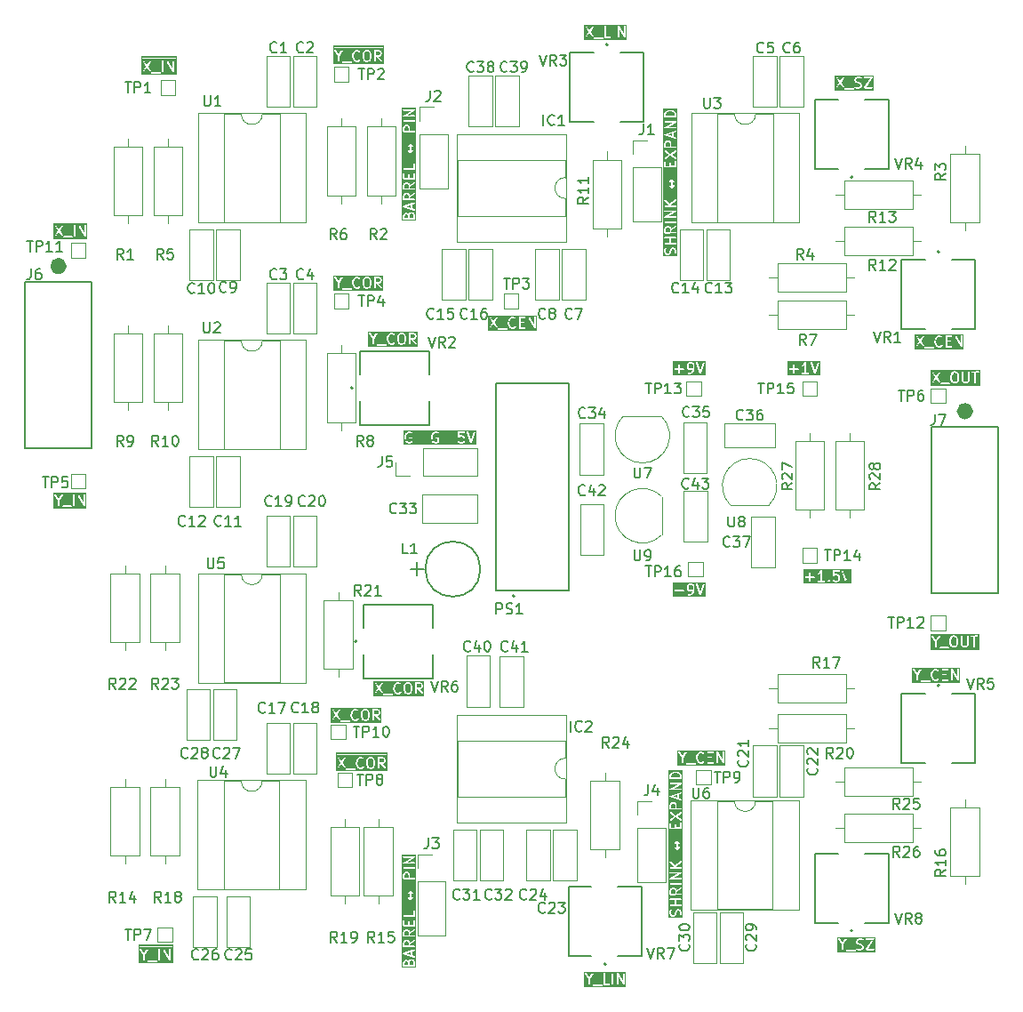
<source format=gbr>
%TF.GenerationSoftware,KiCad,Pcbnew,8.0.3*%
%TF.CreationDate,2024-07-04T10:47:22-06:00*%
%TF.ProjectId,pincushion2,70696e63-7573-4686-996f-6e322e6b6963,rev?*%
%TF.SameCoordinates,Original*%
%TF.FileFunction,Legend,Top*%
%TF.FilePolarity,Positive*%
%FSLAX46Y46*%
G04 Gerber Fmt 4.6, Leading zero omitted, Abs format (unit mm)*
G04 Created by KiCad (PCBNEW 8.0.3) date 2024-07-04 10:47:22*
%MOMM*%
%LPD*%
G01*
G04 APERTURE LIST*
%ADD10C,0.150000*%
%ADD11C,0.120000*%
%ADD12C,0.200000*%
%ADD13C,0.127000*%
%ADD14C,0.800000*%
%ADD15C,0.152400*%
G04 APERTURE END LIST*
D10*
G36*
X30716794Y-45490168D02*
G01*
X27487430Y-45490168D01*
X27487430Y-45289425D01*
X28409506Y-45289425D01*
X28409506Y-45318689D01*
X28420705Y-45345725D01*
X28441397Y-45366417D01*
X28468433Y-45377616D01*
X28483065Y-45379057D01*
X29259601Y-45377616D01*
X29286637Y-45366417D01*
X29307329Y-45345725D01*
X29318528Y-45318689D01*
X29318528Y-45289425D01*
X29307329Y-45262389D01*
X29286637Y-45241697D01*
X29259601Y-45230498D01*
X29244969Y-45229057D01*
X28468433Y-45230498D01*
X28441397Y-45241697D01*
X28420705Y-45262389D01*
X28409506Y-45289425D01*
X27487430Y-45289425D01*
X27487430Y-44208740D01*
X27598541Y-44208740D01*
X27604220Y-44237448D01*
X27611137Y-44250421D01*
X27917590Y-44708924D01*
X27604220Y-45180190D01*
X27598541Y-45208898D01*
X27604280Y-45237592D01*
X27620563Y-45261907D01*
X27644912Y-45278140D01*
X27673620Y-45283819D01*
X27702314Y-45278080D01*
X27726629Y-45261797D01*
X27735945Y-45250421D01*
X28007032Y-44842743D01*
X28287119Y-45261797D01*
X28311434Y-45278080D01*
X28340128Y-45283819D01*
X28368836Y-45278140D01*
X28393185Y-45261907D01*
X28409468Y-45237592D01*
X28415207Y-45208898D01*
X28409528Y-45180190D01*
X28402611Y-45167216D01*
X28096157Y-44708713D01*
X28409528Y-44237448D01*
X28415191Y-44208819D01*
X29408065Y-44208819D01*
X29409506Y-45223451D01*
X29420705Y-45250487D01*
X29441397Y-45271179D01*
X29468433Y-45282378D01*
X29497697Y-45282378D01*
X29524733Y-45271179D01*
X29545425Y-45250487D01*
X29556624Y-45223451D01*
X29558065Y-45208819D01*
X29556645Y-44208819D01*
X29884255Y-44208819D01*
X29885696Y-45223451D01*
X29896895Y-45250487D01*
X29917587Y-45271179D01*
X29944623Y-45282378D01*
X29973887Y-45282378D01*
X30000923Y-45271179D01*
X30021615Y-45250487D01*
X30032814Y-45223451D01*
X30034255Y-45208819D01*
X30033232Y-44488749D01*
X30464579Y-45241448D01*
X30468323Y-45250487D01*
X30471685Y-45253849D01*
X30474075Y-45258019D01*
X30481963Y-45264127D01*
X30489015Y-45271179D01*
X30493433Y-45273009D01*
X30497213Y-45275936D01*
X30506834Y-45278560D01*
X30516051Y-45282378D01*
X30520832Y-45282378D01*
X30525444Y-45283636D01*
X30535341Y-45282378D01*
X30545315Y-45282378D01*
X30549730Y-45280548D01*
X30554474Y-45279946D01*
X30563138Y-45274995D01*
X30572351Y-45271179D01*
X30575729Y-45267800D01*
X30579883Y-45265427D01*
X30585992Y-45257537D01*
X30593043Y-45250487D01*
X30594872Y-45246070D01*
X30597800Y-45242290D01*
X30600424Y-45232666D01*
X30604242Y-45223451D01*
X30604978Y-45215968D01*
X30605500Y-45214058D01*
X30605312Y-45212582D01*
X30605683Y-45208819D01*
X30604242Y-44194187D01*
X30593043Y-44167151D01*
X30572351Y-44146459D01*
X30545315Y-44135260D01*
X30516051Y-44135260D01*
X30489015Y-44146459D01*
X30468323Y-44167151D01*
X30457124Y-44194187D01*
X30455683Y-44208819D01*
X30456705Y-44928888D01*
X30025358Y-44176189D01*
X30021615Y-44167151D01*
X30018252Y-44163788D01*
X30015863Y-44159619D01*
X30007973Y-44153509D01*
X30000923Y-44146459D01*
X29996506Y-44144629D01*
X29992726Y-44141702D01*
X29983102Y-44139077D01*
X29973887Y-44135260D01*
X29969106Y-44135260D01*
X29964494Y-44134002D01*
X29954597Y-44135260D01*
X29944623Y-44135260D01*
X29940207Y-44137089D01*
X29935464Y-44137692D01*
X29926799Y-44142642D01*
X29917587Y-44146459D01*
X29914208Y-44149837D01*
X29910055Y-44152211D01*
X29903945Y-44160100D01*
X29896895Y-44167151D01*
X29895065Y-44171567D01*
X29892138Y-44175348D01*
X29889513Y-44184971D01*
X29885696Y-44194187D01*
X29884959Y-44201669D01*
X29884438Y-44203580D01*
X29884625Y-44205055D01*
X29884255Y-44208819D01*
X29556645Y-44208819D01*
X29556624Y-44194187D01*
X29545425Y-44167151D01*
X29524733Y-44146459D01*
X29497697Y-44135260D01*
X29468433Y-44135260D01*
X29441397Y-44146459D01*
X29420705Y-44167151D01*
X29409506Y-44194187D01*
X29408065Y-44208819D01*
X28415191Y-44208819D01*
X28415207Y-44208740D01*
X28409468Y-44180046D01*
X28393185Y-44155731D01*
X28368836Y-44139498D01*
X28340128Y-44133819D01*
X28311434Y-44139558D01*
X28287119Y-44155841D01*
X28277803Y-44167217D01*
X28006715Y-44574894D01*
X27726629Y-44155841D01*
X27702314Y-44139558D01*
X27673620Y-44133819D01*
X27644912Y-44139498D01*
X27620563Y-44155731D01*
X27604280Y-44180046D01*
X27598541Y-44208740D01*
X27487430Y-44208740D01*
X27487430Y-44022708D01*
X30716794Y-44022708D01*
X30716794Y-45490168D01*
G37*
G36*
X38886211Y-114451168D02*
G01*
X35567830Y-114451168D01*
X35567830Y-114250425D01*
X36442268Y-114250425D01*
X36442268Y-114279689D01*
X36453467Y-114306725D01*
X36474159Y-114327417D01*
X36501195Y-114338616D01*
X36515827Y-114340057D01*
X37292363Y-114338616D01*
X37319399Y-114327417D01*
X37340091Y-114306725D01*
X37351290Y-114279689D01*
X37351290Y-114250425D01*
X37340091Y-114223389D01*
X37319399Y-114202697D01*
X37292363Y-114191498D01*
X37277731Y-114190057D01*
X36501195Y-114191498D01*
X36474159Y-114202697D01*
X36453467Y-114223389D01*
X36442268Y-114250425D01*
X35567830Y-114250425D01*
X35567830Y-113168145D01*
X35678941Y-113168145D01*
X35684008Y-113196967D01*
X35690647Y-113210085D01*
X36012311Y-113713036D01*
X36013696Y-114184451D01*
X36024895Y-114211487D01*
X36045587Y-114232179D01*
X36072623Y-114243378D01*
X36101887Y-114243378D01*
X36128923Y-114232179D01*
X36149615Y-114211487D01*
X36160814Y-114184451D01*
X36162255Y-114169819D01*
X36160926Y-113717473D01*
X36490503Y-113196966D01*
X36495275Y-113169819D01*
X37440827Y-113169819D01*
X37442268Y-114184451D01*
X37453467Y-114211487D01*
X37474159Y-114232179D01*
X37501195Y-114243378D01*
X37530459Y-114243378D01*
X37557495Y-114232179D01*
X37578187Y-114211487D01*
X37589386Y-114184451D01*
X37590827Y-114169819D01*
X37589407Y-113169819D01*
X37917017Y-113169819D01*
X37918458Y-114184451D01*
X37929657Y-114211487D01*
X37950349Y-114232179D01*
X37977385Y-114243378D01*
X38006649Y-114243378D01*
X38033685Y-114232179D01*
X38054377Y-114211487D01*
X38065576Y-114184451D01*
X38067017Y-114169819D01*
X38065994Y-113449749D01*
X38497341Y-114202448D01*
X38501085Y-114211487D01*
X38504447Y-114214849D01*
X38506837Y-114219019D01*
X38514725Y-114225127D01*
X38521777Y-114232179D01*
X38526195Y-114234009D01*
X38529975Y-114236936D01*
X38539596Y-114239560D01*
X38548813Y-114243378D01*
X38553594Y-114243378D01*
X38558206Y-114244636D01*
X38568103Y-114243378D01*
X38578077Y-114243378D01*
X38582492Y-114241548D01*
X38587236Y-114240946D01*
X38595900Y-114235995D01*
X38605113Y-114232179D01*
X38608491Y-114228800D01*
X38612645Y-114226427D01*
X38618754Y-114218537D01*
X38625805Y-114211487D01*
X38627634Y-114207070D01*
X38630562Y-114203290D01*
X38633186Y-114193666D01*
X38637004Y-114184451D01*
X38637740Y-114176968D01*
X38638262Y-114175058D01*
X38638074Y-114173582D01*
X38638445Y-114169819D01*
X38637004Y-113155187D01*
X38625805Y-113128151D01*
X38605113Y-113107459D01*
X38578077Y-113096260D01*
X38548813Y-113096260D01*
X38521777Y-113107459D01*
X38501085Y-113128151D01*
X38489886Y-113155187D01*
X38488445Y-113169819D01*
X38489467Y-113889888D01*
X38058120Y-113137189D01*
X38054377Y-113128151D01*
X38051014Y-113124788D01*
X38048625Y-113120619D01*
X38040735Y-113114509D01*
X38033685Y-113107459D01*
X38029268Y-113105629D01*
X38025488Y-113102702D01*
X38015864Y-113100077D01*
X38006649Y-113096260D01*
X38001868Y-113096260D01*
X37997256Y-113095002D01*
X37987359Y-113096260D01*
X37977385Y-113096260D01*
X37972969Y-113098089D01*
X37968226Y-113098692D01*
X37959561Y-113103642D01*
X37950349Y-113107459D01*
X37946970Y-113110837D01*
X37942817Y-113113211D01*
X37936707Y-113121100D01*
X37929657Y-113128151D01*
X37927827Y-113132567D01*
X37924900Y-113136348D01*
X37922275Y-113145971D01*
X37918458Y-113155187D01*
X37917721Y-113162669D01*
X37917200Y-113164580D01*
X37917387Y-113166055D01*
X37917017Y-113169819D01*
X37589407Y-113169819D01*
X37589386Y-113155187D01*
X37578187Y-113128151D01*
X37557495Y-113107459D01*
X37530459Y-113096260D01*
X37501195Y-113096260D01*
X37474159Y-113107459D01*
X37453467Y-113128151D01*
X37442268Y-113155187D01*
X37440827Y-113169819D01*
X36495275Y-113169819D01*
X36495569Y-113168145D01*
X36489221Y-113139579D01*
X36472425Y-113115615D01*
X36447736Y-113099904D01*
X36418914Y-113094838D01*
X36390348Y-113101186D01*
X36366385Y-113117982D01*
X36357313Y-113129553D01*
X36087775Y-113555240D01*
X35808125Y-113117983D01*
X35784162Y-113101186D01*
X35755596Y-113094838D01*
X35726774Y-113099905D01*
X35702086Y-113115616D01*
X35685289Y-113139579D01*
X35678941Y-113168145D01*
X35567830Y-113168145D01*
X35567830Y-112877568D01*
X35685125Y-112877568D01*
X35685125Y-112906832D01*
X35696324Y-112933868D01*
X35717016Y-112954560D01*
X35744052Y-112965759D01*
X35758684Y-112967200D01*
X38716173Y-112965759D01*
X38743209Y-112954560D01*
X38763901Y-112933868D01*
X38775100Y-112906832D01*
X38775100Y-112877568D01*
X38763901Y-112850532D01*
X38743209Y-112829840D01*
X38716173Y-112818641D01*
X38701541Y-112817200D01*
X35744052Y-112818641D01*
X35717016Y-112829840D01*
X35696324Y-112850532D01*
X35685125Y-112877568D01*
X35567830Y-112877568D01*
X35567830Y-112706089D01*
X38886211Y-112706089D01*
X38886211Y-114451168D01*
G37*
G36*
X88317041Y-78478871D02*
G01*
X88348368Y-78509115D01*
X88383739Y-78577803D01*
X88384481Y-78781521D01*
X88351631Y-78849223D01*
X88321386Y-78880551D01*
X88252595Y-78915975D01*
X88097426Y-78917065D01*
X88028897Y-78883814D01*
X87997569Y-78853569D01*
X87962166Y-78784818D01*
X87961010Y-78582082D01*
X87994307Y-78513460D01*
X88024551Y-78482133D01*
X88093342Y-78446709D01*
X88248511Y-78445619D01*
X88317041Y-78478871D01*
G37*
G36*
X89596586Y-79557930D02*
G01*
X86512109Y-79557930D01*
X86512109Y-78976234D01*
X86623220Y-78976234D01*
X86623220Y-79005498D01*
X86634419Y-79032534D01*
X86655111Y-79053226D01*
X86682147Y-79064425D01*
X86696779Y-79065866D01*
X87473316Y-79064425D01*
X87500352Y-79053226D01*
X87521044Y-79032534D01*
X87532243Y-79005498D01*
X87532243Y-78976234D01*
X87521044Y-78949198D01*
X87500352Y-78928506D01*
X87473316Y-78917307D01*
X87458684Y-78915866D01*
X86682147Y-78917307D01*
X86655111Y-78928506D01*
X86634419Y-78949198D01*
X86623220Y-78976234D01*
X86512109Y-78976234D01*
X86512109Y-78562295D01*
X87812255Y-78562295D01*
X87813547Y-78788899D01*
X87812844Y-78791009D01*
X87813621Y-78801951D01*
X87813696Y-78815022D01*
X87814727Y-78817511D01*
X87814918Y-78820199D01*
X87820173Y-78833931D01*
X87868865Y-78928487D01*
X87872514Y-78937296D01*
X87874896Y-78940198D01*
X87875624Y-78941612D01*
X87877122Y-78942911D01*
X87881841Y-78948661D01*
X87930876Y-78996002D01*
X87936509Y-79002497D01*
X87939654Y-79004476D01*
X87940825Y-79005607D01*
X87942652Y-79006364D01*
X87948952Y-79010329D01*
X88034841Y-79052004D01*
X88036063Y-79053226D01*
X88044922Y-79056895D01*
X88057921Y-79063203D01*
X88060610Y-79063394D01*
X88063099Y-79064425D01*
X88077731Y-79065866D01*
X88256818Y-79064607D01*
X88258826Y-79065277D01*
X88269498Y-79064518D01*
X88282839Y-79064425D01*
X88285328Y-79063393D01*
X88288016Y-79063203D01*
X88301748Y-79057948D01*
X88361079Y-79027395D01*
X88343430Y-79100096D01*
X88261889Y-79224482D01*
X88226147Y-79261504D01*
X88157357Y-79296928D01*
X87967861Y-79298260D01*
X87940825Y-79309459D01*
X87920133Y-79330151D01*
X87908934Y-79357187D01*
X87908934Y-79386451D01*
X87920133Y-79413487D01*
X87940825Y-79434179D01*
X87967861Y-79445378D01*
X87982493Y-79446819D01*
X88161580Y-79445560D01*
X88163588Y-79446230D01*
X88174260Y-79445471D01*
X88187601Y-79445378D01*
X88190090Y-79444346D01*
X88192778Y-79444156D01*
X88206510Y-79438901D01*
X88301064Y-79390209D01*
X88309875Y-79386560D01*
X88312777Y-79384177D01*
X88314191Y-79383450D01*
X88315491Y-79381950D01*
X88321241Y-79377232D01*
X88364254Y-79332678D01*
X88368914Y-79329558D01*
X88378124Y-79318311D01*
X88378187Y-79318247D01*
X88378196Y-79318223D01*
X88378230Y-79318183D01*
X88472572Y-79174269D01*
X88478878Y-79165759D01*
X88479749Y-79163321D01*
X88480385Y-79162351D01*
X88480743Y-79160536D01*
X88483825Y-79151913D01*
X88529065Y-78965547D01*
X88532242Y-78957879D01*
X88533139Y-78948764D01*
X88533594Y-78946893D01*
X88533431Y-78945800D01*
X88533683Y-78943247D01*
X88532337Y-78573943D01*
X88533094Y-78571675D01*
X88532288Y-78560333D01*
X88532242Y-78547663D01*
X88531211Y-78545174D01*
X88531020Y-78542485D01*
X88525765Y-78528754D01*
X88477073Y-78434199D01*
X88473424Y-78425389D01*
X88471041Y-78422486D01*
X88470314Y-78421073D01*
X88468815Y-78419773D01*
X88464097Y-78414024D01*
X88430097Y-78381199D01*
X88669987Y-78381199D01*
X88673247Y-78395536D01*
X89005024Y-79386413D01*
X89005395Y-79391629D01*
X89009559Y-79399959D01*
X89012574Y-79408961D01*
X89016084Y-79413008D01*
X89018481Y-79417802D01*
X89025589Y-79423967D01*
X89031748Y-79431068D01*
X89036537Y-79433462D01*
X89040588Y-79436976D01*
X89049513Y-79439950D01*
X89057921Y-79444155D01*
X89063265Y-79444534D01*
X89068351Y-79446230D01*
X89077731Y-79445563D01*
X89087111Y-79446230D01*
X89092196Y-79444534D01*
X89097541Y-79444155D01*
X89105951Y-79439949D01*
X89114873Y-79436976D01*
X89118920Y-79433465D01*
X89123714Y-79431069D01*
X89129877Y-79423963D01*
X89136981Y-79417802D01*
X89139376Y-79413010D01*
X89142888Y-79408962D01*
X89148882Y-79395536D01*
X89485475Y-78381200D01*
X89483400Y-78352010D01*
X89470314Y-78325836D01*
X89448206Y-78306662D01*
X89420444Y-78297408D01*
X89391254Y-78299483D01*
X89365081Y-78312570D01*
X89345907Y-78334677D01*
X89339913Y-78348102D01*
X89078163Y-79136895D01*
X88809555Y-78334676D01*
X88790381Y-78312569D01*
X88764208Y-78299483D01*
X88735018Y-78297408D01*
X88707255Y-78306662D01*
X88685148Y-78325836D01*
X88672062Y-78352009D01*
X88669987Y-78381199D01*
X88430097Y-78381199D01*
X88415061Y-78366682D01*
X88409429Y-78360188D01*
X88406283Y-78358208D01*
X88405113Y-78357078D01*
X88403285Y-78356320D01*
X88396986Y-78352356D01*
X88311097Y-78310681D01*
X88309875Y-78309459D01*
X88301009Y-78305786D01*
X88288016Y-78299482D01*
X88285328Y-78299291D01*
X88282839Y-78298260D01*
X88268207Y-78296819D01*
X88089118Y-78298077D01*
X88087111Y-78297408D01*
X88076438Y-78298166D01*
X88063099Y-78298260D01*
X88060610Y-78299290D01*
X88057921Y-78299482D01*
X88044190Y-78304737D01*
X87949635Y-78353428D01*
X87940825Y-78357078D01*
X87937922Y-78359460D01*
X87936509Y-78360188D01*
X87935209Y-78361686D01*
X87929460Y-78366405D01*
X87882118Y-78415440D01*
X87875624Y-78421073D01*
X87873644Y-78424218D01*
X87872514Y-78425389D01*
X87871756Y-78427216D01*
X87867792Y-78433516D01*
X87826117Y-78519404D01*
X87824895Y-78520627D01*
X87821222Y-78529492D01*
X87814918Y-78542486D01*
X87814727Y-78545173D01*
X87813696Y-78547663D01*
X87812255Y-78562295D01*
X86512109Y-78562295D01*
X86512109Y-78185708D01*
X89596586Y-78185708D01*
X89596586Y-79557930D01*
G37*
G36*
X105773747Y-113435168D02*
G01*
X102115830Y-113435168D01*
X102115830Y-113234425D01*
X102990268Y-113234425D01*
X102990268Y-113263689D01*
X103001467Y-113290725D01*
X103022159Y-113311417D01*
X103049195Y-113322616D01*
X103063827Y-113324057D01*
X103840363Y-113322616D01*
X103867399Y-113311417D01*
X103888091Y-113290725D01*
X103899290Y-113263689D01*
X103899290Y-113234425D01*
X103888091Y-113207389D01*
X103867399Y-113186697D01*
X103840363Y-113175498D01*
X103825731Y-113174057D01*
X103049195Y-113175498D01*
X103022159Y-113186697D01*
X103001467Y-113207389D01*
X102990268Y-113234425D01*
X102115830Y-113234425D01*
X102115830Y-112152145D01*
X102226941Y-112152145D01*
X102232008Y-112180967D01*
X102238647Y-112194085D01*
X102560311Y-112697036D01*
X102561696Y-113168451D01*
X102572895Y-113195487D01*
X102593587Y-113216179D01*
X102620623Y-113227378D01*
X102649887Y-113227378D01*
X102676923Y-113216179D01*
X102697615Y-113195487D01*
X102708814Y-113168451D01*
X102710255Y-113153819D01*
X102708926Y-112701473D01*
X102935086Y-112344295D01*
X103941208Y-112344295D01*
X103942313Y-112428601D01*
X103941797Y-112430152D01*
X103942455Y-112439421D01*
X103942649Y-112454165D01*
X103943680Y-112456654D01*
X103943871Y-112459342D01*
X103949126Y-112473074D01*
X103997818Y-112567630D01*
X104001467Y-112576439D01*
X104003849Y-112579341D01*
X104004577Y-112580755D01*
X104006075Y-112582054D01*
X104010794Y-112587804D01*
X104059829Y-112635145D01*
X104065462Y-112641640D01*
X104068607Y-112643619D01*
X104069778Y-112644750D01*
X104071605Y-112645507D01*
X104077905Y-112649472D01*
X104169137Y-112693740D01*
X104174648Y-112697823D01*
X104185663Y-112701758D01*
X104186874Y-112702346D01*
X104187414Y-112702384D01*
X104188494Y-112702770D01*
X104365977Y-112745854D01*
X104445994Y-112784680D01*
X104477321Y-112814924D01*
X104512843Y-112883905D01*
X104513632Y-112944066D01*
X104480584Y-113012175D01*
X104450338Y-113043504D01*
X104381588Y-113078907D01*
X104174807Y-113080086D01*
X104025588Y-113031789D01*
X103996398Y-113033864D01*
X103970225Y-113046950D01*
X103951051Y-113069057D01*
X103941797Y-113096820D01*
X103943872Y-113126010D01*
X103956958Y-113152183D01*
X103979065Y-113171357D01*
X103992491Y-113177351D01*
X104135072Y-113223500D01*
X104144433Y-113227378D01*
X104148196Y-113227748D01*
X104149684Y-113228230D01*
X104151658Y-113228089D01*
X104159065Y-113228819D01*
X104385669Y-113227526D01*
X104387779Y-113228230D01*
X104398721Y-113227452D01*
X104411792Y-113227378D01*
X104414281Y-113226346D01*
X104416969Y-113226156D01*
X104430701Y-113220901D01*
X104525255Y-113172209D01*
X104534066Y-113168560D01*
X104536968Y-113166177D01*
X104538382Y-113165450D01*
X104539682Y-113163950D01*
X104545432Y-113159232D01*
X104550582Y-113153898D01*
X104845970Y-113153898D01*
X104847411Y-113161102D01*
X104847411Y-113168451D01*
X104850252Y-113175311D01*
X104851709Y-113182592D01*
X104855797Y-113188697D01*
X104858610Y-113195487D01*
X104863860Y-113200737D01*
X104867992Y-113206907D01*
X104874106Y-113210983D01*
X104879302Y-113216179D01*
X104886162Y-113219020D01*
X104892341Y-113223140D01*
X104899549Y-113224565D01*
X104906338Y-113227378D01*
X104920970Y-113228819D01*
X104921048Y-113228818D01*
X104921049Y-113228819D01*
X104921049Y-113228818D01*
X105602268Y-113227378D01*
X105629304Y-113216179D01*
X105649996Y-113195487D01*
X105661195Y-113168451D01*
X105661195Y-113139187D01*
X105649996Y-113112151D01*
X105629304Y-113091459D01*
X105602268Y-113080260D01*
X105587636Y-113078819D01*
X105060167Y-113079934D01*
X105644894Y-112200588D01*
X105649996Y-112195487D01*
X105652819Y-112188669D01*
X105656957Y-112182448D01*
X105658382Y-112175239D01*
X105661195Y-112168451D01*
X105661195Y-112161024D01*
X105662636Y-112153740D01*
X105661195Y-112146535D01*
X105661195Y-112139187D01*
X105658353Y-112132326D01*
X105656897Y-112125046D01*
X105652808Y-112118940D01*
X105649996Y-112112151D01*
X105644745Y-112106900D01*
X105640614Y-112100731D01*
X105634499Y-112096654D01*
X105629304Y-112091459D01*
X105622443Y-112088617D01*
X105616265Y-112084498D01*
X105609056Y-112083072D01*
X105602268Y-112080260D01*
X105587636Y-112078819D01*
X105587557Y-112078819D01*
X105587556Y-112078819D01*
X104906338Y-112080260D01*
X104879302Y-112091459D01*
X104858610Y-112112151D01*
X104847411Y-112139187D01*
X104847411Y-112168451D01*
X104858610Y-112195487D01*
X104879302Y-112216179D01*
X104906338Y-112227378D01*
X104920970Y-112228819D01*
X105448438Y-112227703D01*
X104863711Y-113107049D01*
X104858610Y-113112151D01*
X104855786Y-113118968D01*
X104851649Y-113125190D01*
X104850223Y-113132398D01*
X104847411Y-113139187D01*
X104847411Y-113146613D01*
X104845970Y-113153898D01*
X104550582Y-113153898D01*
X104592773Y-113110195D01*
X104599267Y-113104564D01*
X104601246Y-113101418D01*
X104602378Y-113100247D01*
X104603135Y-113098417D01*
X104607099Y-113092121D01*
X104648774Y-113006231D01*
X104649996Y-113005010D01*
X104653665Y-112996150D01*
X104659973Y-112983152D01*
X104660164Y-112980462D01*
X104661195Y-112977974D01*
X104662636Y-112963342D01*
X104661530Y-112879034D01*
X104662047Y-112877484D01*
X104661388Y-112868213D01*
X104661195Y-112853472D01*
X104660164Y-112850983D01*
X104659973Y-112848294D01*
X104654718Y-112834563D01*
X104606026Y-112740008D01*
X104602377Y-112731198D01*
X104599994Y-112728295D01*
X104599267Y-112726882D01*
X104597768Y-112725582D01*
X104593050Y-112719833D01*
X104544014Y-112672491D01*
X104538382Y-112665997D01*
X104535236Y-112664017D01*
X104534066Y-112662887D01*
X104532238Y-112662129D01*
X104525939Y-112658165D01*
X104434707Y-112613898D01*
X104429196Y-112609814D01*
X104418176Y-112605876D01*
X104416969Y-112605291D01*
X104416429Y-112605252D01*
X104415350Y-112604867D01*
X104237866Y-112561782D01*
X104157850Y-112522957D01*
X104126522Y-112492712D01*
X104091000Y-112423731D01*
X104090211Y-112363570D01*
X104123260Y-112295460D01*
X104153504Y-112264133D01*
X104222255Y-112228730D01*
X104429036Y-112227551D01*
X104578255Y-112275849D01*
X104607445Y-112273774D01*
X104633619Y-112260688D01*
X104652793Y-112238580D01*
X104662047Y-112210818D01*
X104659972Y-112181628D01*
X104646885Y-112155455D01*
X104624778Y-112136281D01*
X104611353Y-112130287D01*
X104468774Y-112084138D01*
X104459411Y-112080260D01*
X104455645Y-112079889D01*
X104454159Y-112079408D01*
X104452184Y-112079548D01*
X104444779Y-112078819D01*
X104218173Y-112080111D01*
X104216064Y-112079408D01*
X104205121Y-112080185D01*
X104192052Y-112080260D01*
X104189563Y-112081290D01*
X104186874Y-112081482D01*
X104173143Y-112086737D01*
X104078588Y-112135428D01*
X104069778Y-112139078D01*
X104066875Y-112141460D01*
X104065462Y-112142188D01*
X104064162Y-112143686D01*
X104058413Y-112148405D01*
X104011071Y-112197440D01*
X104004577Y-112203073D01*
X104002597Y-112206218D01*
X104001467Y-112207389D01*
X104000709Y-112209216D01*
X103996745Y-112215516D01*
X103955070Y-112301404D01*
X103953848Y-112302627D01*
X103950175Y-112311492D01*
X103943871Y-112324486D01*
X103943680Y-112327173D01*
X103942649Y-112329663D01*
X103941208Y-112344295D01*
X102935086Y-112344295D01*
X103038503Y-112180966D01*
X103043569Y-112152145D01*
X103037221Y-112123579D01*
X103020425Y-112099615D01*
X102995736Y-112083904D01*
X102966914Y-112078838D01*
X102938348Y-112085186D01*
X102914385Y-112101982D01*
X102905313Y-112113553D01*
X102635775Y-112539240D01*
X102356125Y-112101983D01*
X102332162Y-112085186D01*
X102303596Y-112078838D01*
X102274774Y-112083905D01*
X102250086Y-112099616D01*
X102233289Y-112123579D01*
X102226941Y-112152145D01*
X102115830Y-112152145D01*
X102115830Y-111967708D01*
X105773747Y-111967708D01*
X105773747Y-113435168D01*
G37*
G36*
X86627986Y-107434844D02*
G01*
X86659313Y-107465088D01*
X86694684Y-107533776D01*
X86695144Y-107659927D01*
X86694646Y-107662750D01*
X86695162Y-107665083D01*
X86695745Y-107825001D01*
X86320550Y-107825534D01*
X86319503Y-107538200D01*
X86352871Y-107469433D01*
X86383115Y-107438106D01*
X86451972Y-107402648D01*
X86559604Y-107401663D01*
X86627986Y-107434844D01*
G37*
G36*
X86627986Y-99291987D02*
G01*
X86659313Y-99322231D01*
X86694684Y-99390919D01*
X86695745Y-99682144D01*
X86320550Y-99682677D01*
X86319503Y-99395343D01*
X86352871Y-99326576D01*
X86383115Y-99295249D01*
X86451972Y-99259791D01*
X86559604Y-99258806D01*
X86627986Y-99291987D01*
G37*
G36*
X86886199Y-98700864D02*
G01*
X86480742Y-98566319D01*
X86885406Y-98430824D01*
X86886199Y-98700864D01*
G37*
G36*
X86976540Y-96396018D02*
G01*
X87056350Y-96434744D01*
X87132076Y-96509021D01*
X87170867Y-96622098D01*
X87171749Y-96776706D01*
X86320398Y-96777915D01*
X86319551Y-96629248D01*
X86357290Y-96512652D01*
X86430080Y-96438443D01*
X86505215Y-96399752D01*
X86678645Y-96355134D01*
X86803417Y-96353992D01*
X86976540Y-96396018D01*
G37*
G36*
X87431930Y-110132950D02*
G01*
X86059708Y-110132950D01*
X86059708Y-109518268D01*
X86170819Y-109518268D01*
X86172111Y-109744872D01*
X86171408Y-109746982D01*
X86172185Y-109757924D01*
X86172260Y-109770995D01*
X86173291Y-109773484D01*
X86173482Y-109776172D01*
X86178737Y-109789904D01*
X86227429Y-109884460D01*
X86231078Y-109893269D01*
X86233460Y-109896171D01*
X86234188Y-109897585D01*
X86235686Y-109898884D01*
X86240405Y-109904634D01*
X86289440Y-109951975D01*
X86295073Y-109958470D01*
X86298218Y-109960449D01*
X86299389Y-109961580D01*
X86301216Y-109962337D01*
X86307516Y-109966302D01*
X86393405Y-110007977D01*
X86394627Y-110009199D01*
X86403486Y-110012868D01*
X86416485Y-110019176D01*
X86419174Y-110019367D01*
X86421663Y-110020398D01*
X86436295Y-110021839D01*
X86520601Y-110020733D01*
X86522152Y-110021250D01*
X86531421Y-110020591D01*
X86546165Y-110020398D01*
X86548654Y-110019366D01*
X86551342Y-110019176D01*
X86565074Y-110013921D01*
X86659630Y-109965228D01*
X86668439Y-109961580D01*
X86671341Y-109959197D01*
X86672755Y-109958470D01*
X86674054Y-109956971D01*
X86679804Y-109952253D01*
X86727145Y-109903217D01*
X86733640Y-109897585D01*
X86735619Y-109894439D01*
X86736750Y-109893269D01*
X86737507Y-109891441D01*
X86741472Y-109885142D01*
X86785740Y-109793909D01*
X86789823Y-109788399D01*
X86793758Y-109777383D01*
X86794346Y-109776173D01*
X86794384Y-109775632D01*
X86794770Y-109774553D01*
X86837854Y-109597069D01*
X86876680Y-109517052D01*
X86906924Y-109485725D01*
X86975905Y-109450203D01*
X87036066Y-109449414D01*
X87104176Y-109482463D01*
X87135504Y-109512708D01*
X87170907Y-109581458D01*
X87172086Y-109788239D01*
X87123789Y-109937459D01*
X87125864Y-109966649D01*
X87138950Y-109992822D01*
X87161057Y-110011996D01*
X87188820Y-110021250D01*
X87218010Y-110019175D01*
X87244183Y-110006089D01*
X87263357Y-109983982D01*
X87269351Y-109970556D01*
X87315500Y-109827974D01*
X87319378Y-109818614D01*
X87319748Y-109814850D01*
X87320230Y-109813363D01*
X87320089Y-109811388D01*
X87320819Y-109803982D01*
X87319526Y-109577376D01*
X87320230Y-109575267D01*
X87319452Y-109564324D01*
X87319378Y-109551255D01*
X87318347Y-109548766D01*
X87318156Y-109546077D01*
X87312901Y-109532346D01*
X87264209Y-109437791D01*
X87260560Y-109428981D01*
X87258177Y-109426078D01*
X87257450Y-109424665D01*
X87255950Y-109423364D01*
X87251232Y-109417615D01*
X87202195Y-109370273D01*
X87196564Y-109363780D01*
X87193418Y-109361800D01*
X87192247Y-109360669D01*
X87190417Y-109359911D01*
X87184121Y-109355948D01*
X87098232Y-109314273D01*
X87097010Y-109313051D01*
X87088144Y-109309378D01*
X87075151Y-109303074D01*
X87072463Y-109302883D01*
X87069974Y-109301852D01*
X87055342Y-109300411D01*
X86971034Y-109301516D01*
X86969484Y-109301000D01*
X86960213Y-109301658D01*
X86945472Y-109301852D01*
X86942983Y-109302882D01*
X86940294Y-109303074D01*
X86926563Y-109308329D01*
X86832008Y-109357020D01*
X86823198Y-109360670D01*
X86820295Y-109363052D01*
X86818882Y-109363780D01*
X86817582Y-109365278D01*
X86811833Y-109369997D01*
X86764491Y-109419032D01*
X86757997Y-109424665D01*
X86756017Y-109427810D01*
X86754887Y-109428981D01*
X86754129Y-109430808D01*
X86750165Y-109437108D01*
X86705898Y-109528339D01*
X86701814Y-109533851D01*
X86697876Y-109544870D01*
X86697291Y-109546078D01*
X86697252Y-109546617D01*
X86696867Y-109547697D01*
X86653782Y-109725180D01*
X86614957Y-109805196D01*
X86584712Y-109836524D01*
X86515731Y-109872046D01*
X86455570Y-109872835D01*
X86387461Y-109839787D01*
X86356133Y-109809542D01*
X86320730Y-109740791D01*
X86319551Y-109534010D01*
X86367849Y-109384792D01*
X86365774Y-109355602D01*
X86352688Y-109329428D01*
X86330580Y-109310254D01*
X86302818Y-109301000D01*
X86273628Y-109303075D01*
X86247455Y-109316162D01*
X86228281Y-109338269D01*
X86222287Y-109351694D01*
X86176138Y-109494272D01*
X86172260Y-109503636D01*
X86171889Y-109507401D01*
X86171408Y-109508888D01*
X86171548Y-109510862D01*
X86170819Y-109518268D01*
X86059708Y-109518268D01*
X86059708Y-108360779D01*
X86172260Y-108360779D01*
X86172260Y-108390043D01*
X86183459Y-108417079D01*
X86204151Y-108437771D01*
X86231187Y-108448970D01*
X86245819Y-108450411D01*
X86647192Y-108449840D01*
X86648231Y-108872687D01*
X86231187Y-108873280D01*
X86204151Y-108884479D01*
X86183459Y-108905171D01*
X86172260Y-108932207D01*
X86172260Y-108961471D01*
X86183459Y-108988507D01*
X86204151Y-109009199D01*
X86231187Y-109020398D01*
X86245819Y-109021839D01*
X87260451Y-109020398D01*
X87287487Y-109009199D01*
X87308179Y-108988507D01*
X87319378Y-108961471D01*
X87319378Y-108932207D01*
X87308179Y-108905171D01*
X87287487Y-108884479D01*
X87260451Y-108873280D01*
X87245819Y-108871839D01*
X86796826Y-108872476D01*
X86795786Y-108449629D01*
X87260451Y-108448970D01*
X87287487Y-108437771D01*
X87308179Y-108417079D01*
X87319378Y-108390043D01*
X87319378Y-108360779D01*
X87308179Y-108333743D01*
X87287487Y-108313051D01*
X87260451Y-108301852D01*
X87245819Y-108300411D01*
X86231187Y-108301852D01*
X86204151Y-108313051D01*
X86183459Y-108333743D01*
X86172260Y-108360779D01*
X86059708Y-108360779D01*
X86059708Y-107518268D01*
X86170819Y-107518268D01*
X86172260Y-107913852D01*
X86183459Y-107940888D01*
X86204151Y-107961580D01*
X86231187Y-107972779D01*
X86245819Y-107974220D01*
X87260451Y-107972779D01*
X87287487Y-107961580D01*
X87308179Y-107940888D01*
X87319378Y-107913852D01*
X87319378Y-107884588D01*
X87308179Y-107857552D01*
X87287487Y-107836860D01*
X87260451Y-107825661D01*
X87245819Y-107824220D01*
X86844356Y-107824790D01*
X86843904Y-107700567D01*
X87299989Y-107379663D01*
X87315716Y-107354984D01*
X87320802Y-107326167D01*
X87314472Y-107297596D01*
X87297690Y-107273622D01*
X87273012Y-107257895D01*
X87244194Y-107252810D01*
X87215623Y-107259139D01*
X87202810Y-107266349D01*
X86843439Y-107519205D01*
X86843233Y-107516306D01*
X86843187Y-107503636D01*
X86842156Y-107501147D01*
X86841965Y-107498458D01*
X86836710Y-107484727D01*
X86788018Y-107390172D01*
X86784369Y-107381362D01*
X86781986Y-107378459D01*
X86781259Y-107377046D01*
X86779760Y-107375746D01*
X86775042Y-107369997D01*
X86726006Y-107322655D01*
X86720374Y-107316161D01*
X86717228Y-107314181D01*
X86716058Y-107313051D01*
X86714230Y-107312293D01*
X86707931Y-107308329D01*
X86622042Y-107266654D01*
X86620820Y-107265432D01*
X86611954Y-107261759D01*
X86598961Y-107255455D01*
X86596273Y-107255264D01*
X86593784Y-107254233D01*
X86579152Y-107252792D01*
X86447521Y-107253996D01*
X86445675Y-107253381D01*
X86435460Y-107254106D01*
X86421663Y-107254233D01*
X86419174Y-107255263D01*
X86416485Y-107255455D01*
X86402754Y-107260710D01*
X86308199Y-107309401D01*
X86299389Y-107313051D01*
X86296486Y-107315433D01*
X86295073Y-107316161D01*
X86293773Y-107317659D01*
X86288024Y-107322378D01*
X86240682Y-107371413D01*
X86234188Y-107377046D01*
X86232208Y-107380191D01*
X86231078Y-107381362D01*
X86230320Y-107383189D01*
X86226356Y-107389489D01*
X86184681Y-107475377D01*
X86183459Y-107476600D01*
X86179786Y-107485465D01*
X86173482Y-107498459D01*
X86173291Y-107501146D01*
X86172260Y-107503636D01*
X86170819Y-107518268D01*
X86059708Y-107518268D01*
X86059708Y-106884588D01*
X86172260Y-106884588D01*
X86172260Y-106913852D01*
X86183459Y-106940888D01*
X86204151Y-106961580D01*
X86231187Y-106972779D01*
X86245819Y-106974220D01*
X87260451Y-106972779D01*
X87287487Y-106961580D01*
X87308179Y-106940888D01*
X87319378Y-106913852D01*
X87319378Y-106884588D01*
X87308179Y-106857552D01*
X87287487Y-106836860D01*
X87260451Y-106825661D01*
X87245819Y-106824220D01*
X86231187Y-106825661D01*
X86204151Y-106836860D01*
X86183459Y-106857552D01*
X86172260Y-106884588D01*
X86059708Y-106884588D01*
X86059708Y-106417791D01*
X86171002Y-106417791D01*
X86172260Y-106427687D01*
X86172260Y-106437662D01*
X86174089Y-106442077D01*
X86174692Y-106446821D01*
X86179642Y-106455485D01*
X86183459Y-106464698D01*
X86186837Y-106468076D01*
X86189211Y-106472230D01*
X86197100Y-106478339D01*
X86204151Y-106485390D01*
X86208567Y-106487219D01*
X86212348Y-106490147D01*
X86221971Y-106492771D01*
X86231187Y-106496589D01*
X86238669Y-106497325D01*
X86240580Y-106497847D01*
X86242055Y-106497659D01*
X86245819Y-106498030D01*
X87260451Y-106496589D01*
X87287487Y-106485390D01*
X87308179Y-106464698D01*
X87319378Y-106437662D01*
X87319378Y-106408398D01*
X87308179Y-106381362D01*
X87287487Y-106360670D01*
X87260451Y-106349471D01*
X87245819Y-106348030D01*
X86525749Y-106349052D01*
X87278448Y-105917705D01*
X87287487Y-105913962D01*
X87290849Y-105910599D01*
X87295019Y-105908210D01*
X87301127Y-105900321D01*
X87308179Y-105893270D01*
X87310009Y-105888851D01*
X87312936Y-105885072D01*
X87315560Y-105875450D01*
X87319378Y-105866234D01*
X87319378Y-105861453D01*
X87320636Y-105856841D01*
X87319378Y-105846944D01*
X87319378Y-105836970D01*
X87317548Y-105832554D01*
X87316946Y-105827811D01*
X87311995Y-105819146D01*
X87308179Y-105809934D01*
X87304800Y-105806555D01*
X87302427Y-105802402D01*
X87294537Y-105796292D01*
X87287487Y-105789242D01*
X87283070Y-105787412D01*
X87279290Y-105784485D01*
X87269666Y-105781860D01*
X87260451Y-105778043D01*
X87252968Y-105777306D01*
X87251058Y-105776785D01*
X87249582Y-105776972D01*
X87245819Y-105776602D01*
X86231187Y-105778043D01*
X86204151Y-105789242D01*
X86183459Y-105809934D01*
X86172260Y-105836970D01*
X86172260Y-105866234D01*
X86183459Y-105893270D01*
X86204151Y-105913962D01*
X86231187Y-105925161D01*
X86245819Y-105926602D01*
X86965888Y-105925579D01*
X86213189Y-106356926D01*
X86204151Y-106360670D01*
X86200788Y-106364032D01*
X86196619Y-106366422D01*
X86190509Y-106374311D01*
X86183459Y-106381362D01*
X86181629Y-106385778D01*
X86178702Y-106389559D01*
X86176077Y-106399182D01*
X86172260Y-106408398D01*
X86172260Y-106413178D01*
X86171002Y-106417791D01*
X86059708Y-106417791D01*
X86059708Y-104789352D01*
X86172260Y-104789352D01*
X86172260Y-104818614D01*
X86183459Y-104845651D01*
X86192786Y-104857016D01*
X86620308Y-105283043D01*
X86624322Y-105288395D01*
X86627665Y-105290374D01*
X86638602Y-105301273D01*
X86231187Y-105301852D01*
X86204151Y-105313051D01*
X86183459Y-105333743D01*
X86172260Y-105360779D01*
X86172260Y-105390043D01*
X86183459Y-105417079D01*
X86204151Y-105437771D01*
X86231187Y-105448970D01*
X86245819Y-105450411D01*
X87260451Y-105448970D01*
X87287487Y-105437771D01*
X87308179Y-105417079D01*
X87319378Y-105390043D01*
X87319378Y-105360779D01*
X87308179Y-105333743D01*
X87287487Y-105313051D01*
X87260451Y-105301852D01*
X87245819Y-105300411D01*
X86848801Y-105300974D01*
X86788284Y-105240669D01*
X87301660Y-104854051D01*
X87316570Y-104828870D01*
X87320708Y-104799901D01*
X87313446Y-104771553D01*
X87295887Y-104748142D01*
X87270706Y-104733233D01*
X87241738Y-104729094D01*
X87213389Y-104736356D01*
X87200819Y-104743983D01*
X86681968Y-105134725D01*
X86287487Y-104741623D01*
X86260450Y-104730424D01*
X86231188Y-104730424D01*
X86204151Y-104741623D01*
X86183459Y-104762315D01*
X86172260Y-104789352D01*
X86059708Y-104789352D01*
X86059708Y-103027447D01*
X86600831Y-103027447D01*
X86600831Y-103056709D01*
X86612030Y-103083746D01*
X86632722Y-103104438D01*
X86659759Y-103115637D01*
X86689021Y-103115637D01*
X86716058Y-103104438D01*
X86727423Y-103095111D01*
X86790200Y-103031693D01*
X86790948Y-103434804D01*
X86716058Y-103360670D01*
X86689021Y-103349471D01*
X86659759Y-103349471D01*
X86632722Y-103360670D01*
X86612030Y-103381362D01*
X86600831Y-103408399D01*
X86600831Y-103437661D01*
X86612030Y-103464698D01*
X86621357Y-103476063D01*
X86823199Y-103675867D01*
X86839036Y-103682426D01*
X86850234Y-103687065D01*
X86850235Y-103687065D01*
X86879497Y-103687065D01*
X86879498Y-103687065D01*
X86906534Y-103675867D01*
X86906539Y-103675861D01*
X86917899Y-103666539D01*
X87117703Y-103464697D01*
X87128901Y-103437661D01*
X87128901Y-103408398D01*
X87117703Y-103381362D01*
X87097010Y-103360669D01*
X87069974Y-103349471D01*
X87040711Y-103349471D01*
X87013675Y-103360669D01*
X87002309Y-103369997D01*
X86939531Y-103433414D01*
X86938783Y-103030303D01*
X87013675Y-103104439D01*
X87040711Y-103115637D01*
X87069974Y-103115637D01*
X87097010Y-103104439D01*
X87117703Y-103083746D01*
X87128901Y-103056710D01*
X87128901Y-103027447D01*
X87117703Y-103000411D01*
X87108375Y-102989045D01*
X86906633Y-102789340D01*
X86906534Y-102789241D01*
X86879498Y-102778043D01*
X86850234Y-102778043D01*
X86839036Y-102782681D01*
X86823199Y-102789241D01*
X86811833Y-102798569D01*
X86612030Y-103000410D01*
X86600831Y-103027447D01*
X86059708Y-103027447D01*
X86059708Y-101137316D01*
X86170819Y-101137316D01*
X86172260Y-101628138D01*
X86183459Y-101655174D01*
X86204151Y-101675866D01*
X86231187Y-101687065D01*
X86245819Y-101688506D01*
X87260451Y-101687065D01*
X87287487Y-101675866D01*
X87308179Y-101655174D01*
X87319378Y-101628138D01*
X87320819Y-101613506D01*
X87319378Y-101122684D01*
X87308179Y-101095648D01*
X87287487Y-101074956D01*
X87260451Y-101063757D01*
X87231187Y-101063757D01*
X87204151Y-101074956D01*
X87183459Y-101095648D01*
X87172260Y-101122684D01*
X87170819Y-101137316D01*
X87171997Y-101538610D01*
X86796701Y-101539143D01*
X86795568Y-101265541D01*
X86784369Y-101238505D01*
X86763677Y-101217813D01*
X86736641Y-101206614D01*
X86707377Y-101206614D01*
X86680341Y-101217813D01*
X86659649Y-101238505D01*
X86648450Y-101265541D01*
X86647009Y-101280173D01*
X86648082Y-101539354D01*
X86320602Y-101539820D01*
X86319378Y-101122684D01*
X86308179Y-101095648D01*
X86287487Y-101074956D01*
X86260451Y-101063757D01*
X86231187Y-101063757D01*
X86204151Y-101074956D01*
X86183459Y-101095648D01*
X86172260Y-101122684D01*
X86170819Y-101137316D01*
X86059708Y-101137316D01*
X86059708Y-100137395D01*
X86170819Y-100137395D01*
X86176558Y-100166089D01*
X86192841Y-100190404D01*
X86204217Y-100199720D01*
X86611894Y-100470807D01*
X86192841Y-100750894D01*
X86176558Y-100775209D01*
X86170819Y-100803903D01*
X86176498Y-100832611D01*
X86192731Y-100856960D01*
X86217046Y-100873243D01*
X86245740Y-100878982D01*
X86274448Y-100873303D01*
X86287421Y-100866386D01*
X86745924Y-100559932D01*
X87217190Y-100873303D01*
X87245898Y-100878982D01*
X87274592Y-100873243D01*
X87298907Y-100856960D01*
X87315140Y-100832611D01*
X87320819Y-100803903D01*
X87315080Y-100775209D01*
X87298797Y-100750894D01*
X87287421Y-100741578D01*
X86879743Y-100470490D01*
X87298797Y-100190404D01*
X87315080Y-100166089D01*
X87320819Y-100137395D01*
X87315140Y-100108687D01*
X87298907Y-100084338D01*
X87274592Y-100068055D01*
X87245898Y-100062316D01*
X87217190Y-100067995D01*
X87204216Y-100074912D01*
X86745713Y-100381365D01*
X86274448Y-100067995D01*
X86245740Y-100062316D01*
X86217046Y-100068055D01*
X86192731Y-100084338D01*
X86176498Y-100108687D01*
X86170819Y-100137395D01*
X86059708Y-100137395D01*
X86059708Y-99375411D01*
X86170819Y-99375411D01*
X86172260Y-99770995D01*
X86183459Y-99798031D01*
X86204151Y-99818723D01*
X86231187Y-99829922D01*
X86245819Y-99831363D01*
X87260451Y-99829922D01*
X87287487Y-99818723D01*
X87308179Y-99798031D01*
X87319378Y-99770995D01*
X87319378Y-99741731D01*
X87308179Y-99714695D01*
X87287487Y-99694003D01*
X87260451Y-99682804D01*
X87245819Y-99681363D01*
X86844356Y-99681933D01*
X86843282Y-99387059D01*
X86844039Y-99384791D01*
X86843233Y-99373449D01*
X86843187Y-99360779D01*
X86842156Y-99358290D01*
X86841965Y-99355601D01*
X86836710Y-99341870D01*
X86788018Y-99247315D01*
X86784369Y-99238505D01*
X86781986Y-99235602D01*
X86781259Y-99234189D01*
X86779760Y-99232889D01*
X86775042Y-99227140D01*
X86726006Y-99179798D01*
X86720374Y-99173304D01*
X86717228Y-99171324D01*
X86716058Y-99170194D01*
X86714230Y-99169436D01*
X86707931Y-99165472D01*
X86622042Y-99123797D01*
X86620820Y-99122575D01*
X86611954Y-99118902D01*
X86598961Y-99112598D01*
X86596273Y-99112407D01*
X86593784Y-99111376D01*
X86579152Y-99109935D01*
X86447521Y-99111139D01*
X86445675Y-99110524D01*
X86435460Y-99111249D01*
X86421663Y-99111376D01*
X86419174Y-99112406D01*
X86416485Y-99112598D01*
X86402754Y-99117853D01*
X86308199Y-99166544D01*
X86299389Y-99170194D01*
X86296486Y-99172576D01*
X86295073Y-99173304D01*
X86293773Y-99174802D01*
X86288024Y-99179521D01*
X86240682Y-99228556D01*
X86234188Y-99234189D01*
X86232208Y-99237334D01*
X86231078Y-99238505D01*
X86230320Y-99240332D01*
X86226356Y-99246632D01*
X86184681Y-99332520D01*
X86183459Y-99333743D01*
X86179786Y-99342608D01*
X86173482Y-99355602D01*
X86173291Y-99358289D01*
X86172260Y-99360779D01*
X86170819Y-99375411D01*
X86059708Y-99375411D01*
X86059708Y-98556507D01*
X86171408Y-98556507D01*
X86172074Y-98565887D01*
X86171408Y-98575267D01*
X86173103Y-98580352D01*
X86173483Y-98585697D01*
X86177687Y-98594106D01*
X86180662Y-98603030D01*
X86184173Y-98607078D01*
X86186569Y-98611870D01*
X86193673Y-98618032D01*
X86199836Y-98625137D01*
X86204627Y-98627532D01*
X86208676Y-98631044D01*
X86222102Y-98637038D01*
X86939853Y-98875213D01*
X86945472Y-98877541D01*
X86946867Y-98877541D01*
X87236438Y-98973631D01*
X87265628Y-98971556D01*
X87291802Y-98958470D01*
X87310976Y-98936362D01*
X87320230Y-98908600D01*
X87318155Y-98879410D01*
X87305068Y-98853237D01*
X87282961Y-98834063D01*
X87269536Y-98828069D01*
X87034946Y-98750223D01*
X87033862Y-98381117D01*
X87282961Y-98297711D01*
X87305068Y-98278537D01*
X87318155Y-98252364D01*
X87320230Y-98223174D01*
X87310976Y-98195412D01*
X87291802Y-98173304D01*
X87265628Y-98160218D01*
X87236438Y-98158143D01*
X87222102Y-98161403D01*
X86231223Y-98493180D01*
X86226009Y-98493551D01*
X86217680Y-98497714D01*
X86208676Y-98500730D01*
X86204627Y-98504241D01*
X86199836Y-98506637D01*
X86193673Y-98513741D01*
X86186569Y-98519904D01*
X86184173Y-98524695D01*
X86180662Y-98528744D01*
X86177687Y-98537667D01*
X86173483Y-98546077D01*
X86173103Y-98551421D01*
X86171408Y-98556507D01*
X86059708Y-98556507D01*
X86059708Y-97893981D01*
X86171002Y-97893981D01*
X86172260Y-97903877D01*
X86172260Y-97913852D01*
X86174089Y-97918267D01*
X86174692Y-97923011D01*
X86179642Y-97931675D01*
X86183459Y-97940888D01*
X86186837Y-97944266D01*
X86189211Y-97948420D01*
X86197100Y-97954529D01*
X86204151Y-97961580D01*
X86208567Y-97963409D01*
X86212348Y-97966337D01*
X86221971Y-97968961D01*
X86231187Y-97972779D01*
X86238669Y-97973515D01*
X86240580Y-97974037D01*
X86242055Y-97973849D01*
X86245819Y-97974220D01*
X87260451Y-97972779D01*
X87287487Y-97961580D01*
X87308179Y-97940888D01*
X87319378Y-97913852D01*
X87319378Y-97884588D01*
X87308179Y-97857552D01*
X87287487Y-97836860D01*
X87260451Y-97825661D01*
X87245819Y-97824220D01*
X86525749Y-97825242D01*
X87278448Y-97393895D01*
X87287487Y-97390152D01*
X87290849Y-97386789D01*
X87295019Y-97384400D01*
X87301127Y-97376511D01*
X87308179Y-97369460D01*
X87310009Y-97365041D01*
X87312936Y-97361262D01*
X87315560Y-97351640D01*
X87319378Y-97342424D01*
X87319378Y-97337643D01*
X87320636Y-97333031D01*
X87319378Y-97323134D01*
X87319378Y-97313160D01*
X87317548Y-97308744D01*
X87316946Y-97304001D01*
X87311995Y-97295336D01*
X87308179Y-97286124D01*
X87304800Y-97282745D01*
X87302427Y-97278592D01*
X87294537Y-97272482D01*
X87287487Y-97265432D01*
X87283070Y-97263602D01*
X87279290Y-97260675D01*
X87269666Y-97258050D01*
X87260451Y-97254233D01*
X87252968Y-97253496D01*
X87251058Y-97252975D01*
X87249582Y-97253162D01*
X87245819Y-97252792D01*
X86231187Y-97254233D01*
X86204151Y-97265432D01*
X86183459Y-97286124D01*
X86172260Y-97313160D01*
X86172260Y-97342424D01*
X86183459Y-97369460D01*
X86204151Y-97390152D01*
X86231187Y-97401351D01*
X86245819Y-97402792D01*
X86965888Y-97401769D01*
X86213189Y-97833116D01*
X86204151Y-97836860D01*
X86200788Y-97840222D01*
X86196619Y-97842612D01*
X86190509Y-97850501D01*
X86183459Y-97857552D01*
X86181629Y-97861968D01*
X86178702Y-97865749D01*
X86176077Y-97875372D01*
X86172260Y-97884588D01*
X86172260Y-97889368D01*
X86171002Y-97893981D01*
X86059708Y-97893981D01*
X86059708Y-96613506D01*
X86170819Y-96613506D01*
X86172260Y-96866233D01*
X86183459Y-96893269D01*
X86204151Y-96913961D01*
X86231187Y-96925160D01*
X86245819Y-96926601D01*
X87260451Y-96925160D01*
X87287487Y-96913961D01*
X87308179Y-96893269D01*
X87319378Y-96866233D01*
X87320819Y-96851601D01*
X87319468Y-96614830D01*
X87320230Y-96604125D01*
X87319386Y-96600416D01*
X87319378Y-96598874D01*
X87318619Y-96597043D01*
X87316970Y-96589788D01*
X87271759Y-96457997D01*
X87271759Y-96456017D01*
X87267802Y-96446464D01*
X87263357Y-96433506D01*
X87261592Y-96431471D01*
X87260561Y-96428981D01*
X87251233Y-96417616D01*
X87155468Y-96323683D01*
X87148945Y-96316161D01*
X87145748Y-96314148D01*
X87144628Y-96313050D01*
X87142798Y-96312292D01*
X87136502Y-96308329D01*
X87045270Y-96264062D01*
X87039759Y-96259978D01*
X87028739Y-96256040D01*
X87027532Y-96255455D01*
X87026992Y-96255416D01*
X87025913Y-96255031D01*
X86839547Y-96209790D01*
X86831879Y-96206614D01*
X86822764Y-96205716D01*
X86820893Y-96205262D01*
X86819800Y-96205424D01*
X86817247Y-96205173D01*
X86678667Y-96206440D01*
X86670744Y-96205262D01*
X86661719Y-96206596D01*
X86659758Y-96206614D01*
X86658736Y-96207036D01*
X86656200Y-96207412D01*
X86471501Y-96254929D01*
X86464104Y-96255455D01*
X86453121Y-96259658D01*
X86451878Y-96259978D01*
X86451442Y-96260300D01*
X86450373Y-96260710D01*
X86355823Y-96309398D01*
X86347008Y-96313050D01*
X86344102Y-96315434D01*
X86342692Y-96316161D01*
X86341393Y-96317657D01*
X86335643Y-96322378D01*
X86249158Y-96410548D01*
X86247455Y-96411400D01*
X86240826Y-96419042D01*
X86231078Y-96428981D01*
X86230046Y-96431471D01*
X86228281Y-96433507D01*
X86222287Y-96446932D01*
X86176138Y-96589510D01*
X86172260Y-96598874D01*
X86171889Y-96602639D01*
X86171408Y-96604126D01*
X86171548Y-96606100D01*
X86170819Y-96613506D01*
X86059708Y-96613506D01*
X86059708Y-96094062D01*
X87431930Y-96094062D01*
X87431930Y-110132950D01*
G37*
G36*
X57328644Y-90416770D02*
G01*
X57402436Y-90489152D01*
X57443129Y-90647323D01*
X57444432Y-90962077D01*
X57404318Y-91127325D01*
X57333851Y-91199166D01*
X57264405Y-91234928D01*
X57109236Y-91236018D01*
X57040914Y-91202867D01*
X56967121Y-91130485D01*
X56926428Y-90972313D01*
X56925125Y-90657559D01*
X56965239Y-90492311D01*
X57035707Y-90420470D01*
X57105152Y-90384709D01*
X57260321Y-90383619D01*
X57328644Y-90416770D01*
G37*
G36*
X58376470Y-90416871D02*
G01*
X58407797Y-90447115D01*
X58443255Y-90515972D01*
X58444240Y-90623604D01*
X58411060Y-90691985D01*
X58380815Y-90723313D01*
X58312127Y-90758684D01*
X58185976Y-90759144D01*
X58183154Y-90758646D01*
X58180820Y-90759162D01*
X58020902Y-90759745D01*
X58020369Y-90384550D01*
X58307703Y-90383503D01*
X58376470Y-90416871D01*
G37*
G36*
X58704223Y-91591168D02*
G01*
X53903430Y-91591168D01*
X53903430Y-91390425D01*
X54825506Y-91390425D01*
X54825506Y-91419689D01*
X54836705Y-91446725D01*
X54857397Y-91467417D01*
X54884433Y-91478616D01*
X54899065Y-91480057D01*
X55675601Y-91478616D01*
X55702637Y-91467417D01*
X55723329Y-91446725D01*
X55734528Y-91419689D01*
X55734528Y-91390425D01*
X55723329Y-91363389D01*
X55702637Y-91342697D01*
X55675601Y-91331498D01*
X55660969Y-91330057D01*
X54884433Y-91331498D01*
X54857397Y-91342697D01*
X54836705Y-91363389D01*
X54825506Y-91390425D01*
X53903430Y-91390425D01*
X53903430Y-90309740D01*
X54014541Y-90309740D01*
X54020220Y-90338448D01*
X54027137Y-90351421D01*
X54333590Y-90809924D01*
X54020220Y-91281190D01*
X54014541Y-91309898D01*
X54020280Y-91338592D01*
X54036563Y-91362907D01*
X54060912Y-91379140D01*
X54089620Y-91384819D01*
X54118314Y-91379080D01*
X54142629Y-91362797D01*
X54151945Y-91351421D01*
X54423032Y-90943743D01*
X54703119Y-91362797D01*
X54727434Y-91379080D01*
X54756128Y-91384819D01*
X54784836Y-91379140D01*
X54809185Y-91362907D01*
X54825468Y-91338592D01*
X54831207Y-91309898D01*
X54825528Y-91281190D01*
X54818611Y-91268216D01*
X54512157Y-90809713D01*
X54559584Y-90738390D01*
X55776446Y-90738390D01*
X55777713Y-90876969D01*
X55776535Y-90884893D01*
X55777869Y-90893917D01*
X55777887Y-90895879D01*
X55778309Y-90896900D01*
X55778685Y-90899437D01*
X55826202Y-91084135D01*
X55826728Y-91091532D01*
X55830930Y-91102514D01*
X55831251Y-91103759D01*
X55831573Y-91104194D01*
X55831983Y-91105264D01*
X55880673Y-91199816D01*
X55884323Y-91208628D01*
X55886706Y-91211532D01*
X55887434Y-91212945D01*
X55888932Y-91214244D01*
X55893651Y-91219994D01*
X55981820Y-91306479D01*
X55982672Y-91308183D01*
X55990316Y-91314813D01*
X56000254Y-91324561D01*
X56002744Y-91325592D01*
X56004779Y-91327357D01*
X56018205Y-91333351D01*
X56160786Y-91379500D01*
X56170147Y-91383378D01*
X56173910Y-91383748D01*
X56175398Y-91384230D01*
X56177372Y-91384089D01*
X56184779Y-91384819D01*
X56280096Y-91383568D01*
X56289397Y-91384230D01*
X56293051Y-91383398D01*
X56294649Y-91383378D01*
X56296480Y-91382619D01*
X56303734Y-91380970D01*
X56435524Y-91335759D01*
X56437506Y-91335759D01*
X56447058Y-91331802D01*
X56460016Y-91327357D01*
X56462051Y-91325591D01*
X56464542Y-91324560D01*
X56475908Y-91315232D01*
X56532854Y-91256247D01*
X56544052Y-91229211D01*
X56544052Y-91199948D01*
X56532853Y-91172912D01*
X56512160Y-91152219D01*
X56485124Y-91141021D01*
X56455861Y-91141021D01*
X56428825Y-91152220D01*
X56417459Y-91161548D01*
X56383937Y-91196269D01*
X56271230Y-91234934D01*
X56199852Y-91235870D01*
X56083925Y-91198348D01*
X56009717Y-91125558D01*
X55971025Y-91050421D01*
X55926407Y-90876991D01*
X55925265Y-90752219D01*
X55951741Y-90643152D01*
X56776446Y-90643152D01*
X56777806Y-90971588D01*
X56776535Y-90980131D01*
X56777879Y-90989223D01*
X56777887Y-90991117D01*
X56778309Y-90992138D01*
X56778685Y-90994675D01*
X56825506Y-91176666D01*
X56825506Y-91181592D01*
X56828850Y-91189667D01*
X56831251Y-91198997D01*
X56834570Y-91203476D01*
X56836704Y-91208628D01*
X56846032Y-91219994D01*
X56941799Y-91313932D01*
X56948319Y-91321450D01*
X56951512Y-91323460D01*
X56952635Y-91324561D01*
X56954467Y-91325319D01*
X56960762Y-91329282D01*
X57046651Y-91370957D01*
X57047873Y-91372179D01*
X57056732Y-91375848D01*
X57069731Y-91382156D01*
X57072420Y-91382347D01*
X57074909Y-91383378D01*
X57089541Y-91384819D01*
X57268628Y-91383560D01*
X57270636Y-91384230D01*
X57281308Y-91383471D01*
X57294649Y-91383378D01*
X57297138Y-91382346D01*
X57299826Y-91382156D01*
X57313558Y-91376901D01*
X57408112Y-91328209D01*
X57416923Y-91324560D01*
X57419825Y-91322177D01*
X57421239Y-91321450D01*
X57422538Y-91319951D01*
X57428288Y-91315233D01*
X57516883Y-91224909D01*
X57520885Y-91222509D01*
X57525970Y-91215645D01*
X57532854Y-91208628D01*
X57534987Y-91203476D01*
X57538307Y-91198997D01*
X57543254Y-91185151D01*
X57588494Y-90998785D01*
X57591671Y-90991117D01*
X57592568Y-90982002D01*
X57593023Y-90980131D01*
X57592860Y-90979038D01*
X57593112Y-90976485D01*
X57591751Y-90648048D01*
X57593023Y-90639506D01*
X57591678Y-90630413D01*
X57591671Y-90628520D01*
X57591248Y-90627498D01*
X57590873Y-90624962D01*
X57544052Y-90442970D01*
X57544052Y-90438045D01*
X57540706Y-90429968D01*
X57538307Y-90420640D01*
X57534988Y-90416161D01*
X57532854Y-90411008D01*
X57523526Y-90399643D01*
X57431951Y-90309819D01*
X57871684Y-90309819D01*
X57873125Y-91324451D01*
X57884324Y-91351487D01*
X57905016Y-91372179D01*
X57932052Y-91383378D01*
X57961316Y-91383378D01*
X57988352Y-91372179D01*
X58009044Y-91351487D01*
X58020243Y-91324451D01*
X58021684Y-91309819D01*
X58021113Y-90908356D01*
X58145336Y-90907904D01*
X58466241Y-91363989D01*
X58490920Y-91379716D01*
X58519737Y-91384802D01*
X58548308Y-91378472D01*
X58572282Y-91361690D01*
X58588009Y-91337012D01*
X58593094Y-91308194D01*
X58586765Y-91279623D01*
X58579555Y-91266810D01*
X58326698Y-90907439D01*
X58329596Y-90907233D01*
X58342268Y-90907187D01*
X58344757Y-90906155D01*
X58347445Y-90905965D01*
X58361177Y-90900710D01*
X58455733Y-90852017D01*
X58464542Y-90848369D01*
X58467444Y-90845986D01*
X58468858Y-90845259D01*
X58470157Y-90843760D01*
X58475907Y-90839042D01*
X58523248Y-90790006D01*
X58529743Y-90784374D01*
X58531722Y-90781228D01*
X58532853Y-90780058D01*
X58533610Y-90778230D01*
X58537575Y-90771931D01*
X58579250Y-90686041D01*
X58580472Y-90684820D01*
X58584141Y-90675960D01*
X58590449Y-90662962D01*
X58590640Y-90660272D01*
X58591671Y-90657784D01*
X58593112Y-90643152D01*
X58591907Y-90511521D01*
X58592523Y-90509675D01*
X58591797Y-90499460D01*
X58591671Y-90485663D01*
X58590640Y-90483174D01*
X58590449Y-90480485D01*
X58585194Y-90466754D01*
X58536502Y-90372199D01*
X58532853Y-90363389D01*
X58530470Y-90360486D01*
X58529743Y-90359073D01*
X58528244Y-90357773D01*
X58523526Y-90352024D01*
X58474490Y-90304682D01*
X58468858Y-90298188D01*
X58465712Y-90296208D01*
X58464542Y-90295078D01*
X58462714Y-90294320D01*
X58456415Y-90290356D01*
X58370526Y-90248681D01*
X58369304Y-90247459D01*
X58360438Y-90243786D01*
X58347445Y-90237482D01*
X58344757Y-90237291D01*
X58342268Y-90236260D01*
X58327636Y-90234819D01*
X57932052Y-90236260D01*
X57905016Y-90247459D01*
X57884324Y-90268151D01*
X57873125Y-90295187D01*
X57871684Y-90309819D01*
X57431951Y-90309819D01*
X57427763Y-90305711D01*
X57421239Y-90298188D01*
X57418042Y-90296175D01*
X57416923Y-90295078D01*
X57415095Y-90294320D01*
X57408796Y-90290356D01*
X57322907Y-90248681D01*
X57321685Y-90247459D01*
X57312819Y-90243786D01*
X57299826Y-90237482D01*
X57297138Y-90237291D01*
X57294649Y-90236260D01*
X57280017Y-90234819D01*
X57100928Y-90236077D01*
X57098921Y-90235408D01*
X57088248Y-90236166D01*
X57074909Y-90236260D01*
X57072420Y-90237290D01*
X57069731Y-90237482D01*
X57056000Y-90242737D01*
X56961450Y-90291425D01*
X56952635Y-90295077D01*
X56949729Y-90297461D01*
X56948319Y-90298188D01*
X56947020Y-90299684D01*
X56941270Y-90304405D01*
X56852674Y-90394726D01*
X56848673Y-90397128D01*
X56843586Y-90403991D01*
X56836705Y-90411008D01*
X56834571Y-90416158D01*
X56831251Y-90420640D01*
X56826304Y-90434486D01*
X56781063Y-90620851D01*
X56777887Y-90628520D01*
X56776989Y-90637634D01*
X56776535Y-90639506D01*
X56776697Y-90640598D01*
X56776446Y-90643152D01*
X55951741Y-90643152D01*
X55967291Y-90579096D01*
X56006016Y-90499286D01*
X56080295Y-90423561D01*
X56193564Y-90384703D01*
X56264943Y-90383767D01*
X56381136Y-90421376D01*
X56428825Y-90467417D01*
X56455861Y-90478616D01*
X56485124Y-90478616D01*
X56512160Y-90467417D01*
X56532853Y-90446724D01*
X56544052Y-90419688D01*
X56544052Y-90390425D01*
X56532853Y-90363389D01*
X56523526Y-90352024D01*
X56482699Y-90312608D01*
X56482123Y-90311455D01*
X56476043Y-90306181D01*
X56464542Y-90295078D01*
X56462051Y-90294046D01*
X56460016Y-90292281D01*
X56446591Y-90286287D01*
X56304012Y-90240138D01*
X56294649Y-90236260D01*
X56290883Y-90235889D01*
X56289397Y-90235408D01*
X56287422Y-90235548D01*
X56280017Y-90234819D01*
X56184698Y-90236069D01*
X56175398Y-90235408D01*
X56171743Y-90236239D01*
X56170147Y-90236260D01*
X56168316Y-90237018D01*
X56161061Y-90238668D01*
X56029271Y-90283879D01*
X56027291Y-90283879D01*
X56017741Y-90287834D01*
X56004779Y-90292281D01*
X56002744Y-90294045D01*
X56000254Y-90295077D01*
X55988889Y-90304405D01*
X55894957Y-90400167D01*
X55887434Y-90406692D01*
X55885421Y-90409888D01*
X55884324Y-90411008D01*
X55883566Y-90412835D01*
X55879602Y-90419135D01*
X55835335Y-90510366D01*
X55831251Y-90515878D01*
X55827313Y-90526897D01*
X55826728Y-90528105D01*
X55826689Y-90528644D01*
X55826304Y-90529724D01*
X55781063Y-90716089D01*
X55777887Y-90723758D01*
X55776989Y-90732872D01*
X55776535Y-90734744D01*
X55776697Y-90735836D01*
X55776446Y-90738390D01*
X54559584Y-90738390D01*
X54825528Y-90338448D01*
X54831207Y-90309740D01*
X54825468Y-90281046D01*
X54809185Y-90256731D01*
X54784836Y-90240498D01*
X54756128Y-90234819D01*
X54727434Y-90240558D01*
X54703119Y-90256841D01*
X54693803Y-90268217D01*
X54422715Y-90675894D01*
X54142629Y-90256841D01*
X54118314Y-90240558D01*
X54089620Y-90234819D01*
X54060912Y-90240498D01*
X54036563Y-90256731D01*
X54020280Y-90281046D01*
X54014541Y-90309740D01*
X53903430Y-90309740D01*
X53903430Y-90123708D01*
X58704223Y-90123708D01*
X58704223Y-91591168D01*
G37*
G36*
X57836644Y-94988770D02*
G01*
X57910436Y-95061152D01*
X57951129Y-95219323D01*
X57952432Y-95534077D01*
X57912318Y-95699325D01*
X57841851Y-95771166D01*
X57772405Y-95806928D01*
X57617236Y-95808018D01*
X57548914Y-95774867D01*
X57475121Y-95702485D01*
X57434428Y-95544313D01*
X57433125Y-95229559D01*
X57473239Y-95064311D01*
X57543707Y-94992470D01*
X57613152Y-94956709D01*
X57768321Y-94955619D01*
X57836644Y-94988770D01*
G37*
G36*
X58884470Y-94988871D02*
G01*
X58915797Y-95019115D01*
X58951255Y-95087972D01*
X58952240Y-95195604D01*
X58919060Y-95263985D01*
X58888815Y-95295313D01*
X58820127Y-95330684D01*
X58693976Y-95331144D01*
X58691154Y-95330646D01*
X58688820Y-95331162D01*
X58528902Y-95331745D01*
X58528369Y-94956550D01*
X58815703Y-94955503D01*
X58884470Y-94988871D01*
G37*
G36*
X59301259Y-96163168D02*
G01*
X54370014Y-96163168D01*
X54370014Y-95962425D01*
X55333506Y-95962425D01*
X55333506Y-95991689D01*
X55344705Y-96018725D01*
X55365397Y-96039417D01*
X55392433Y-96050616D01*
X55407065Y-96052057D01*
X56183601Y-96050616D01*
X56210637Y-96039417D01*
X56231329Y-96018725D01*
X56242528Y-95991689D01*
X56242528Y-95962425D01*
X56231329Y-95935389D01*
X56210637Y-95914697D01*
X56183601Y-95903498D01*
X56168969Y-95902057D01*
X55392433Y-95903498D01*
X55365397Y-95914697D01*
X55344705Y-95935389D01*
X55333506Y-95962425D01*
X54370014Y-95962425D01*
X54370014Y-94881740D01*
X54522541Y-94881740D01*
X54528220Y-94910448D01*
X54535137Y-94923421D01*
X54841590Y-95381924D01*
X54528220Y-95853190D01*
X54522541Y-95881898D01*
X54528280Y-95910592D01*
X54544563Y-95934907D01*
X54568912Y-95951140D01*
X54597620Y-95956819D01*
X54626314Y-95951080D01*
X54650629Y-95934797D01*
X54659945Y-95923421D01*
X54931032Y-95515743D01*
X55211119Y-95934797D01*
X55235434Y-95951080D01*
X55264128Y-95956819D01*
X55292836Y-95951140D01*
X55317185Y-95934907D01*
X55333468Y-95910592D01*
X55339207Y-95881898D01*
X55333528Y-95853190D01*
X55326611Y-95840216D01*
X55020157Y-95381713D01*
X55067584Y-95310390D01*
X56284446Y-95310390D01*
X56285713Y-95448969D01*
X56284535Y-95456893D01*
X56285869Y-95465917D01*
X56285887Y-95467879D01*
X56286309Y-95468900D01*
X56286685Y-95471437D01*
X56334202Y-95656135D01*
X56334728Y-95663532D01*
X56338930Y-95674514D01*
X56339251Y-95675759D01*
X56339573Y-95676194D01*
X56339983Y-95677264D01*
X56388673Y-95771816D01*
X56392323Y-95780628D01*
X56394706Y-95783532D01*
X56395434Y-95784945D01*
X56396932Y-95786244D01*
X56401651Y-95791994D01*
X56489820Y-95878479D01*
X56490672Y-95880183D01*
X56498316Y-95886813D01*
X56508254Y-95896561D01*
X56510744Y-95897592D01*
X56512779Y-95899357D01*
X56526205Y-95905351D01*
X56668786Y-95951500D01*
X56678147Y-95955378D01*
X56681910Y-95955748D01*
X56683398Y-95956230D01*
X56685372Y-95956089D01*
X56692779Y-95956819D01*
X56788096Y-95955568D01*
X56797397Y-95956230D01*
X56801051Y-95955398D01*
X56802649Y-95955378D01*
X56804480Y-95954619D01*
X56811734Y-95952970D01*
X56943524Y-95907759D01*
X56945506Y-95907759D01*
X56955058Y-95903802D01*
X56968016Y-95899357D01*
X56970051Y-95897591D01*
X56972542Y-95896560D01*
X56983908Y-95887232D01*
X57040854Y-95828247D01*
X57052052Y-95801211D01*
X57052052Y-95771948D01*
X57040853Y-95744912D01*
X57020160Y-95724219D01*
X56993124Y-95713021D01*
X56963861Y-95713021D01*
X56936825Y-95724220D01*
X56925459Y-95733548D01*
X56891937Y-95768269D01*
X56779230Y-95806934D01*
X56707852Y-95807870D01*
X56591925Y-95770348D01*
X56517717Y-95697558D01*
X56479025Y-95622421D01*
X56434407Y-95448991D01*
X56433265Y-95324219D01*
X56459741Y-95215152D01*
X57284446Y-95215152D01*
X57285806Y-95543588D01*
X57284535Y-95552131D01*
X57285879Y-95561223D01*
X57285887Y-95563117D01*
X57286309Y-95564138D01*
X57286685Y-95566675D01*
X57333506Y-95748666D01*
X57333506Y-95753592D01*
X57336850Y-95761667D01*
X57339251Y-95770997D01*
X57342570Y-95775476D01*
X57344704Y-95780628D01*
X57354032Y-95791994D01*
X57449799Y-95885932D01*
X57456319Y-95893450D01*
X57459512Y-95895460D01*
X57460635Y-95896561D01*
X57462467Y-95897319D01*
X57468762Y-95901282D01*
X57554651Y-95942957D01*
X57555873Y-95944179D01*
X57564732Y-95947848D01*
X57577731Y-95954156D01*
X57580420Y-95954347D01*
X57582909Y-95955378D01*
X57597541Y-95956819D01*
X57776628Y-95955560D01*
X57778636Y-95956230D01*
X57789308Y-95955471D01*
X57802649Y-95955378D01*
X57805138Y-95954346D01*
X57807826Y-95954156D01*
X57821558Y-95948901D01*
X57916112Y-95900209D01*
X57924923Y-95896560D01*
X57927825Y-95894177D01*
X57929239Y-95893450D01*
X57930538Y-95891951D01*
X57936288Y-95887233D01*
X58024883Y-95796909D01*
X58028885Y-95794509D01*
X58033970Y-95787645D01*
X58040854Y-95780628D01*
X58042987Y-95775476D01*
X58046307Y-95770997D01*
X58051254Y-95757151D01*
X58096494Y-95570785D01*
X58099671Y-95563117D01*
X58100568Y-95554002D01*
X58101023Y-95552131D01*
X58100860Y-95551038D01*
X58101112Y-95548485D01*
X58099751Y-95220048D01*
X58101023Y-95211506D01*
X58099678Y-95202413D01*
X58099671Y-95200520D01*
X58099248Y-95199498D01*
X58098873Y-95196962D01*
X58052052Y-95014970D01*
X58052052Y-95010045D01*
X58048706Y-95001968D01*
X58046307Y-94992640D01*
X58042988Y-94988161D01*
X58040854Y-94983008D01*
X58031526Y-94971643D01*
X57939951Y-94881819D01*
X58379684Y-94881819D01*
X58381125Y-95896451D01*
X58392324Y-95923487D01*
X58413016Y-95944179D01*
X58440052Y-95955378D01*
X58469316Y-95955378D01*
X58496352Y-95944179D01*
X58517044Y-95923487D01*
X58528243Y-95896451D01*
X58529684Y-95881819D01*
X58529113Y-95480356D01*
X58653336Y-95479904D01*
X58974241Y-95935989D01*
X58998920Y-95951716D01*
X59027737Y-95956802D01*
X59056308Y-95950472D01*
X59080282Y-95933690D01*
X59096009Y-95909012D01*
X59101094Y-95880194D01*
X59094765Y-95851623D01*
X59087555Y-95838810D01*
X58834698Y-95479439D01*
X58837596Y-95479233D01*
X58850268Y-95479187D01*
X58852757Y-95478155D01*
X58855445Y-95477965D01*
X58869177Y-95472710D01*
X58963733Y-95424017D01*
X58972542Y-95420369D01*
X58975444Y-95417986D01*
X58976858Y-95417259D01*
X58978157Y-95415760D01*
X58983907Y-95411042D01*
X59031248Y-95362006D01*
X59037743Y-95356374D01*
X59039722Y-95353228D01*
X59040853Y-95352058D01*
X59041610Y-95350230D01*
X59045575Y-95343931D01*
X59087250Y-95258041D01*
X59088472Y-95256820D01*
X59092141Y-95247960D01*
X59098449Y-95234962D01*
X59098640Y-95232272D01*
X59099671Y-95229784D01*
X59101112Y-95215152D01*
X59099907Y-95083521D01*
X59100523Y-95081675D01*
X59099797Y-95071460D01*
X59099671Y-95057663D01*
X59098640Y-95055174D01*
X59098449Y-95052485D01*
X59093194Y-95038754D01*
X59044502Y-94944199D01*
X59040853Y-94935389D01*
X59038470Y-94932486D01*
X59037743Y-94931073D01*
X59036244Y-94929773D01*
X59031526Y-94924024D01*
X58982490Y-94876682D01*
X58976858Y-94870188D01*
X58973712Y-94868208D01*
X58972542Y-94867078D01*
X58970714Y-94866320D01*
X58964415Y-94862356D01*
X58878526Y-94820681D01*
X58877304Y-94819459D01*
X58868438Y-94815786D01*
X58855445Y-94809482D01*
X58852757Y-94809291D01*
X58850268Y-94808260D01*
X58835636Y-94806819D01*
X58440052Y-94808260D01*
X58413016Y-94819459D01*
X58392324Y-94840151D01*
X58381125Y-94867187D01*
X58379684Y-94881819D01*
X57939951Y-94881819D01*
X57935763Y-94877711D01*
X57929239Y-94870188D01*
X57926042Y-94868175D01*
X57924923Y-94867078D01*
X57923095Y-94866320D01*
X57916796Y-94862356D01*
X57830907Y-94820681D01*
X57829685Y-94819459D01*
X57820819Y-94815786D01*
X57807826Y-94809482D01*
X57805138Y-94809291D01*
X57802649Y-94808260D01*
X57788017Y-94806819D01*
X57608928Y-94808077D01*
X57606921Y-94807408D01*
X57596248Y-94808166D01*
X57582909Y-94808260D01*
X57580420Y-94809290D01*
X57577731Y-94809482D01*
X57564000Y-94814737D01*
X57469450Y-94863425D01*
X57460635Y-94867077D01*
X57457729Y-94869461D01*
X57456319Y-94870188D01*
X57455020Y-94871684D01*
X57449270Y-94876405D01*
X57360674Y-94966726D01*
X57356673Y-94969128D01*
X57351586Y-94975991D01*
X57344705Y-94983008D01*
X57342571Y-94988158D01*
X57339251Y-94992640D01*
X57334304Y-95006486D01*
X57289063Y-95192851D01*
X57285887Y-95200520D01*
X57284989Y-95209634D01*
X57284535Y-95211506D01*
X57284697Y-95212598D01*
X57284446Y-95215152D01*
X56459741Y-95215152D01*
X56475291Y-95151096D01*
X56514016Y-95071286D01*
X56588295Y-94995561D01*
X56701564Y-94956703D01*
X56772943Y-94955767D01*
X56889136Y-94993376D01*
X56936825Y-95039417D01*
X56963861Y-95050616D01*
X56993124Y-95050616D01*
X57020160Y-95039417D01*
X57040853Y-95018724D01*
X57052052Y-94991688D01*
X57052052Y-94962425D01*
X57040853Y-94935389D01*
X57031526Y-94924024D01*
X56990699Y-94884608D01*
X56990123Y-94883455D01*
X56984043Y-94878181D01*
X56972542Y-94867078D01*
X56970051Y-94866046D01*
X56968016Y-94864281D01*
X56954591Y-94858287D01*
X56812012Y-94812138D01*
X56802649Y-94808260D01*
X56798883Y-94807889D01*
X56797397Y-94807408D01*
X56795422Y-94807548D01*
X56788017Y-94806819D01*
X56692698Y-94808069D01*
X56683398Y-94807408D01*
X56679743Y-94808239D01*
X56678147Y-94808260D01*
X56676316Y-94809018D01*
X56669061Y-94810668D01*
X56537271Y-94855879D01*
X56535291Y-94855879D01*
X56525741Y-94859834D01*
X56512779Y-94864281D01*
X56510744Y-94866045D01*
X56508254Y-94867077D01*
X56496889Y-94876405D01*
X56402957Y-94972167D01*
X56395434Y-94978692D01*
X56393421Y-94981888D01*
X56392324Y-94983008D01*
X56391566Y-94984835D01*
X56387602Y-94991135D01*
X56343335Y-95082366D01*
X56339251Y-95087878D01*
X56335313Y-95098897D01*
X56334728Y-95100105D01*
X56334689Y-95100644D01*
X56334304Y-95101724D01*
X56289063Y-95288089D01*
X56285887Y-95295758D01*
X56284989Y-95304872D01*
X56284535Y-95306744D01*
X56284697Y-95307836D01*
X56284446Y-95310390D01*
X55067584Y-95310390D01*
X55333528Y-94910448D01*
X55339207Y-94881740D01*
X55333468Y-94853046D01*
X55317185Y-94828731D01*
X55292836Y-94812498D01*
X55264128Y-94806819D01*
X55235434Y-94812558D01*
X55211119Y-94828841D01*
X55201803Y-94840217D01*
X54930715Y-95247894D01*
X54650629Y-94828841D01*
X54626314Y-94812558D01*
X54597620Y-94806819D01*
X54568912Y-94812498D01*
X54544563Y-94828731D01*
X54528280Y-94853046D01*
X54522541Y-94881740D01*
X54370014Y-94881740D01*
X54370014Y-94589568D01*
X54481125Y-94589568D01*
X54481125Y-94618832D01*
X54492324Y-94645868D01*
X54513016Y-94666560D01*
X54540052Y-94677759D01*
X54554684Y-94679200D01*
X59131221Y-94677759D01*
X59158257Y-94666560D01*
X59178949Y-94645868D01*
X59190148Y-94618832D01*
X59190148Y-94589568D01*
X59178949Y-94562532D01*
X59158257Y-94541840D01*
X59131221Y-94530641D01*
X59116589Y-94529200D01*
X54540052Y-94530641D01*
X54513016Y-94541840D01*
X54492324Y-94562532D01*
X54481125Y-94589568D01*
X54370014Y-94589568D01*
X54370014Y-94418089D01*
X59301259Y-94418089D01*
X59301259Y-96163168D01*
G37*
G36*
X113838128Y-87781168D02*
G01*
X109227830Y-87781168D01*
X109227830Y-87580425D01*
X110102268Y-87580425D01*
X110102268Y-87609689D01*
X110113467Y-87636725D01*
X110134159Y-87657417D01*
X110161195Y-87668616D01*
X110175827Y-87670057D01*
X110952363Y-87668616D01*
X110979399Y-87657417D01*
X111000091Y-87636725D01*
X111011290Y-87609689D01*
X111011290Y-87580425D01*
X111000091Y-87553389D01*
X110979399Y-87532697D01*
X110952363Y-87521498D01*
X110937731Y-87520057D01*
X110161195Y-87521498D01*
X110134159Y-87532697D01*
X110113467Y-87553389D01*
X110102268Y-87580425D01*
X109227830Y-87580425D01*
X109227830Y-86498145D01*
X109338941Y-86498145D01*
X109344008Y-86526967D01*
X109350647Y-86540085D01*
X109672311Y-87043036D01*
X109673696Y-87514451D01*
X109684895Y-87541487D01*
X109705587Y-87562179D01*
X109732623Y-87573378D01*
X109761887Y-87573378D01*
X109788923Y-87562179D01*
X109809615Y-87541487D01*
X109820814Y-87514451D01*
X109822255Y-87499819D01*
X109820926Y-87047473D01*
X109896328Y-86928390D01*
X111053208Y-86928390D01*
X111054475Y-87066969D01*
X111053297Y-87074893D01*
X111054631Y-87083917D01*
X111054649Y-87085879D01*
X111055071Y-87086900D01*
X111055447Y-87089437D01*
X111102964Y-87274135D01*
X111103490Y-87281532D01*
X111107692Y-87292514D01*
X111108013Y-87293759D01*
X111108335Y-87294194D01*
X111108745Y-87295264D01*
X111157435Y-87389816D01*
X111161085Y-87398628D01*
X111163468Y-87401532D01*
X111164196Y-87402945D01*
X111165694Y-87404244D01*
X111170413Y-87409994D01*
X111258582Y-87496479D01*
X111259434Y-87498183D01*
X111267078Y-87504813D01*
X111277016Y-87514561D01*
X111279506Y-87515592D01*
X111281541Y-87517357D01*
X111294967Y-87523351D01*
X111437548Y-87569500D01*
X111446909Y-87573378D01*
X111450672Y-87573748D01*
X111452160Y-87574230D01*
X111454134Y-87574089D01*
X111461541Y-87574819D01*
X111556858Y-87573568D01*
X111566159Y-87574230D01*
X111569813Y-87573398D01*
X111571411Y-87573378D01*
X111573242Y-87572619D01*
X111580496Y-87570970D01*
X111712286Y-87525759D01*
X111714268Y-87525759D01*
X111723820Y-87521802D01*
X111736778Y-87517357D01*
X111738813Y-87515591D01*
X111741304Y-87514560D01*
X111752670Y-87505232D01*
X111809616Y-87446247D01*
X111820814Y-87419211D01*
X111820814Y-87389948D01*
X111809615Y-87362912D01*
X111788922Y-87342219D01*
X111761886Y-87331021D01*
X111732623Y-87331021D01*
X111705587Y-87342220D01*
X111694221Y-87351548D01*
X111660699Y-87386269D01*
X111547992Y-87424934D01*
X111476614Y-87425870D01*
X111360687Y-87388348D01*
X111286479Y-87315558D01*
X111247787Y-87240421D01*
X111203169Y-87066991D01*
X111202027Y-86942219D01*
X111244053Y-86769096D01*
X111282778Y-86689286D01*
X111357057Y-86613561D01*
X111470326Y-86574703D01*
X111541705Y-86573767D01*
X111657898Y-86611376D01*
X111705587Y-86657417D01*
X111732623Y-86668616D01*
X111761886Y-86668616D01*
X111788922Y-86657417D01*
X111809615Y-86636724D01*
X111820814Y-86609688D01*
X111820814Y-86580425D01*
X111809615Y-86553389D01*
X111800288Y-86542024D01*
X111759461Y-86502608D01*
X111758885Y-86501455D01*
X111756999Y-86499819D01*
X112100827Y-86499819D01*
X112102268Y-87514451D01*
X112113467Y-87541487D01*
X112134159Y-87562179D01*
X112161195Y-87573378D01*
X112175827Y-87574819D01*
X112666649Y-87573378D01*
X112693685Y-87562179D01*
X112714377Y-87541487D01*
X112725576Y-87514451D01*
X112725576Y-87485187D01*
X112714377Y-87458151D01*
X112693685Y-87437459D01*
X112666649Y-87426260D01*
X112652017Y-87424819D01*
X112250722Y-87425997D01*
X112250189Y-87050701D01*
X112523792Y-87049568D01*
X112550828Y-87038369D01*
X112571520Y-87017677D01*
X112582719Y-86990641D01*
X112582719Y-86961377D01*
X112571520Y-86934341D01*
X112550828Y-86913649D01*
X112523792Y-86902450D01*
X112509160Y-86901009D01*
X112249978Y-86902082D01*
X112249512Y-86574602D01*
X112666649Y-86573378D01*
X112693685Y-86562179D01*
X112714377Y-86541487D01*
X112725576Y-86514451D01*
X112725576Y-86499819D01*
X113005589Y-86499819D01*
X113007030Y-87514451D01*
X113018229Y-87541487D01*
X113038921Y-87562179D01*
X113065957Y-87573378D01*
X113095221Y-87573378D01*
X113122257Y-87562179D01*
X113142949Y-87541487D01*
X113154148Y-87514451D01*
X113155589Y-87499819D01*
X113154566Y-86779749D01*
X113585913Y-87532448D01*
X113589657Y-87541487D01*
X113593019Y-87544849D01*
X113595409Y-87549019D01*
X113603297Y-87555127D01*
X113610349Y-87562179D01*
X113614767Y-87564009D01*
X113618547Y-87566936D01*
X113628168Y-87569560D01*
X113637385Y-87573378D01*
X113642166Y-87573378D01*
X113646778Y-87574636D01*
X113656675Y-87573378D01*
X113666649Y-87573378D01*
X113671064Y-87571548D01*
X113675808Y-87570946D01*
X113684472Y-87565995D01*
X113693685Y-87562179D01*
X113697063Y-87558800D01*
X113701217Y-87556427D01*
X113707326Y-87548537D01*
X113714377Y-87541487D01*
X113716206Y-87537070D01*
X113719134Y-87533290D01*
X113721758Y-87523666D01*
X113725576Y-87514451D01*
X113726312Y-87506968D01*
X113726834Y-87505058D01*
X113726646Y-87503582D01*
X113727017Y-87499819D01*
X113725576Y-86485187D01*
X113714377Y-86458151D01*
X113693685Y-86437459D01*
X113666649Y-86426260D01*
X113637385Y-86426260D01*
X113610349Y-86437459D01*
X113589657Y-86458151D01*
X113578458Y-86485187D01*
X113577017Y-86499819D01*
X113578039Y-87219888D01*
X113146692Y-86467189D01*
X113142949Y-86458151D01*
X113139586Y-86454788D01*
X113137197Y-86450619D01*
X113129307Y-86444509D01*
X113122257Y-86437459D01*
X113117840Y-86435629D01*
X113114060Y-86432702D01*
X113104436Y-86430077D01*
X113095221Y-86426260D01*
X113090440Y-86426260D01*
X113085828Y-86425002D01*
X113075931Y-86426260D01*
X113065957Y-86426260D01*
X113061541Y-86428089D01*
X113056798Y-86428692D01*
X113048133Y-86433642D01*
X113038921Y-86437459D01*
X113035542Y-86440837D01*
X113031389Y-86443211D01*
X113025279Y-86451100D01*
X113018229Y-86458151D01*
X113016399Y-86462567D01*
X113013472Y-86466348D01*
X113010847Y-86475971D01*
X113007030Y-86485187D01*
X113006293Y-86492669D01*
X113005772Y-86494580D01*
X113005959Y-86496055D01*
X113005589Y-86499819D01*
X112725576Y-86499819D01*
X112725576Y-86485187D01*
X112714377Y-86458151D01*
X112693685Y-86437459D01*
X112666649Y-86426260D01*
X112652017Y-86424819D01*
X112161195Y-86426260D01*
X112134159Y-86437459D01*
X112113467Y-86458151D01*
X112102268Y-86485187D01*
X112100827Y-86499819D01*
X111756999Y-86499819D01*
X111752805Y-86496181D01*
X111741304Y-86485078D01*
X111738813Y-86484046D01*
X111736778Y-86482281D01*
X111723353Y-86476287D01*
X111580774Y-86430138D01*
X111571411Y-86426260D01*
X111567645Y-86425889D01*
X111566159Y-86425408D01*
X111564184Y-86425548D01*
X111556779Y-86424819D01*
X111461460Y-86426069D01*
X111452160Y-86425408D01*
X111448505Y-86426239D01*
X111446909Y-86426260D01*
X111445078Y-86427018D01*
X111437823Y-86428668D01*
X111306033Y-86473879D01*
X111304053Y-86473879D01*
X111294503Y-86477834D01*
X111281541Y-86482281D01*
X111279506Y-86484045D01*
X111277016Y-86485077D01*
X111265651Y-86494405D01*
X111171719Y-86590167D01*
X111164196Y-86596692D01*
X111162183Y-86599888D01*
X111161086Y-86601008D01*
X111160328Y-86602835D01*
X111156364Y-86609135D01*
X111112097Y-86700366D01*
X111108013Y-86705878D01*
X111104075Y-86716897D01*
X111103490Y-86718105D01*
X111103451Y-86718644D01*
X111103066Y-86719724D01*
X111057825Y-86906089D01*
X111054649Y-86913758D01*
X111053751Y-86922872D01*
X111053297Y-86924744D01*
X111053459Y-86925836D01*
X111053208Y-86928390D01*
X109896328Y-86928390D01*
X110150503Y-86526966D01*
X110155569Y-86498145D01*
X110149221Y-86469579D01*
X110132425Y-86445615D01*
X110107736Y-86429904D01*
X110078914Y-86424838D01*
X110050348Y-86431186D01*
X110026385Y-86447982D01*
X110017313Y-86459553D01*
X109747775Y-86885240D01*
X109468125Y-86447983D01*
X109444162Y-86431186D01*
X109415596Y-86424838D01*
X109386774Y-86429905D01*
X109362086Y-86445616D01*
X109345289Y-86469579D01*
X109338941Y-86498145D01*
X109227830Y-86498145D01*
X109227830Y-86313708D01*
X113838128Y-86313708D01*
X113838128Y-87781168D01*
G37*
G36*
X81977080Y-116737168D02*
G01*
X77985830Y-116737168D01*
X77985830Y-116536425D01*
X78860268Y-116536425D01*
X78860268Y-116565689D01*
X78871467Y-116592725D01*
X78892159Y-116613417D01*
X78919195Y-116624616D01*
X78933827Y-116626057D01*
X79710363Y-116624616D01*
X79737399Y-116613417D01*
X79758091Y-116592725D01*
X79769290Y-116565689D01*
X79769290Y-116536425D01*
X79758091Y-116509389D01*
X79737399Y-116488697D01*
X79710363Y-116477498D01*
X79695731Y-116476057D01*
X78919195Y-116477498D01*
X78892159Y-116488697D01*
X78871467Y-116509389D01*
X78860268Y-116536425D01*
X77985830Y-116536425D01*
X77985830Y-115454145D01*
X78096941Y-115454145D01*
X78102008Y-115482967D01*
X78108647Y-115496085D01*
X78430311Y-115999036D01*
X78431696Y-116470451D01*
X78442895Y-116497487D01*
X78463587Y-116518179D01*
X78490623Y-116529378D01*
X78519887Y-116529378D01*
X78546923Y-116518179D01*
X78567615Y-116497487D01*
X78578814Y-116470451D01*
X78580255Y-116455819D01*
X78578926Y-116003473D01*
X78908503Y-115482966D01*
X78913275Y-115455819D01*
X79858827Y-115455819D01*
X79860268Y-116470451D01*
X79871467Y-116497487D01*
X79892159Y-116518179D01*
X79919195Y-116529378D01*
X79933827Y-116530819D01*
X80424649Y-116529378D01*
X80451685Y-116518179D01*
X80472377Y-116497487D01*
X80483576Y-116470451D01*
X80483576Y-116441187D01*
X80472377Y-116414151D01*
X80451685Y-116393459D01*
X80424649Y-116382260D01*
X80410017Y-116380819D01*
X80008722Y-116381997D01*
X80007407Y-115455819D01*
X80668351Y-115455819D01*
X80669792Y-116470451D01*
X80680991Y-116497487D01*
X80701683Y-116518179D01*
X80728719Y-116529378D01*
X80757983Y-116529378D01*
X80785019Y-116518179D01*
X80805711Y-116497487D01*
X80816910Y-116470451D01*
X80818351Y-116455819D01*
X80816931Y-115455819D01*
X81144541Y-115455819D01*
X81145982Y-116470451D01*
X81157181Y-116497487D01*
X81177873Y-116518179D01*
X81204909Y-116529378D01*
X81234173Y-116529378D01*
X81261209Y-116518179D01*
X81281901Y-116497487D01*
X81293100Y-116470451D01*
X81294541Y-116455819D01*
X81293518Y-115735749D01*
X81724865Y-116488448D01*
X81728609Y-116497487D01*
X81731971Y-116500849D01*
X81734361Y-116505019D01*
X81742249Y-116511127D01*
X81749301Y-116518179D01*
X81753719Y-116520009D01*
X81757499Y-116522936D01*
X81767120Y-116525560D01*
X81776337Y-116529378D01*
X81781118Y-116529378D01*
X81785730Y-116530636D01*
X81795627Y-116529378D01*
X81805601Y-116529378D01*
X81810016Y-116527548D01*
X81814760Y-116526946D01*
X81823424Y-116521995D01*
X81832637Y-116518179D01*
X81836015Y-116514800D01*
X81840169Y-116512427D01*
X81846278Y-116504537D01*
X81853329Y-116497487D01*
X81855158Y-116493070D01*
X81858086Y-116489290D01*
X81860710Y-116479666D01*
X81864528Y-116470451D01*
X81865264Y-116462968D01*
X81865786Y-116461058D01*
X81865598Y-116459582D01*
X81865969Y-116455819D01*
X81864528Y-115441187D01*
X81853329Y-115414151D01*
X81832637Y-115393459D01*
X81805601Y-115382260D01*
X81776337Y-115382260D01*
X81749301Y-115393459D01*
X81728609Y-115414151D01*
X81717410Y-115441187D01*
X81715969Y-115455819D01*
X81716991Y-116175888D01*
X81285644Y-115423189D01*
X81281901Y-115414151D01*
X81278538Y-115410788D01*
X81276149Y-115406619D01*
X81268259Y-115400509D01*
X81261209Y-115393459D01*
X81256792Y-115391629D01*
X81253012Y-115388702D01*
X81243388Y-115386077D01*
X81234173Y-115382260D01*
X81229392Y-115382260D01*
X81224780Y-115381002D01*
X81214883Y-115382260D01*
X81204909Y-115382260D01*
X81200493Y-115384089D01*
X81195750Y-115384692D01*
X81187085Y-115389642D01*
X81177873Y-115393459D01*
X81174494Y-115396837D01*
X81170341Y-115399211D01*
X81164231Y-115407100D01*
X81157181Y-115414151D01*
X81155351Y-115418567D01*
X81152424Y-115422348D01*
X81149799Y-115431971D01*
X81145982Y-115441187D01*
X81145245Y-115448669D01*
X81144724Y-115450580D01*
X81144911Y-115452055D01*
X81144541Y-115455819D01*
X80816931Y-115455819D01*
X80816910Y-115441187D01*
X80805711Y-115414151D01*
X80785019Y-115393459D01*
X80757983Y-115382260D01*
X80728719Y-115382260D01*
X80701683Y-115393459D01*
X80680991Y-115414151D01*
X80669792Y-115441187D01*
X80668351Y-115455819D01*
X80007407Y-115455819D01*
X80007386Y-115441187D01*
X79996187Y-115414151D01*
X79975495Y-115393459D01*
X79948459Y-115382260D01*
X79919195Y-115382260D01*
X79892159Y-115393459D01*
X79871467Y-115414151D01*
X79860268Y-115441187D01*
X79858827Y-115455819D01*
X78913275Y-115455819D01*
X78913569Y-115454145D01*
X78907221Y-115425579D01*
X78890425Y-115401615D01*
X78865736Y-115385904D01*
X78836914Y-115380838D01*
X78808348Y-115387186D01*
X78784385Y-115403982D01*
X78775313Y-115415553D01*
X78505775Y-115841240D01*
X78226125Y-115403983D01*
X78202162Y-115387186D01*
X78173596Y-115380838D01*
X78144774Y-115385905D01*
X78120086Y-115401616D01*
X78103289Y-115425579D01*
X78096941Y-115454145D01*
X77985830Y-115454145D01*
X77985830Y-115269727D01*
X81977080Y-115269727D01*
X81977080Y-116737168D01*
G37*
G36*
X67752111Y-65079930D02*
G01*
X60809049Y-65079930D01*
X60809049Y-64322390D01*
X60920160Y-64322390D01*
X60921427Y-64460969D01*
X60920249Y-64468893D01*
X60921583Y-64477917D01*
X60921601Y-64479879D01*
X60922023Y-64480900D01*
X60922399Y-64483437D01*
X60969916Y-64668135D01*
X60970442Y-64675532D01*
X60974644Y-64686514D01*
X60974965Y-64687759D01*
X60975287Y-64688194D01*
X60975697Y-64689264D01*
X61024387Y-64783816D01*
X61028037Y-64792628D01*
X61030420Y-64795532D01*
X61031148Y-64796945D01*
X61032646Y-64798244D01*
X61037365Y-64803994D01*
X61125534Y-64890479D01*
X61126386Y-64892183D01*
X61134030Y-64898813D01*
X61143968Y-64908561D01*
X61146458Y-64909592D01*
X61148493Y-64911357D01*
X61161919Y-64917351D01*
X61304500Y-64963500D01*
X61313861Y-64967378D01*
X61317624Y-64967748D01*
X61319112Y-64968230D01*
X61321086Y-64968089D01*
X61328493Y-64968819D01*
X61423810Y-64967568D01*
X61433111Y-64968230D01*
X61436765Y-64967398D01*
X61438363Y-64967378D01*
X61440194Y-64966619D01*
X61447448Y-64964970D01*
X61579238Y-64919759D01*
X61581220Y-64919759D01*
X61590772Y-64915802D01*
X61603730Y-64911357D01*
X61605765Y-64909591D01*
X61608256Y-64908560D01*
X61619622Y-64899232D01*
X61676568Y-64840247D01*
X61683849Y-64822668D01*
X61687766Y-64813212D01*
X61689207Y-64798580D01*
X61687766Y-64450615D01*
X61676567Y-64423579D01*
X61655875Y-64402887D01*
X61628839Y-64391688D01*
X61614207Y-64390247D01*
X61409099Y-64391688D01*
X61382063Y-64402887D01*
X61361371Y-64423579D01*
X61350172Y-64450615D01*
X61350172Y-64479879D01*
X61361371Y-64506915D01*
X61382063Y-64527607D01*
X61409099Y-64538806D01*
X61423731Y-64540247D01*
X61539514Y-64539433D01*
X61540456Y-64767006D01*
X61527651Y-64780269D01*
X61414944Y-64818934D01*
X61343566Y-64819870D01*
X61227639Y-64782348D01*
X61153431Y-64709558D01*
X61114739Y-64634421D01*
X61070121Y-64460991D01*
X61068979Y-64336219D01*
X61072336Y-64322390D01*
X63443970Y-64322390D01*
X63445237Y-64460969D01*
X63444059Y-64468893D01*
X63445393Y-64477917D01*
X63445411Y-64479879D01*
X63445833Y-64480900D01*
X63446209Y-64483437D01*
X63493726Y-64668135D01*
X63494252Y-64675532D01*
X63498454Y-64686514D01*
X63498775Y-64687759D01*
X63499097Y-64688194D01*
X63499507Y-64689264D01*
X63548197Y-64783816D01*
X63551847Y-64792628D01*
X63554230Y-64795532D01*
X63554958Y-64796945D01*
X63556456Y-64798244D01*
X63561175Y-64803994D01*
X63649344Y-64890479D01*
X63650196Y-64892183D01*
X63657840Y-64898813D01*
X63667778Y-64908561D01*
X63670268Y-64909592D01*
X63672303Y-64911357D01*
X63685729Y-64917351D01*
X63828310Y-64963500D01*
X63837671Y-64967378D01*
X63841434Y-64967748D01*
X63842922Y-64968230D01*
X63844896Y-64968089D01*
X63852303Y-64968819D01*
X63947620Y-64967568D01*
X63956921Y-64968230D01*
X63960575Y-64967398D01*
X63962173Y-64967378D01*
X63964004Y-64966619D01*
X63971258Y-64964970D01*
X64103048Y-64919759D01*
X64105030Y-64919759D01*
X64114582Y-64915802D01*
X64127540Y-64911357D01*
X64129575Y-64909591D01*
X64132066Y-64908560D01*
X64143432Y-64899232D01*
X64200378Y-64840247D01*
X64207659Y-64822668D01*
X64211576Y-64813212D01*
X64213017Y-64798580D01*
X64211576Y-64450615D01*
X64200377Y-64423579D01*
X64179685Y-64402887D01*
X64152649Y-64391688D01*
X64138017Y-64390247D01*
X63932909Y-64391688D01*
X63905873Y-64402887D01*
X63885181Y-64423579D01*
X63873982Y-64450615D01*
X63873982Y-64479879D01*
X63885181Y-64506915D01*
X63905873Y-64527607D01*
X63932909Y-64538806D01*
X63947541Y-64540247D01*
X64063324Y-64539433D01*
X64064266Y-64767006D01*
X64051461Y-64780269D01*
X63938754Y-64818934D01*
X63867376Y-64819870D01*
X63751449Y-64782348D01*
X63677241Y-64709558D01*
X63638549Y-64634421D01*
X63593931Y-64460991D01*
X63593165Y-64377249D01*
X65968130Y-64377249D01*
X65969221Y-64380864D01*
X65969221Y-64384640D01*
X65973415Y-64394765D01*
X65976583Y-64405265D01*
X65978974Y-64408188D01*
X65980420Y-64411677D01*
X65988173Y-64419430D01*
X65995114Y-64427913D01*
X65998440Y-64429697D01*
X66001112Y-64432369D01*
X66011239Y-64436564D01*
X66020901Y-64441747D01*
X66024660Y-64442122D01*
X66028149Y-64443568D01*
X66039110Y-64443568D01*
X66050020Y-64444659D01*
X66053636Y-64443568D01*
X66057411Y-64443568D01*
X66067536Y-64439373D01*
X66078036Y-64436206D01*
X66080959Y-64433814D01*
X66084448Y-64432369D01*
X66095813Y-64423042D01*
X66132457Y-64385085D01*
X66201208Y-64349682D01*
X66403944Y-64348526D01*
X66472566Y-64381823D01*
X66503893Y-64412067D01*
X66539296Y-64480818D01*
X66540452Y-64683554D01*
X66507156Y-64752175D01*
X66476910Y-64783504D01*
X66408160Y-64818907D01*
X66205424Y-64820063D01*
X66136803Y-64786767D01*
X66084448Y-64736220D01*
X66057412Y-64725021D01*
X66028149Y-64725021D01*
X66001113Y-64736219D01*
X65980420Y-64756912D01*
X65969221Y-64783948D01*
X65969221Y-64813211D01*
X65980419Y-64840247D01*
X65989746Y-64851612D01*
X66038781Y-64898953D01*
X66044415Y-64905450D01*
X66047560Y-64907429D01*
X66048731Y-64908560D01*
X66050558Y-64909317D01*
X66056858Y-64913282D01*
X66142747Y-64954957D01*
X66143969Y-64956179D01*
X66152828Y-64959848D01*
X66165827Y-64966156D01*
X66168516Y-64966347D01*
X66171005Y-64967378D01*
X66185637Y-64968819D01*
X66412241Y-64967526D01*
X66414351Y-64968230D01*
X66425293Y-64967452D01*
X66438364Y-64967378D01*
X66440853Y-64966346D01*
X66443541Y-64966156D01*
X66457273Y-64960901D01*
X66551827Y-64912209D01*
X66560638Y-64908560D01*
X66563540Y-64906177D01*
X66564954Y-64905450D01*
X66566254Y-64903950D01*
X66572004Y-64899232D01*
X66619345Y-64850195D01*
X66625839Y-64844564D01*
X66627818Y-64841418D01*
X66628950Y-64840247D01*
X66629707Y-64838417D01*
X66633671Y-64832121D01*
X66675346Y-64746231D01*
X66676568Y-64745010D01*
X66680237Y-64736150D01*
X66686545Y-64723152D01*
X66686736Y-64720462D01*
X66687767Y-64717974D01*
X66689208Y-64703342D01*
X66687915Y-64476736D01*
X66688619Y-64474627D01*
X66687841Y-64463684D01*
X66687767Y-64450615D01*
X66686736Y-64448126D01*
X66686545Y-64445437D01*
X66681290Y-64431706D01*
X66632598Y-64337151D01*
X66628949Y-64328341D01*
X66626566Y-64325438D01*
X66625839Y-64324025D01*
X66624340Y-64322725D01*
X66619622Y-64316976D01*
X66570586Y-64269634D01*
X66564954Y-64263140D01*
X66561808Y-64261160D01*
X66560638Y-64260030D01*
X66558810Y-64259272D01*
X66552511Y-64255308D01*
X66466622Y-64213633D01*
X66465400Y-64212411D01*
X66456534Y-64208738D01*
X66443541Y-64202434D01*
X66440853Y-64202243D01*
X66438364Y-64201212D01*
X66423732Y-64199771D01*
X66197126Y-64201063D01*
X66195017Y-64200360D01*
X66184074Y-64201137D01*
X66171005Y-64201212D01*
X66168516Y-64202242D01*
X66165827Y-64202434D01*
X66152096Y-64207689D01*
X66132927Y-64217559D01*
X66157086Y-63968623D01*
X66581221Y-63967378D01*
X66608257Y-63956179D01*
X66628949Y-63935487D01*
X66640148Y-63908451D01*
X66640148Y-63903199D01*
X66825512Y-63903199D01*
X66828772Y-63917536D01*
X67160549Y-64908413D01*
X67160920Y-64913629D01*
X67165084Y-64921959D01*
X67168099Y-64930961D01*
X67171609Y-64935008D01*
X67174006Y-64939802D01*
X67181114Y-64945967D01*
X67187273Y-64953068D01*
X67192062Y-64955462D01*
X67196113Y-64958976D01*
X67205038Y-64961950D01*
X67213446Y-64966155D01*
X67218790Y-64966534D01*
X67223876Y-64968230D01*
X67233256Y-64967563D01*
X67242636Y-64968230D01*
X67247721Y-64966534D01*
X67253066Y-64966155D01*
X67261476Y-64961949D01*
X67270398Y-64958976D01*
X67274445Y-64955465D01*
X67279239Y-64953069D01*
X67285402Y-64945963D01*
X67292506Y-64939802D01*
X67294901Y-64935010D01*
X67298413Y-64930962D01*
X67304407Y-64917536D01*
X67641000Y-63903200D01*
X67638925Y-63874010D01*
X67625839Y-63847836D01*
X67603731Y-63828662D01*
X67575969Y-63819408D01*
X67546779Y-63821483D01*
X67520606Y-63834570D01*
X67501432Y-63856677D01*
X67495438Y-63870102D01*
X67233688Y-64658895D01*
X66965080Y-63856676D01*
X66945906Y-63834569D01*
X66919733Y-63821483D01*
X66890543Y-63819408D01*
X66862780Y-63828662D01*
X66840673Y-63847836D01*
X66827587Y-63874009D01*
X66825512Y-63903199D01*
X66640148Y-63903199D01*
X66640148Y-63879187D01*
X66628949Y-63852151D01*
X66608257Y-63831459D01*
X66581221Y-63820260D01*
X66566589Y-63818819D01*
X66093546Y-63820207D01*
X66083159Y-63819169D01*
X66079580Y-63820248D01*
X66075767Y-63820260D01*
X66065640Y-63824454D01*
X66055143Y-63827622D01*
X66052219Y-63830013D01*
X66048731Y-63831459D01*
X66040977Y-63839212D01*
X66032495Y-63846153D01*
X66030710Y-63849479D01*
X66028039Y-63852151D01*
X66023843Y-63862280D01*
X66018661Y-63871940D01*
X66017553Y-63877464D01*
X66016840Y-63879187D01*
X66016840Y-63881023D01*
X66015771Y-63886356D01*
X65970568Y-64352125D01*
X65969221Y-64355378D01*
X65969221Y-64366007D01*
X65968130Y-64377249D01*
X63593165Y-64377249D01*
X63592789Y-64336219D01*
X63634815Y-64163096D01*
X63673540Y-64083286D01*
X63747819Y-64007561D01*
X63860984Y-63968739D01*
X63975612Y-63967690D01*
X64070588Y-64013775D01*
X64099778Y-64015849D01*
X64127540Y-64006595D01*
X64149647Y-63987422D01*
X64162735Y-63961247D01*
X64164809Y-63932057D01*
X64155555Y-63904296D01*
X64136382Y-63882188D01*
X64123939Y-63874356D01*
X64038050Y-63832681D01*
X64036828Y-63831459D01*
X64027962Y-63827786D01*
X64014969Y-63821482D01*
X64012281Y-63821291D01*
X64009792Y-63820260D01*
X63995160Y-63818819D01*
X63852941Y-63820120D01*
X63842922Y-63819408D01*
X63839238Y-63820245D01*
X63837671Y-63820260D01*
X63835840Y-63821018D01*
X63828585Y-63822668D01*
X63696795Y-63867879D01*
X63694815Y-63867879D01*
X63685265Y-63871834D01*
X63672303Y-63876281D01*
X63670268Y-63878045D01*
X63667778Y-63879077D01*
X63656413Y-63888405D01*
X63562481Y-63984167D01*
X63554958Y-63990692D01*
X63552945Y-63993888D01*
X63551848Y-63995008D01*
X63551090Y-63996835D01*
X63547126Y-64003135D01*
X63502859Y-64094366D01*
X63498775Y-64099878D01*
X63494837Y-64110897D01*
X63494252Y-64112105D01*
X63494213Y-64112644D01*
X63493828Y-64113724D01*
X63448587Y-64300089D01*
X63445411Y-64307758D01*
X63444513Y-64316872D01*
X63444059Y-64318744D01*
X63444221Y-64319836D01*
X63443970Y-64322390D01*
X61072336Y-64322390D01*
X61111005Y-64163096D01*
X61149730Y-64083286D01*
X61224009Y-64007561D01*
X61337174Y-63968739D01*
X61451802Y-63967690D01*
X61546778Y-64013775D01*
X61575968Y-64015849D01*
X61603730Y-64006595D01*
X61625837Y-63987422D01*
X61638925Y-63961247D01*
X61640999Y-63932057D01*
X61631745Y-63904296D01*
X61612572Y-63882188D01*
X61600129Y-63874356D01*
X61514240Y-63832681D01*
X61513018Y-63831459D01*
X61504152Y-63827786D01*
X61491159Y-63821482D01*
X61488471Y-63821291D01*
X61485982Y-63820260D01*
X61471350Y-63818819D01*
X61329131Y-63820120D01*
X61319112Y-63819408D01*
X61315428Y-63820245D01*
X61313861Y-63820260D01*
X61312030Y-63821018D01*
X61304775Y-63822668D01*
X61172985Y-63867879D01*
X61171005Y-63867879D01*
X61161455Y-63871834D01*
X61148493Y-63876281D01*
X61146458Y-63878045D01*
X61143968Y-63879077D01*
X61132603Y-63888405D01*
X61038671Y-63984167D01*
X61031148Y-63990692D01*
X61029135Y-63993888D01*
X61028038Y-63995008D01*
X61027280Y-63996835D01*
X61023316Y-64003135D01*
X60979049Y-64094366D01*
X60974965Y-64099878D01*
X60971027Y-64110897D01*
X60970442Y-64112105D01*
X60970403Y-64112644D01*
X60970018Y-64113724D01*
X60924777Y-64300089D01*
X60921601Y-64307758D01*
X60920703Y-64316872D01*
X60920249Y-64318744D01*
X60920411Y-64319836D01*
X60920160Y-64322390D01*
X60809049Y-64322390D01*
X60809049Y-63707708D01*
X67752111Y-63707708D01*
X67752111Y-65079930D01*
G37*
G36*
X61392644Y-87876770D02*
G01*
X61466436Y-87949152D01*
X61507129Y-88107323D01*
X61508432Y-88422077D01*
X61468318Y-88587325D01*
X61397851Y-88659166D01*
X61328405Y-88694928D01*
X61173236Y-88696018D01*
X61104914Y-88662867D01*
X61031121Y-88590485D01*
X60990428Y-88432313D01*
X60989125Y-88117559D01*
X61029239Y-87952311D01*
X61099707Y-87880470D01*
X61169152Y-87844709D01*
X61324321Y-87843619D01*
X61392644Y-87876770D01*
G37*
G36*
X62440470Y-87876871D02*
G01*
X62471797Y-87907115D01*
X62507255Y-87975972D01*
X62508240Y-88083604D01*
X62475060Y-88151985D01*
X62444815Y-88183313D01*
X62376127Y-88218684D01*
X62249976Y-88219144D01*
X62247154Y-88218646D01*
X62244820Y-88219162D01*
X62084902Y-88219745D01*
X62084369Y-87844550D01*
X62371703Y-87843503D01*
X62440470Y-87876871D01*
G37*
G36*
X62768223Y-89051168D02*
G01*
X57967430Y-89051168D01*
X57967430Y-88850425D01*
X58889506Y-88850425D01*
X58889506Y-88879689D01*
X58900705Y-88906725D01*
X58921397Y-88927417D01*
X58948433Y-88938616D01*
X58963065Y-88940057D01*
X59739601Y-88938616D01*
X59766637Y-88927417D01*
X59787329Y-88906725D01*
X59798528Y-88879689D01*
X59798528Y-88850425D01*
X59787329Y-88823389D01*
X59766637Y-88802697D01*
X59739601Y-88791498D01*
X59724969Y-88790057D01*
X58948433Y-88791498D01*
X58921397Y-88802697D01*
X58900705Y-88823389D01*
X58889506Y-88850425D01*
X57967430Y-88850425D01*
X57967430Y-87769740D01*
X58078541Y-87769740D01*
X58084220Y-87798448D01*
X58091137Y-87811421D01*
X58397590Y-88269924D01*
X58084220Y-88741190D01*
X58078541Y-88769898D01*
X58084280Y-88798592D01*
X58100563Y-88822907D01*
X58124912Y-88839140D01*
X58153620Y-88844819D01*
X58182314Y-88839080D01*
X58206629Y-88822797D01*
X58215945Y-88811421D01*
X58487032Y-88403743D01*
X58767119Y-88822797D01*
X58791434Y-88839080D01*
X58820128Y-88844819D01*
X58848836Y-88839140D01*
X58873185Y-88822907D01*
X58889468Y-88798592D01*
X58895207Y-88769898D01*
X58889528Y-88741190D01*
X58882611Y-88728216D01*
X58576157Y-88269713D01*
X58623584Y-88198390D01*
X59840446Y-88198390D01*
X59841713Y-88336969D01*
X59840535Y-88344893D01*
X59841869Y-88353917D01*
X59841887Y-88355879D01*
X59842309Y-88356900D01*
X59842685Y-88359437D01*
X59890202Y-88544135D01*
X59890728Y-88551532D01*
X59894930Y-88562514D01*
X59895251Y-88563759D01*
X59895573Y-88564194D01*
X59895983Y-88565264D01*
X59944673Y-88659816D01*
X59948323Y-88668628D01*
X59950706Y-88671532D01*
X59951434Y-88672945D01*
X59952932Y-88674244D01*
X59957651Y-88679994D01*
X60045820Y-88766479D01*
X60046672Y-88768183D01*
X60054316Y-88774813D01*
X60064254Y-88784561D01*
X60066744Y-88785592D01*
X60068779Y-88787357D01*
X60082205Y-88793351D01*
X60224786Y-88839500D01*
X60234147Y-88843378D01*
X60237910Y-88843748D01*
X60239398Y-88844230D01*
X60241372Y-88844089D01*
X60248779Y-88844819D01*
X60344096Y-88843568D01*
X60353397Y-88844230D01*
X60357051Y-88843398D01*
X60358649Y-88843378D01*
X60360480Y-88842619D01*
X60367734Y-88840970D01*
X60499524Y-88795759D01*
X60501506Y-88795759D01*
X60511058Y-88791802D01*
X60524016Y-88787357D01*
X60526051Y-88785591D01*
X60528542Y-88784560D01*
X60539908Y-88775232D01*
X60596854Y-88716247D01*
X60608052Y-88689211D01*
X60608052Y-88659948D01*
X60596853Y-88632912D01*
X60576160Y-88612219D01*
X60549124Y-88601021D01*
X60519861Y-88601021D01*
X60492825Y-88612220D01*
X60481459Y-88621548D01*
X60447937Y-88656269D01*
X60335230Y-88694934D01*
X60263852Y-88695870D01*
X60147925Y-88658348D01*
X60073717Y-88585558D01*
X60035025Y-88510421D01*
X59990407Y-88336991D01*
X59989265Y-88212219D01*
X60015741Y-88103152D01*
X60840446Y-88103152D01*
X60841806Y-88431588D01*
X60840535Y-88440131D01*
X60841879Y-88449223D01*
X60841887Y-88451117D01*
X60842309Y-88452138D01*
X60842685Y-88454675D01*
X60889506Y-88636666D01*
X60889506Y-88641592D01*
X60892850Y-88649667D01*
X60895251Y-88658997D01*
X60898570Y-88663476D01*
X60900704Y-88668628D01*
X60910032Y-88679994D01*
X61005799Y-88773932D01*
X61012319Y-88781450D01*
X61015512Y-88783460D01*
X61016635Y-88784561D01*
X61018467Y-88785319D01*
X61024762Y-88789282D01*
X61110651Y-88830957D01*
X61111873Y-88832179D01*
X61120732Y-88835848D01*
X61133731Y-88842156D01*
X61136420Y-88842347D01*
X61138909Y-88843378D01*
X61153541Y-88844819D01*
X61332628Y-88843560D01*
X61334636Y-88844230D01*
X61345308Y-88843471D01*
X61358649Y-88843378D01*
X61361138Y-88842346D01*
X61363826Y-88842156D01*
X61377558Y-88836901D01*
X61472112Y-88788209D01*
X61480923Y-88784560D01*
X61483825Y-88782177D01*
X61485239Y-88781450D01*
X61486538Y-88779951D01*
X61492288Y-88775233D01*
X61580883Y-88684909D01*
X61584885Y-88682509D01*
X61589970Y-88675645D01*
X61596854Y-88668628D01*
X61598987Y-88663476D01*
X61602307Y-88658997D01*
X61607254Y-88645151D01*
X61652494Y-88458785D01*
X61655671Y-88451117D01*
X61656568Y-88442002D01*
X61657023Y-88440131D01*
X61656860Y-88439038D01*
X61657112Y-88436485D01*
X61655751Y-88108048D01*
X61657023Y-88099506D01*
X61655678Y-88090413D01*
X61655671Y-88088520D01*
X61655248Y-88087498D01*
X61654873Y-88084962D01*
X61608052Y-87902970D01*
X61608052Y-87898045D01*
X61604706Y-87889968D01*
X61602307Y-87880640D01*
X61598988Y-87876161D01*
X61596854Y-87871008D01*
X61587526Y-87859643D01*
X61495951Y-87769819D01*
X61935684Y-87769819D01*
X61937125Y-88784451D01*
X61948324Y-88811487D01*
X61969016Y-88832179D01*
X61996052Y-88843378D01*
X62025316Y-88843378D01*
X62052352Y-88832179D01*
X62073044Y-88811487D01*
X62084243Y-88784451D01*
X62085684Y-88769819D01*
X62085113Y-88368356D01*
X62209336Y-88367904D01*
X62530241Y-88823989D01*
X62554920Y-88839716D01*
X62583737Y-88844802D01*
X62612308Y-88838472D01*
X62636282Y-88821690D01*
X62652009Y-88797012D01*
X62657094Y-88768194D01*
X62650765Y-88739623D01*
X62643555Y-88726810D01*
X62390698Y-88367439D01*
X62393596Y-88367233D01*
X62406268Y-88367187D01*
X62408757Y-88366155D01*
X62411445Y-88365965D01*
X62425177Y-88360710D01*
X62519733Y-88312017D01*
X62528542Y-88308369D01*
X62531444Y-88305986D01*
X62532858Y-88305259D01*
X62534157Y-88303760D01*
X62539907Y-88299042D01*
X62587248Y-88250006D01*
X62593743Y-88244374D01*
X62595722Y-88241228D01*
X62596853Y-88240058D01*
X62597610Y-88238230D01*
X62601575Y-88231931D01*
X62643250Y-88146041D01*
X62644472Y-88144820D01*
X62648141Y-88135960D01*
X62654449Y-88122962D01*
X62654640Y-88120272D01*
X62655671Y-88117784D01*
X62657112Y-88103152D01*
X62655907Y-87971521D01*
X62656523Y-87969675D01*
X62655797Y-87959460D01*
X62655671Y-87945663D01*
X62654640Y-87943174D01*
X62654449Y-87940485D01*
X62649194Y-87926754D01*
X62600502Y-87832199D01*
X62596853Y-87823389D01*
X62594470Y-87820486D01*
X62593743Y-87819073D01*
X62592244Y-87817773D01*
X62587526Y-87812024D01*
X62538490Y-87764682D01*
X62532858Y-87758188D01*
X62529712Y-87756208D01*
X62528542Y-87755078D01*
X62526714Y-87754320D01*
X62520415Y-87750356D01*
X62434526Y-87708681D01*
X62433304Y-87707459D01*
X62424438Y-87703786D01*
X62411445Y-87697482D01*
X62408757Y-87697291D01*
X62406268Y-87696260D01*
X62391636Y-87694819D01*
X61996052Y-87696260D01*
X61969016Y-87707459D01*
X61948324Y-87728151D01*
X61937125Y-87755187D01*
X61935684Y-87769819D01*
X61495951Y-87769819D01*
X61491763Y-87765711D01*
X61485239Y-87758188D01*
X61482042Y-87756175D01*
X61480923Y-87755078D01*
X61479095Y-87754320D01*
X61472796Y-87750356D01*
X61386907Y-87708681D01*
X61385685Y-87707459D01*
X61376819Y-87703786D01*
X61363826Y-87697482D01*
X61361138Y-87697291D01*
X61358649Y-87696260D01*
X61344017Y-87694819D01*
X61164928Y-87696077D01*
X61162921Y-87695408D01*
X61152248Y-87696166D01*
X61138909Y-87696260D01*
X61136420Y-87697290D01*
X61133731Y-87697482D01*
X61120000Y-87702737D01*
X61025450Y-87751425D01*
X61016635Y-87755077D01*
X61013729Y-87757461D01*
X61012319Y-87758188D01*
X61011020Y-87759684D01*
X61005270Y-87764405D01*
X60916674Y-87854726D01*
X60912673Y-87857128D01*
X60907586Y-87863991D01*
X60900705Y-87871008D01*
X60898571Y-87876158D01*
X60895251Y-87880640D01*
X60890304Y-87894486D01*
X60845063Y-88080851D01*
X60841887Y-88088520D01*
X60840989Y-88097634D01*
X60840535Y-88099506D01*
X60840697Y-88100598D01*
X60840446Y-88103152D01*
X60015741Y-88103152D01*
X60031291Y-88039096D01*
X60070016Y-87959286D01*
X60144295Y-87883561D01*
X60257564Y-87844703D01*
X60328943Y-87843767D01*
X60445136Y-87881376D01*
X60492825Y-87927417D01*
X60519861Y-87938616D01*
X60549124Y-87938616D01*
X60576160Y-87927417D01*
X60596853Y-87906724D01*
X60608052Y-87879688D01*
X60608052Y-87850425D01*
X60596853Y-87823389D01*
X60587526Y-87812024D01*
X60546699Y-87772608D01*
X60546123Y-87771455D01*
X60540043Y-87766181D01*
X60528542Y-87755078D01*
X60526051Y-87754046D01*
X60524016Y-87752281D01*
X60510591Y-87746287D01*
X60368012Y-87700138D01*
X60358649Y-87696260D01*
X60354883Y-87695889D01*
X60353397Y-87695408D01*
X60351422Y-87695548D01*
X60344017Y-87694819D01*
X60248698Y-87696069D01*
X60239398Y-87695408D01*
X60235743Y-87696239D01*
X60234147Y-87696260D01*
X60232316Y-87697018D01*
X60225061Y-87698668D01*
X60093271Y-87743879D01*
X60091291Y-87743879D01*
X60081741Y-87747834D01*
X60068779Y-87752281D01*
X60066744Y-87754045D01*
X60064254Y-87755077D01*
X60052889Y-87764405D01*
X59958957Y-87860167D01*
X59951434Y-87866692D01*
X59949421Y-87869888D01*
X59948324Y-87871008D01*
X59947566Y-87872835D01*
X59943602Y-87879135D01*
X59899335Y-87970366D01*
X59895251Y-87975878D01*
X59891313Y-87986897D01*
X59890728Y-87988105D01*
X59890689Y-87988644D01*
X59890304Y-87989724D01*
X59845063Y-88176089D01*
X59841887Y-88183758D01*
X59840989Y-88192872D01*
X59840535Y-88194744D01*
X59840697Y-88195836D01*
X59840446Y-88198390D01*
X58623584Y-88198390D01*
X58889528Y-87798448D01*
X58895207Y-87769740D01*
X58889468Y-87741046D01*
X58873185Y-87716731D01*
X58848836Y-87700498D01*
X58820128Y-87694819D01*
X58791434Y-87700558D01*
X58767119Y-87716841D01*
X58757803Y-87728217D01*
X58486715Y-88135894D01*
X58206629Y-87716841D01*
X58182314Y-87700558D01*
X58153620Y-87694819D01*
X58124912Y-87700498D01*
X58100563Y-87716731D01*
X58084280Y-87741046D01*
X58078541Y-87769740D01*
X57967430Y-87769740D01*
X57967430Y-87583708D01*
X62768223Y-87583708D01*
X62768223Y-89051168D01*
G37*
G36*
X86119986Y-44442844D02*
G01*
X86151313Y-44473088D01*
X86186684Y-44541776D01*
X86187144Y-44667927D01*
X86186646Y-44670750D01*
X86187162Y-44673083D01*
X86187745Y-44833001D01*
X85812550Y-44833534D01*
X85811503Y-44546200D01*
X85844871Y-44477433D01*
X85875115Y-44446106D01*
X85943972Y-44410648D01*
X86051604Y-44409663D01*
X86119986Y-44442844D01*
G37*
G36*
X86119986Y-36299987D02*
G01*
X86151313Y-36330231D01*
X86186684Y-36398919D01*
X86187745Y-36690144D01*
X85812550Y-36690677D01*
X85811503Y-36403343D01*
X85844871Y-36334576D01*
X85875115Y-36303249D01*
X85943972Y-36267791D01*
X86051604Y-36266806D01*
X86119986Y-36299987D01*
G37*
G36*
X86378199Y-35708864D02*
G01*
X85972742Y-35574319D01*
X86377406Y-35438824D01*
X86378199Y-35708864D01*
G37*
G36*
X86468540Y-33404018D02*
G01*
X86548350Y-33442744D01*
X86624076Y-33517021D01*
X86662867Y-33630098D01*
X86663749Y-33784706D01*
X85812398Y-33785915D01*
X85811551Y-33637248D01*
X85849290Y-33520652D01*
X85922080Y-33446443D01*
X85997215Y-33407752D01*
X86170645Y-33363134D01*
X86295417Y-33361992D01*
X86468540Y-33404018D01*
G37*
G36*
X86923930Y-47140950D02*
G01*
X85551708Y-47140950D01*
X85551708Y-46526268D01*
X85662819Y-46526268D01*
X85664111Y-46752872D01*
X85663408Y-46754982D01*
X85664185Y-46765924D01*
X85664260Y-46778995D01*
X85665291Y-46781484D01*
X85665482Y-46784172D01*
X85670737Y-46797904D01*
X85719429Y-46892460D01*
X85723078Y-46901269D01*
X85725460Y-46904171D01*
X85726188Y-46905585D01*
X85727686Y-46906884D01*
X85732405Y-46912634D01*
X85781440Y-46959975D01*
X85787073Y-46966470D01*
X85790218Y-46968449D01*
X85791389Y-46969580D01*
X85793216Y-46970337D01*
X85799516Y-46974302D01*
X85885405Y-47015977D01*
X85886627Y-47017199D01*
X85895486Y-47020868D01*
X85908485Y-47027176D01*
X85911174Y-47027367D01*
X85913663Y-47028398D01*
X85928295Y-47029839D01*
X86012601Y-47028733D01*
X86014152Y-47029250D01*
X86023421Y-47028591D01*
X86038165Y-47028398D01*
X86040654Y-47027366D01*
X86043342Y-47027176D01*
X86057074Y-47021921D01*
X86151630Y-46973228D01*
X86160439Y-46969580D01*
X86163341Y-46967197D01*
X86164755Y-46966470D01*
X86166054Y-46964971D01*
X86171804Y-46960253D01*
X86219145Y-46911217D01*
X86225640Y-46905585D01*
X86227619Y-46902439D01*
X86228750Y-46901269D01*
X86229507Y-46899441D01*
X86233472Y-46893142D01*
X86277740Y-46801909D01*
X86281823Y-46796399D01*
X86285758Y-46785383D01*
X86286346Y-46784173D01*
X86286384Y-46783632D01*
X86286770Y-46782553D01*
X86329854Y-46605069D01*
X86368680Y-46525052D01*
X86398924Y-46493725D01*
X86467905Y-46458203D01*
X86528066Y-46457414D01*
X86596176Y-46490463D01*
X86627504Y-46520708D01*
X86662907Y-46589458D01*
X86664086Y-46796239D01*
X86615789Y-46945459D01*
X86617864Y-46974649D01*
X86630950Y-47000822D01*
X86653057Y-47019996D01*
X86680820Y-47029250D01*
X86710010Y-47027175D01*
X86736183Y-47014089D01*
X86755357Y-46991982D01*
X86761351Y-46978556D01*
X86807500Y-46835974D01*
X86811378Y-46826614D01*
X86811748Y-46822850D01*
X86812230Y-46821363D01*
X86812089Y-46819388D01*
X86812819Y-46811982D01*
X86811526Y-46585376D01*
X86812230Y-46583267D01*
X86811452Y-46572324D01*
X86811378Y-46559255D01*
X86810347Y-46556766D01*
X86810156Y-46554077D01*
X86804901Y-46540346D01*
X86756209Y-46445791D01*
X86752560Y-46436981D01*
X86750177Y-46434078D01*
X86749450Y-46432665D01*
X86747950Y-46431364D01*
X86743232Y-46425615D01*
X86694195Y-46378273D01*
X86688564Y-46371780D01*
X86685418Y-46369800D01*
X86684247Y-46368669D01*
X86682417Y-46367911D01*
X86676121Y-46363948D01*
X86590232Y-46322273D01*
X86589010Y-46321051D01*
X86580144Y-46317378D01*
X86567151Y-46311074D01*
X86564463Y-46310883D01*
X86561974Y-46309852D01*
X86547342Y-46308411D01*
X86463034Y-46309516D01*
X86461484Y-46309000D01*
X86452213Y-46309658D01*
X86437472Y-46309852D01*
X86434983Y-46310882D01*
X86432294Y-46311074D01*
X86418563Y-46316329D01*
X86324008Y-46365020D01*
X86315198Y-46368670D01*
X86312295Y-46371052D01*
X86310882Y-46371780D01*
X86309582Y-46373278D01*
X86303833Y-46377997D01*
X86256491Y-46427032D01*
X86249997Y-46432665D01*
X86248017Y-46435810D01*
X86246887Y-46436981D01*
X86246129Y-46438808D01*
X86242165Y-46445108D01*
X86197898Y-46536339D01*
X86193814Y-46541851D01*
X86189876Y-46552870D01*
X86189291Y-46554078D01*
X86189252Y-46554617D01*
X86188867Y-46555697D01*
X86145782Y-46733180D01*
X86106957Y-46813196D01*
X86076712Y-46844524D01*
X86007731Y-46880046D01*
X85947570Y-46880835D01*
X85879461Y-46847787D01*
X85848133Y-46817542D01*
X85812730Y-46748791D01*
X85811551Y-46542010D01*
X85859849Y-46392792D01*
X85857774Y-46363602D01*
X85844688Y-46337428D01*
X85822580Y-46318254D01*
X85794818Y-46309000D01*
X85765628Y-46311075D01*
X85739455Y-46324162D01*
X85720281Y-46346269D01*
X85714287Y-46359694D01*
X85668138Y-46502272D01*
X85664260Y-46511636D01*
X85663889Y-46515401D01*
X85663408Y-46516888D01*
X85663548Y-46518862D01*
X85662819Y-46526268D01*
X85551708Y-46526268D01*
X85551708Y-45368779D01*
X85664260Y-45368779D01*
X85664260Y-45398043D01*
X85675459Y-45425079D01*
X85696151Y-45445771D01*
X85723187Y-45456970D01*
X85737819Y-45458411D01*
X86139192Y-45457840D01*
X86140231Y-45880687D01*
X85723187Y-45881280D01*
X85696151Y-45892479D01*
X85675459Y-45913171D01*
X85664260Y-45940207D01*
X85664260Y-45969471D01*
X85675459Y-45996507D01*
X85696151Y-46017199D01*
X85723187Y-46028398D01*
X85737819Y-46029839D01*
X86752451Y-46028398D01*
X86779487Y-46017199D01*
X86800179Y-45996507D01*
X86811378Y-45969471D01*
X86811378Y-45940207D01*
X86800179Y-45913171D01*
X86779487Y-45892479D01*
X86752451Y-45881280D01*
X86737819Y-45879839D01*
X86288826Y-45880476D01*
X86287786Y-45457629D01*
X86752451Y-45456970D01*
X86779487Y-45445771D01*
X86800179Y-45425079D01*
X86811378Y-45398043D01*
X86811378Y-45368779D01*
X86800179Y-45341743D01*
X86779487Y-45321051D01*
X86752451Y-45309852D01*
X86737819Y-45308411D01*
X85723187Y-45309852D01*
X85696151Y-45321051D01*
X85675459Y-45341743D01*
X85664260Y-45368779D01*
X85551708Y-45368779D01*
X85551708Y-44526268D01*
X85662819Y-44526268D01*
X85664260Y-44921852D01*
X85675459Y-44948888D01*
X85696151Y-44969580D01*
X85723187Y-44980779D01*
X85737819Y-44982220D01*
X86752451Y-44980779D01*
X86779487Y-44969580D01*
X86800179Y-44948888D01*
X86811378Y-44921852D01*
X86811378Y-44892588D01*
X86800179Y-44865552D01*
X86779487Y-44844860D01*
X86752451Y-44833661D01*
X86737819Y-44832220D01*
X86336356Y-44832790D01*
X86335904Y-44708567D01*
X86791989Y-44387663D01*
X86807716Y-44362984D01*
X86812802Y-44334167D01*
X86806472Y-44305596D01*
X86789690Y-44281622D01*
X86765012Y-44265895D01*
X86736194Y-44260810D01*
X86707623Y-44267139D01*
X86694810Y-44274349D01*
X86335439Y-44527205D01*
X86335233Y-44524306D01*
X86335187Y-44511636D01*
X86334156Y-44509147D01*
X86333965Y-44506458D01*
X86328710Y-44492727D01*
X86280018Y-44398172D01*
X86276369Y-44389362D01*
X86273986Y-44386459D01*
X86273259Y-44385046D01*
X86271760Y-44383746D01*
X86267042Y-44377997D01*
X86218006Y-44330655D01*
X86212374Y-44324161D01*
X86209228Y-44322181D01*
X86208058Y-44321051D01*
X86206230Y-44320293D01*
X86199931Y-44316329D01*
X86114042Y-44274654D01*
X86112820Y-44273432D01*
X86103954Y-44269759D01*
X86090961Y-44263455D01*
X86088273Y-44263264D01*
X86085784Y-44262233D01*
X86071152Y-44260792D01*
X85939521Y-44261996D01*
X85937675Y-44261381D01*
X85927460Y-44262106D01*
X85913663Y-44262233D01*
X85911174Y-44263263D01*
X85908485Y-44263455D01*
X85894754Y-44268710D01*
X85800199Y-44317401D01*
X85791389Y-44321051D01*
X85788486Y-44323433D01*
X85787073Y-44324161D01*
X85785773Y-44325659D01*
X85780024Y-44330378D01*
X85732682Y-44379413D01*
X85726188Y-44385046D01*
X85724208Y-44388191D01*
X85723078Y-44389362D01*
X85722320Y-44391189D01*
X85718356Y-44397489D01*
X85676681Y-44483377D01*
X85675459Y-44484600D01*
X85671786Y-44493465D01*
X85665482Y-44506459D01*
X85665291Y-44509146D01*
X85664260Y-44511636D01*
X85662819Y-44526268D01*
X85551708Y-44526268D01*
X85551708Y-43892588D01*
X85664260Y-43892588D01*
X85664260Y-43921852D01*
X85675459Y-43948888D01*
X85696151Y-43969580D01*
X85723187Y-43980779D01*
X85737819Y-43982220D01*
X86752451Y-43980779D01*
X86779487Y-43969580D01*
X86800179Y-43948888D01*
X86811378Y-43921852D01*
X86811378Y-43892588D01*
X86800179Y-43865552D01*
X86779487Y-43844860D01*
X86752451Y-43833661D01*
X86737819Y-43832220D01*
X85723187Y-43833661D01*
X85696151Y-43844860D01*
X85675459Y-43865552D01*
X85664260Y-43892588D01*
X85551708Y-43892588D01*
X85551708Y-43425791D01*
X85663002Y-43425791D01*
X85664260Y-43435687D01*
X85664260Y-43445662D01*
X85666089Y-43450077D01*
X85666692Y-43454821D01*
X85671642Y-43463485D01*
X85675459Y-43472698D01*
X85678837Y-43476076D01*
X85681211Y-43480230D01*
X85689100Y-43486339D01*
X85696151Y-43493390D01*
X85700567Y-43495219D01*
X85704348Y-43498147D01*
X85713971Y-43500771D01*
X85723187Y-43504589D01*
X85730669Y-43505325D01*
X85732580Y-43505847D01*
X85734055Y-43505659D01*
X85737819Y-43506030D01*
X86752451Y-43504589D01*
X86779487Y-43493390D01*
X86800179Y-43472698D01*
X86811378Y-43445662D01*
X86811378Y-43416398D01*
X86800179Y-43389362D01*
X86779487Y-43368670D01*
X86752451Y-43357471D01*
X86737819Y-43356030D01*
X86017749Y-43357052D01*
X86770448Y-42925705D01*
X86779487Y-42921962D01*
X86782849Y-42918599D01*
X86787019Y-42916210D01*
X86793127Y-42908321D01*
X86800179Y-42901270D01*
X86802009Y-42896851D01*
X86804936Y-42893072D01*
X86807560Y-42883450D01*
X86811378Y-42874234D01*
X86811378Y-42869453D01*
X86812636Y-42864841D01*
X86811378Y-42854944D01*
X86811378Y-42844970D01*
X86809548Y-42840554D01*
X86808946Y-42835811D01*
X86803995Y-42827146D01*
X86800179Y-42817934D01*
X86796800Y-42814555D01*
X86794427Y-42810402D01*
X86786537Y-42804292D01*
X86779487Y-42797242D01*
X86775070Y-42795412D01*
X86771290Y-42792485D01*
X86761666Y-42789860D01*
X86752451Y-42786043D01*
X86744968Y-42785306D01*
X86743058Y-42784785D01*
X86741582Y-42784972D01*
X86737819Y-42784602D01*
X85723187Y-42786043D01*
X85696151Y-42797242D01*
X85675459Y-42817934D01*
X85664260Y-42844970D01*
X85664260Y-42874234D01*
X85675459Y-42901270D01*
X85696151Y-42921962D01*
X85723187Y-42933161D01*
X85737819Y-42934602D01*
X86457888Y-42933579D01*
X85705189Y-43364926D01*
X85696151Y-43368670D01*
X85692788Y-43372032D01*
X85688619Y-43374422D01*
X85682509Y-43382311D01*
X85675459Y-43389362D01*
X85673629Y-43393778D01*
X85670702Y-43397559D01*
X85668077Y-43407182D01*
X85664260Y-43416398D01*
X85664260Y-43421178D01*
X85663002Y-43425791D01*
X85551708Y-43425791D01*
X85551708Y-41797352D01*
X85664260Y-41797352D01*
X85664260Y-41826614D01*
X85675459Y-41853651D01*
X85684786Y-41865016D01*
X86112308Y-42291043D01*
X86116322Y-42296395D01*
X86119665Y-42298374D01*
X86130602Y-42309273D01*
X85723187Y-42309852D01*
X85696151Y-42321051D01*
X85675459Y-42341743D01*
X85664260Y-42368779D01*
X85664260Y-42398043D01*
X85675459Y-42425079D01*
X85696151Y-42445771D01*
X85723187Y-42456970D01*
X85737819Y-42458411D01*
X86752451Y-42456970D01*
X86779487Y-42445771D01*
X86800179Y-42425079D01*
X86811378Y-42398043D01*
X86811378Y-42368779D01*
X86800179Y-42341743D01*
X86779487Y-42321051D01*
X86752451Y-42309852D01*
X86737819Y-42308411D01*
X86340801Y-42308974D01*
X86280284Y-42248669D01*
X86793660Y-41862051D01*
X86808570Y-41836870D01*
X86812708Y-41807901D01*
X86805446Y-41779553D01*
X86787887Y-41756142D01*
X86762706Y-41741233D01*
X86733738Y-41737094D01*
X86705389Y-41744356D01*
X86692819Y-41751983D01*
X86173968Y-42142725D01*
X85779487Y-41749623D01*
X85752450Y-41738424D01*
X85723188Y-41738424D01*
X85696151Y-41749623D01*
X85675459Y-41770315D01*
X85664260Y-41797352D01*
X85551708Y-41797352D01*
X85551708Y-40035447D01*
X86092831Y-40035447D01*
X86092831Y-40064709D01*
X86104030Y-40091746D01*
X86124722Y-40112438D01*
X86151759Y-40123637D01*
X86181021Y-40123637D01*
X86208058Y-40112438D01*
X86219423Y-40103111D01*
X86282200Y-40039693D01*
X86282948Y-40442804D01*
X86208058Y-40368670D01*
X86181021Y-40357471D01*
X86151759Y-40357471D01*
X86124722Y-40368670D01*
X86104030Y-40389362D01*
X86092831Y-40416399D01*
X86092831Y-40445661D01*
X86104030Y-40472698D01*
X86113357Y-40484063D01*
X86315199Y-40683867D01*
X86331036Y-40690426D01*
X86342234Y-40695065D01*
X86342235Y-40695065D01*
X86371497Y-40695065D01*
X86371498Y-40695065D01*
X86398534Y-40683867D01*
X86398539Y-40683861D01*
X86409899Y-40674539D01*
X86609703Y-40472697D01*
X86620901Y-40445661D01*
X86620901Y-40416398D01*
X86609703Y-40389362D01*
X86589010Y-40368669D01*
X86561974Y-40357471D01*
X86532711Y-40357471D01*
X86505675Y-40368669D01*
X86494309Y-40377997D01*
X86431531Y-40441414D01*
X86430783Y-40038303D01*
X86505675Y-40112439D01*
X86532711Y-40123637D01*
X86561974Y-40123637D01*
X86589010Y-40112439D01*
X86609703Y-40091746D01*
X86620901Y-40064710D01*
X86620901Y-40035447D01*
X86609703Y-40008411D01*
X86600375Y-39997045D01*
X86398633Y-39797340D01*
X86398534Y-39797241D01*
X86371498Y-39786043D01*
X86342234Y-39786043D01*
X86331036Y-39790681D01*
X86315199Y-39797241D01*
X86303833Y-39806569D01*
X86104030Y-40008410D01*
X86092831Y-40035447D01*
X85551708Y-40035447D01*
X85551708Y-38145316D01*
X85662819Y-38145316D01*
X85664260Y-38636138D01*
X85675459Y-38663174D01*
X85696151Y-38683866D01*
X85723187Y-38695065D01*
X85737819Y-38696506D01*
X86752451Y-38695065D01*
X86779487Y-38683866D01*
X86800179Y-38663174D01*
X86811378Y-38636138D01*
X86812819Y-38621506D01*
X86811378Y-38130684D01*
X86800179Y-38103648D01*
X86779487Y-38082956D01*
X86752451Y-38071757D01*
X86723187Y-38071757D01*
X86696151Y-38082956D01*
X86675459Y-38103648D01*
X86664260Y-38130684D01*
X86662819Y-38145316D01*
X86663997Y-38546610D01*
X86288701Y-38547143D01*
X86287568Y-38273541D01*
X86276369Y-38246505D01*
X86255677Y-38225813D01*
X86228641Y-38214614D01*
X86199377Y-38214614D01*
X86172341Y-38225813D01*
X86151649Y-38246505D01*
X86140450Y-38273541D01*
X86139009Y-38288173D01*
X86140082Y-38547354D01*
X85812602Y-38547820D01*
X85811378Y-38130684D01*
X85800179Y-38103648D01*
X85779487Y-38082956D01*
X85752451Y-38071757D01*
X85723187Y-38071757D01*
X85696151Y-38082956D01*
X85675459Y-38103648D01*
X85664260Y-38130684D01*
X85662819Y-38145316D01*
X85551708Y-38145316D01*
X85551708Y-37145395D01*
X85662819Y-37145395D01*
X85668558Y-37174089D01*
X85684841Y-37198404D01*
X85696217Y-37207720D01*
X86103894Y-37478807D01*
X85684841Y-37758894D01*
X85668558Y-37783209D01*
X85662819Y-37811903D01*
X85668498Y-37840611D01*
X85684731Y-37864960D01*
X85709046Y-37881243D01*
X85737740Y-37886982D01*
X85766448Y-37881303D01*
X85779421Y-37874386D01*
X86237924Y-37567932D01*
X86709190Y-37881303D01*
X86737898Y-37886982D01*
X86766592Y-37881243D01*
X86790907Y-37864960D01*
X86807140Y-37840611D01*
X86812819Y-37811903D01*
X86807080Y-37783209D01*
X86790797Y-37758894D01*
X86779421Y-37749578D01*
X86371743Y-37478490D01*
X86790797Y-37198404D01*
X86807080Y-37174089D01*
X86812819Y-37145395D01*
X86807140Y-37116687D01*
X86790907Y-37092338D01*
X86766592Y-37076055D01*
X86737898Y-37070316D01*
X86709190Y-37075995D01*
X86696216Y-37082912D01*
X86237713Y-37389365D01*
X85766448Y-37075995D01*
X85737740Y-37070316D01*
X85709046Y-37076055D01*
X85684731Y-37092338D01*
X85668498Y-37116687D01*
X85662819Y-37145395D01*
X85551708Y-37145395D01*
X85551708Y-36383411D01*
X85662819Y-36383411D01*
X85664260Y-36778995D01*
X85675459Y-36806031D01*
X85696151Y-36826723D01*
X85723187Y-36837922D01*
X85737819Y-36839363D01*
X86752451Y-36837922D01*
X86779487Y-36826723D01*
X86800179Y-36806031D01*
X86811378Y-36778995D01*
X86811378Y-36749731D01*
X86800179Y-36722695D01*
X86779487Y-36702003D01*
X86752451Y-36690804D01*
X86737819Y-36689363D01*
X86336356Y-36689933D01*
X86335282Y-36395059D01*
X86336039Y-36392791D01*
X86335233Y-36381449D01*
X86335187Y-36368779D01*
X86334156Y-36366290D01*
X86333965Y-36363601D01*
X86328710Y-36349870D01*
X86280018Y-36255315D01*
X86276369Y-36246505D01*
X86273986Y-36243602D01*
X86273259Y-36242189D01*
X86271760Y-36240889D01*
X86267042Y-36235140D01*
X86218006Y-36187798D01*
X86212374Y-36181304D01*
X86209228Y-36179324D01*
X86208058Y-36178194D01*
X86206230Y-36177436D01*
X86199931Y-36173472D01*
X86114042Y-36131797D01*
X86112820Y-36130575D01*
X86103954Y-36126902D01*
X86090961Y-36120598D01*
X86088273Y-36120407D01*
X86085784Y-36119376D01*
X86071152Y-36117935D01*
X85939521Y-36119139D01*
X85937675Y-36118524D01*
X85927460Y-36119249D01*
X85913663Y-36119376D01*
X85911174Y-36120406D01*
X85908485Y-36120598D01*
X85894754Y-36125853D01*
X85800199Y-36174544D01*
X85791389Y-36178194D01*
X85788486Y-36180576D01*
X85787073Y-36181304D01*
X85785773Y-36182802D01*
X85780024Y-36187521D01*
X85732682Y-36236556D01*
X85726188Y-36242189D01*
X85724208Y-36245334D01*
X85723078Y-36246505D01*
X85722320Y-36248332D01*
X85718356Y-36254632D01*
X85676681Y-36340520D01*
X85675459Y-36341743D01*
X85671786Y-36350608D01*
X85665482Y-36363602D01*
X85665291Y-36366289D01*
X85664260Y-36368779D01*
X85662819Y-36383411D01*
X85551708Y-36383411D01*
X85551708Y-35564507D01*
X85663408Y-35564507D01*
X85664074Y-35573887D01*
X85663408Y-35583267D01*
X85665103Y-35588352D01*
X85665483Y-35593697D01*
X85669687Y-35602106D01*
X85672662Y-35611030D01*
X85676173Y-35615078D01*
X85678569Y-35619870D01*
X85685673Y-35626032D01*
X85691836Y-35633137D01*
X85696627Y-35635532D01*
X85700676Y-35639044D01*
X85714102Y-35645038D01*
X86431853Y-35883213D01*
X86437472Y-35885541D01*
X86438867Y-35885541D01*
X86728438Y-35981631D01*
X86757628Y-35979556D01*
X86783802Y-35966470D01*
X86802976Y-35944362D01*
X86812230Y-35916600D01*
X86810155Y-35887410D01*
X86797068Y-35861237D01*
X86774961Y-35842063D01*
X86761536Y-35836069D01*
X86526946Y-35758223D01*
X86525862Y-35389117D01*
X86774961Y-35305711D01*
X86797068Y-35286537D01*
X86810155Y-35260364D01*
X86812230Y-35231174D01*
X86802976Y-35203412D01*
X86783802Y-35181304D01*
X86757628Y-35168218D01*
X86728438Y-35166143D01*
X86714102Y-35169403D01*
X85723223Y-35501180D01*
X85718009Y-35501551D01*
X85709680Y-35505714D01*
X85700676Y-35508730D01*
X85696627Y-35512241D01*
X85691836Y-35514637D01*
X85685673Y-35521741D01*
X85678569Y-35527904D01*
X85676173Y-35532695D01*
X85672662Y-35536744D01*
X85669687Y-35545667D01*
X85665483Y-35554077D01*
X85665103Y-35559421D01*
X85663408Y-35564507D01*
X85551708Y-35564507D01*
X85551708Y-34901981D01*
X85663002Y-34901981D01*
X85664260Y-34911877D01*
X85664260Y-34921852D01*
X85666089Y-34926267D01*
X85666692Y-34931011D01*
X85671642Y-34939675D01*
X85675459Y-34948888D01*
X85678837Y-34952266D01*
X85681211Y-34956420D01*
X85689100Y-34962529D01*
X85696151Y-34969580D01*
X85700567Y-34971409D01*
X85704348Y-34974337D01*
X85713971Y-34976961D01*
X85723187Y-34980779D01*
X85730669Y-34981515D01*
X85732580Y-34982037D01*
X85734055Y-34981849D01*
X85737819Y-34982220D01*
X86752451Y-34980779D01*
X86779487Y-34969580D01*
X86800179Y-34948888D01*
X86811378Y-34921852D01*
X86811378Y-34892588D01*
X86800179Y-34865552D01*
X86779487Y-34844860D01*
X86752451Y-34833661D01*
X86737819Y-34832220D01*
X86017749Y-34833242D01*
X86770448Y-34401895D01*
X86779487Y-34398152D01*
X86782849Y-34394789D01*
X86787019Y-34392400D01*
X86793127Y-34384511D01*
X86800179Y-34377460D01*
X86802009Y-34373041D01*
X86804936Y-34369262D01*
X86807560Y-34359640D01*
X86811378Y-34350424D01*
X86811378Y-34345643D01*
X86812636Y-34341031D01*
X86811378Y-34331134D01*
X86811378Y-34321160D01*
X86809548Y-34316744D01*
X86808946Y-34312001D01*
X86803995Y-34303336D01*
X86800179Y-34294124D01*
X86796800Y-34290745D01*
X86794427Y-34286592D01*
X86786537Y-34280482D01*
X86779487Y-34273432D01*
X86775070Y-34271602D01*
X86771290Y-34268675D01*
X86761666Y-34266050D01*
X86752451Y-34262233D01*
X86744968Y-34261496D01*
X86743058Y-34260975D01*
X86741582Y-34261162D01*
X86737819Y-34260792D01*
X85723187Y-34262233D01*
X85696151Y-34273432D01*
X85675459Y-34294124D01*
X85664260Y-34321160D01*
X85664260Y-34350424D01*
X85675459Y-34377460D01*
X85696151Y-34398152D01*
X85723187Y-34409351D01*
X85737819Y-34410792D01*
X86457888Y-34409769D01*
X85705189Y-34841116D01*
X85696151Y-34844860D01*
X85692788Y-34848222D01*
X85688619Y-34850612D01*
X85682509Y-34858501D01*
X85675459Y-34865552D01*
X85673629Y-34869968D01*
X85670702Y-34873749D01*
X85668077Y-34883372D01*
X85664260Y-34892588D01*
X85664260Y-34897368D01*
X85663002Y-34901981D01*
X85551708Y-34901981D01*
X85551708Y-33621506D01*
X85662819Y-33621506D01*
X85664260Y-33874233D01*
X85675459Y-33901269D01*
X85696151Y-33921961D01*
X85723187Y-33933160D01*
X85737819Y-33934601D01*
X86752451Y-33933160D01*
X86779487Y-33921961D01*
X86800179Y-33901269D01*
X86811378Y-33874233D01*
X86812819Y-33859601D01*
X86811468Y-33622830D01*
X86812230Y-33612125D01*
X86811386Y-33608416D01*
X86811378Y-33606874D01*
X86810619Y-33605043D01*
X86808970Y-33597788D01*
X86763759Y-33465997D01*
X86763759Y-33464017D01*
X86759802Y-33454464D01*
X86755357Y-33441506D01*
X86753592Y-33439471D01*
X86752561Y-33436981D01*
X86743233Y-33425616D01*
X86647468Y-33331683D01*
X86640945Y-33324161D01*
X86637748Y-33322148D01*
X86636628Y-33321050D01*
X86634798Y-33320292D01*
X86628502Y-33316329D01*
X86537270Y-33272062D01*
X86531759Y-33267978D01*
X86520739Y-33264040D01*
X86519532Y-33263455D01*
X86518992Y-33263416D01*
X86517913Y-33263031D01*
X86331547Y-33217790D01*
X86323879Y-33214614D01*
X86314764Y-33213716D01*
X86312893Y-33213262D01*
X86311800Y-33213424D01*
X86309247Y-33213173D01*
X86170667Y-33214440D01*
X86162744Y-33213262D01*
X86153719Y-33214596D01*
X86151758Y-33214614D01*
X86150736Y-33215036D01*
X86148200Y-33215412D01*
X85963501Y-33262929D01*
X85956104Y-33263455D01*
X85945121Y-33267658D01*
X85943878Y-33267978D01*
X85943442Y-33268300D01*
X85942373Y-33268710D01*
X85847823Y-33317398D01*
X85839008Y-33321050D01*
X85836102Y-33323434D01*
X85834692Y-33324161D01*
X85833393Y-33325657D01*
X85827643Y-33330378D01*
X85741158Y-33418548D01*
X85739455Y-33419400D01*
X85732826Y-33427042D01*
X85723078Y-33436981D01*
X85722046Y-33439471D01*
X85720281Y-33441507D01*
X85714287Y-33454932D01*
X85668138Y-33597510D01*
X85664260Y-33606874D01*
X85663889Y-33610639D01*
X85663408Y-33612126D01*
X85663548Y-33614100D01*
X85662819Y-33621506D01*
X85551708Y-33621506D01*
X85551708Y-33102062D01*
X86923930Y-33102062D01*
X86923930Y-47140950D01*
G37*
G36*
X39235449Y-29869168D02*
G01*
X35828014Y-29869168D01*
X35828014Y-29668425D01*
X36791506Y-29668425D01*
X36791506Y-29697689D01*
X36802705Y-29724725D01*
X36823397Y-29745417D01*
X36850433Y-29756616D01*
X36865065Y-29758057D01*
X37641601Y-29756616D01*
X37668637Y-29745417D01*
X37689329Y-29724725D01*
X37700528Y-29697689D01*
X37700528Y-29668425D01*
X37689329Y-29641389D01*
X37668637Y-29620697D01*
X37641601Y-29609498D01*
X37626969Y-29608057D01*
X36850433Y-29609498D01*
X36823397Y-29620697D01*
X36802705Y-29641389D01*
X36791506Y-29668425D01*
X35828014Y-29668425D01*
X35828014Y-28587740D01*
X35980541Y-28587740D01*
X35986220Y-28616448D01*
X35993137Y-28629421D01*
X36299590Y-29087924D01*
X35986220Y-29559190D01*
X35980541Y-29587898D01*
X35986280Y-29616592D01*
X36002563Y-29640907D01*
X36026912Y-29657140D01*
X36055620Y-29662819D01*
X36084314Y-29657080D01*
X36108629Y-29640797D01*
X36117945Y-29629421D01*
X36389032Y-29221743D01*
X36669119Y-29640797D01*
X36693434Y-29657080D01*
X36722128Y-29662819D01*
X36750836Y-29657140D01*
X36775185Y-29640907D01*
X36791468Y-29616592D01*
X36797207Y-29587898D01*
X36791528Y-29559190D01*
X36784611Y-29546216D01*
X36478157Y-29087713D01*
X36791528Y-28616448D01*
X36797191Y-28587819D01*
X37790065Y-28587819D01*
X37791506Y-29602451D01*
X37802705Y-29629487D01*
X37823397Y-29650179D01*
X37850433Y-29661378D01*
X37879697Y-29661378D01*
X37906733Y-29650179D01*
X37927425Y-29629487D01*
X37938624Y-29602451D01*
X37940065Y-29587819D01*
X37938645Y-28587819D01*
X38266255Y-28587819D01*
X38267696Y-29602451D01*
X38278895Y-29629487D01*
X38299587Y-29650179D01*
X38326623Y-29661378D01*
X38355887Y-29661378D01*
X38382923Y-29650179D01*
X38403615Y-29629487D01*
X38414814Y-29602451D01*
X38416255Y-29587819D01*
X38415232Y-28867749D01*
X38846579Y-29620448D01*
X38850323Y-29629487D01*
X38853685Y-29632849D01*
X38856075Y-29637019D01*
X38863963Y-29643127D01*
X38871015Y-29650179D01*
X38875433Y-29652009D01*
X38879213Y-29654936D01*
X38888834Y-29657560D01*
X38898051Y-29661378D01*
X38902832Y-29661378D01*
X38907444Y-29662636D01*
X38917341Y-29661378D01*
X38927315Y-29661378D01*
X38931730Y-29659548D01*
X38936474Y-29658946D01*
X38945138Y-29653995D01*
X38954351Y-29650179D01*
X38957729Y-29646800D01*
X38961883Y-29644427D01*
X38967992Y-29636537D01*
X38975043Y-29629487D01*
X38976872Y-29625070D01*
X38979800Y-29621290D01*
X38982424Y-29611666D01*
X38986242Y-29602451D01*
X38986978Y-29594968D01*
X38987500Y-29593058D01*
X38987312Y-29591582D01*
X38987683Y-29587819D01*
X38986242Y-28573187D01*
X38975043Y-28546151D01*
X38954351Y-28525459D01*
X38927315Y-28514260D01*
X38898051Y-28514260D01*
X38871015Y-28525459D01*
X38850323Y-28546151D01*
X38839124Y-28573187D01*
X38837683Y-28587819D01*
X38838705Y-29307888D01*
X38407358Y-28555189D01*
X38403615Y-28546151D01*
X38400252Y-28542788D01*
X38397863Y-28538619D01*
X38389973Y-28532509D01*
X38382923Y-28525459D01*
X38378506Y-28523629D01*
X38374726Y-28520702D01*
X38365102Y-28518077D01*
X38355887Y-28514260D01*
X38351106Y-28514260D01*
X38346494Y-28513002D01*
X38336597Y-28514260D01*
X38326623Y-28514260D01*
X38322207Y-28516089D01*
X38317464Y-28516692D01*
X38308799Y-28521642D01*
X38299587Y-28525459D01*
X38296208Y-28528837D01*
X38292055Y-28531211D01*
X38285945Y-28539100D01*
X38278895Y-28546151D01*
X38277065Y-28550567D01*
X38274138Y-28554348D01*
X38271513Y-28563971D01*
X38267696Y-28573187D01*
X38266959Y-28580669D01*
X38266438Y-28582580D01*
X38266625Y-28584055D01*
X38266255Y-28587819D01*
X37938645Y-28587819D01*
X37938624Y-28573187D01*
X37927425Y-28546151D01*
X37906733Y-28525459D01*
X37879697Y-28514260D01*
X37850433Y-28514260D01*
X37823397Y-28525459D01*
X37802705Y-28546151D01*
X37791506Y-28573187D01*
X37790065Y-28587819D01*
X36797191Y-28587819D01*
X36797207Y-28587740D01*
X36791468Y-28559046D01*
X36775185Y-28534731D01*
X36750836Y-28518498D01*
X36722128Y-28512819D01*
X36693434Y-28518558D01*
X36669119Y-28534841D01*
X36659803Y-28546217D01*
X36388715Y-28953894D01*
X36108629Y-28534841D01*
X36084314Y-28518558D01*
X36055620Y-28512819D01*
X36026912Y-28518498D01*
X36002563Y-28534731D01*
X35986280Y-28559046D01*
X35980541Y-28587740D01*
X35828014Y-28587740D01*
X35828014Y-28295568D01*
X35939125Y-28295568D01*
X35939125Y-28324832D01*
X35950324Y-28351868D01*
X35971016Y-28372560D01*
X35998052Y-28383759D01*
X36012684Y-28385200D01*
X39065411Y-28383759D01*
X39092447Y-28372560D01*
X39113139Y-28351868D01*
X39124338Y-28324832D01*
X39124338Y-28295568D01*
X39113139Y-28268532D01*
X39092447Y-28247840D01*
X39065411Y-28236641D01*
X39050779Y-28235200D01*
X35998052Y-28236641D01*
X35971016Y-28247840D01*
X35950324Y-28268532D01*
X35939125Y-28295568D01*
X35828014Y-28295568D01*
X35828014Y-28124089D01*
X39235449Y-28124089D01*
X39235449Y-29869168D01*
G37*
G36*
X88317041Y-57396871D02*
G01*
X88348368Y-57427115D01*
X88383739Y-57495803D01*
X88384481Y-57699521D01*
X88351631Y-57767223D01*
X88321386Y-57798551D01*
X88252595Y-57833975D01*
X88097426Y-57835065D01*
X88028897Y-57801814D01*
X87997569Y-57771569D01*
X87962166Y-57702818D01*
X87961010Y-57500082D01*
X87994307Y-57431460D01*
X88024551Y-57400133D01*
X88093342Y-57364709D01*
X88248511Y-57363619D01*
X88317041Y-57396871D01*
G37*
G36*
X89596586Y-58475930D02*
G01*
X86512109Y-58475930D01*
X86512109Y-57894234D01*
X86623220Y-57894234D01*
X86623220Y-57923498D01*
X86634419Y-57950534D01*
X86655111Y-57971226D01*
X86682147Y-57982425D01*
X86696779Y-57983866D01*
X87003576Y-57983296D01*
X87004172Y-58304451D01*
X87015371Y-58331487D01*
X87036063Y-58352179D01*
X87063099Y-58363378D01*
X87092363Y-58363378D01*
X87119399Y-58352179D01*
X87140091Y-58331487D01*
X87151290Y-58304451D01*
X87152731Y-58289819D01*
X87152161Y-57983020D01*
X87473316Y-57982425D01*
X87500352Y-57971226D01*
X87521044Y-57950534D01*
X87532243Y-57923498D01*
X87532243Y-57894234D01*
X87521044Y-57867198D01*
X87500352Y-57846506D01*
X87473316Y-57835307D01*
X87458684Y-57833866D01*
X87151885Y-57834435D01*
X87151290Y-57513282D01*
X87140091Y-57486246D01*
X87134140Y-57480295D01*
X87812255Y-57480295D01*
X87813547Y-57706899D01*
X87812844Y-57709009D01*
X87813621Y-57719951D01*
X87813696Y-57733022D01*
X87814727Y-57735511D01*
X87814918Y-57738199D01*
X87820173Y-57751931D01*
X87868865Y-57846487D01*
X87872514Y-57855296D01*
X87874896Y-57858198D01*
X87875624Y-57859612D01*
X87877122Y-57860911D01*
X87881841Y-57866661D01*
X87930876Y-57914002D01*
X87936509Y-57920497D01*
X87939654Y-57922476D01*
X87940825Y-57923607D01*
X87942652Y-57924364D01*
X87948952Y-57928329D01*
X88034841Y-57970004D01*
X88036063Y-57971226D01*
X88044922Y-57974895D01*
X88057921Y-57981203D01*
X88060610Y-57981394D01*
X88063099Y-57982425D01*
X88077731Y-57983866D01*
X88256818Y-57982607D01*
X88258826Y-57983277D01*
X88269498Y-57982518D01*
X88282839Y-57982425D01*
X88285328Y-57981393D01*
X88288016Y-57981203D01*
X88301748Y-57975948D01*
X88361079Y-57945395D01*
X88343430Y-58018096D01*
X88261889Y-58142482D01*
X88226147Y-58179504D01*
X88157357Y-58214928D01*
X87967861Y-58216260D01*
X87940825Y-58227459D01*
X87920133Y-58248151D01*
X87908934Y-58275187D01*
X87908934Y-58304451D01*
X87920133Y-58331487D01*
X87940825Y-58352179D01*
X87967861Y-58363378D01*
X87982493Y-58364819D01*
X88161580Y-58363560D01*
X88163588Y-58364230D01*
X88174260Y-58363471D01*
X88187601Y-58363378D01*
X88190090Y-58362346D01*
X88192778Y-58362156D01*
X88206510Y-58356901D01*
X88301064Y-58308209D01*
X88309875Y-58304560D01*
X88312777Y-58302177D01*
X88314191Y-58301450D01*
X88315491Y-58299950D01*
X88321241Y-58295232D01*
X88364254Y-58250678D01*
X88368914Y-58247558D01*
X88378124Y-58236311D01*
X88378187Y-58236247D01*
X88378196Y-58236223D01*
X88378230Y-58236183D01*
X88472572Y-58092269D01*
X88478878Y-58083759D01*
X88479749Y-58081321D01*
X88480385Y-58080351D01*
X88480743Y-58078536D01*
X88483825Y-58069913D01*
X88529065Y-57883547D01*
X88532242Y-57875879D01*
X88533139Y-57866764D01*
X88533594Y-57864893D01*
X88533431Y-57863800D01*
X88533683Y-57861247D01*
X88532337Y-57491943D01*
X88533094Y-57489675D01*
X88532288Y-57478333D01*
X88532242Y-57465663D01*
X88531211Y-57463174D01*
X88531020Y-57460485D01*
X88525765Y-57446754D01*
X88477073Y-57352199D01*
X88473424Y-57343389D01*
X88471041Y-57340486D01*
X88470314Y-57339073D01*
X88468815Y-57337773D01*
X88464097Y-57332024D01*
X88430097Y-57299199D01*
X88669987Y-57299199D01*
X88673247Y-57313536D01*
X89005024Y-58304413D01*
X89005395Y-58309629D01*
X89009559Y-58317959D01*
X89012574Y-58326961D01*
X89016084Y-58331008D01*
X89018481Y-58335802D01*
X89025589Y-58341967D01*
X89031748Y-58349068D01*
X89036537Y-58351462D01*
X89040588Y-58354976D01*
X89049513Y-58357950D01*
X89057921Y-58362155D01*
X89063265Y-58362534D01*
X89068351Y-58364230D01*
X89077731Y-58363563D01*
X89087111Y-58364230D01*
X89092196Y-58362534D01*
X89097541Y-58362155D01*
X89105951Y-58357949D01*
X89114873Y-58354976D01*
X89118920Y-58351465D01*
X89123714Y-58349069D01*
X89129877Y-58341963D01*
X89136981Y-58335802D01*
X89139376Y-58331010D01*
X89142888Y-58326962D01*
X89148882Y-58313536D01*
X89485475Y-57299200D01*
X89483400Y-57270010D01*
X89470314Y-57243836D01*
X89448206Y-57224662D01*
X89420444Y-57215408D01*
X89391254Y-57217483D01*
X89365081Y-57230570D01*
X89345907Y-57252677D01*
X89339913Y-57266102D01*
X89078163Y-58054895D01*
X88809555Y-57252676D01*
X88790381Y-57230569D01*
X88764208Y-57217483D01*
X88735018Y-57215408D01*
X88707255Y-57224662D01*
X88685148Y-57243836D01*
X88672062Y-57270009D01*
X88669987Y-57299199D01*
X88430097Y-57299199D01*
X88415061Y-57284682D01*
X88409429Y-57278188D01*
X88406283Y-57276208D01*
X88405113Y-57275078D01*
X88403285Y-57274320D01*
X88396986Y-57270356D01*
X88311097Y-57228681D01*
X88309875Y-57227459D01*
X88301009Y-57223786D01*
X88288016Y-57217482D01*
X88285328Y-57217291D01*
X88282839Y-57216260D01*
X88268207Y-57214819D01*
X88089118Y-57216077D01*
X88087111Y-57215408D01*
X88076438Y-57216166D01*
X88063099Y-57216260D01*
X88060610Y-57217290D01*
X88057921Y-57217482D01*
X88044190Y-57222737D01*
X87949635Y-57271428D01*
X87940825Y-57275078D01*
X87937922Y-57277460D01*
X87936509Y-57278188D01*
X87935209Y-57279686D01*
X87929460Y-57284405D01*
X87882118Y-57333440D01*
X87875624Y-57339073D01*
X87873644Y-57342218D01*
X87872514Y-57343389D01*
X87871756Y-57345216D01*
X87867792Y-57351516D01*
X87826117Y-57437404D01*
X87824895Y-57438627D01*
X87821222Y-57447492D01*
X87814918Y-57460486D01*
X87814727Y-57463173D01*
X87813696Y-57465663D01*
X87812255Y-57480295D01*
X87134140Y-57480295D01*
X87119399Y-57465554D01*
X87092363Y-57454355D01*
X87063099Y-57454355D01*
X87036063Y-57465554D01*
X87015371Y-57486246D01*
X87004172Y-57513282D01*
X87002731Y-57527914D01*
X87003300Y-57834711D01*
X86682147Y-57835307D01*
X86655111Y-57846506D01*
X86634419Y-57867198D01*
X86623220Y-57894234D01*
X86512109Y-57894234D01*
X86512109Y-57103708D01*
X89596586Y-57103708D01*
X89596586Y-58475930D01*
G37*
G36*
X113383406Y-83431770D02*
G01*
X113457198Y-83504152D01*
X113497891Y-83662323D01*
X113499194Y-83977077D01*
X113459080Y-84142325D01*
X113388613Y-84214166D01*
X113319167Y-84249928D01*
X113163998Y-84251018D01*
X113095676Y-84217867D01*
X113021883Y-84145485D01*
X112981190Y-83987313D01*
X112979887Y-83672559D01*
X113020001Y-83507311D01*
X113090469Y-83435470D01*
X113159914Y-83399709D01*
X113315083Y-83398619D01*
X113383406Y-83431770D01*
G37*
G36*
X115662306Y-84606168D02*
G01*
X111005830Y-84606168D01*
X111005830Y-84405425D01*
X111880268Y-84405425D01*
X111880268Y-84434689D01*
X111891467Y-84461725D01*
X111912159Y-84482417D01*
X111939195Y-84493616D01*
X111953827Y-84495057D01*
X112730363Y-84493616D01*
X112757399Y-84482417D01*
X112778091Y-84461725D01*
X112789290Y-84434689D01*
X112789290Y-84405425D01*
X112778091Y-84378389D01*
X112757399Y-84357697D01*
X112730363Y-84346498D01*
X112715731Y-84345057D01*
X111939195Y-84346498D01*
X111912159Y-84357697D01*
X111891467Y-84378389D01*
X111880268Y-84405425D01*
X111005830Y-84405425D01*
X111005830Y-83323145D01*
X111116941Y-83323145D01*
X111122008Y-83351967D01*
X111128647Y-83365085D01*
X111450311Y-83868036D01*
X111451696Y-84339451D01*
X111462895Y-84366487D01*
X111483587Y-84387179D01*
X111510623Y-84398378D01*
X111539887Y-84398378D01*
X111566923Y-84387179D01*
X111587615Y-84366487D01*
X111598814Y-84339451D01*
X111600255Y-84324819D01*
X111598926Y-83872473D01*
X111734631Y-83658152D01*
X112831208Y-83658152D01*
X112832568Y-83986588D01*
X112831297Y-83995131D01*
X112832641Y-84004223D01*
X112832649Y-84006117D01*
X112833071Y-84007138D01*
X112833447Y-84009675D01*
X112880268Y-84191666D01*
X112880268Y-84196592D01*
X112883612Y-84204667D01*
X112886013Y-84213997D01*
X112889332Y-84218476D01*
X112891466Y-84223628D01*
X112900794Y-84234994D01*
X112996561Y-84328932D01*
X113003081Y-84336450D01*
X113006274Y-84338460D01*
X113007397Y-84339561D01*
X113009229Y-84340319D01*
X113015524Y-84344282D01*
X113101413Y-84385957D01*
X113102635Y-84387179D01*
X113111494Y-84390848D01*
X113124493Y-84397156D01*
X113127182Y-84397347D01*
X113129671Y-84398378D01*
X113144303Y-84399819D01*
X113323390Y-84398560D01*
X113325398Y-84399230D01*
X113336070Y-84398471D01*
X113349411Y-84398378D01*
X113351900Y-84397346D01*
X113354588Y-84397156D01*
X113368320Y-84391901D01*
X113462874Y-84343209D01*
X113471685Y-84339560D01*
X113474587Y-84337177D01*
X113476001Y-84336450D01*
X113477300Y-84334951D01*
X113483050Y-84330233D01*
X113571645Y-84239909D01*
X113575647Y-84237509D01*
X113580732Y-84230645D01*
X113587616Y-84223628D01*
X113589749Y-84218476D01*
X113593069Y-84213997D01*
X113598016Y-84200151D01*
X113643256Y-84013785D01*
X113646433Y-84006117D01*
X113647330Y-83997002D01*
X113647785Y-83995131D01*
X113647622Y-83994038D01*
X113647874Y-83991485D01*
X113646513Y-83663048D01*
X113647785Y-83654506D01*
X113646440Y-83645413D01*
X113646433Y-83643520D01*
X113646010Y-83642498D01*
X113645635Y-83639962D01*
X113598814Y-83457970D01*
X113598814Y-83453045D01*
X113595468Y-83444968D01*
X113593069Y-83435640D01*
X113589750Y-83431161D01*
X113587616Y-83426008D01*
X113578288Y-83414643D01*
X113486713Y-83324819D01*
X113926446Y-83324819D01*
X113927840Y-84122543D01*
X113927035Y-84124961D01*
X113927865Y-84136648D01*
X113927887Y-84148974D01*
X113928918Y-84151463D01*
X113929109Y-84154151D01*
X113934364Y-84167883D01*
X113983054Y-84262435D01*
X113986704Y-84271247D01*
X113989087Y-84274151D01*
X113989815Y-84275564D01*
X113991313Y-84276863D01*
X113996031Y-84282612D01*
X114045066Y-84329953D01*
X114050700Y-84336450D01*
X114053845Y-84338429D01*
X114055016Y-84339560D01*
X114056843Y-84340317D01*
X114063143Y-84344282D01*
X114149032Y-84385957D01*
X114150254Y-84387179D01*
X114159113Y-84390848D01*
X114172112Y-84397156D01*
X114174801Y-84397347D01*
X114177290Y-84398378D01*
X114191922Y-84399819D01*
X114371009Y-84398560D01*
X114373017Y-84399230D01*
X114383689Y-84398471D01*
X114397030Y-84398378D01*
X114399519Y-84397346D01*
X114402207Y-84397156D01*
X114415939Y-84391901D01*
X114510493Y-84343209D01*
X114519304Y-84339560D01*
X114522206Y-84337177D01*
X114523620Y-84336450D01*
X114524920Y-84334950D01*
X114530670Y-84330232D01*
X114578011Y-84281195D01*
X114584505Y-84275564D01*
X114586484Y-84272418D01*
X114587616Y-84271247D01*
X114588373Y-84269417D01*
X114592337Y-84263121D01*
X114634012Y-84177231D01*
X114635234Y-84176010D01*
X114638903Y-84167150D01*
X114645211Y-84154152D01*
X114645402Y-84151462D01*
X114646433Y-84148974D01*
X114647874Y-84134342D01*
X114646433Y-83310187D01*
X114832649Y-83310187D01*
X114832649Y-83339451D01*
X114843848Y-83366487D01*
X114864540Y-83387179D01*
X114891576Y-83398378D01*
X114906208Y-83399819D01*
X115117027Y-83399300D01*
X115118363Y-84339451D01*
X115129562Y-84366487D01*
X115150254Y-84387179D01*
X115177290Y-84398378D01*
X115206554Y-84398378D01*
X115233590Y-84387179D01*
X115254282Y-84366487D01*
X115265481Y-84339451D01*
X115266922Y-84324819D01*
X115265607Y-83398935D01*
X115492268Y-83398378D01*
X115519304Y-83387179D01*
X115539996Y-83366487D01*
X115551195Y-83339451D01*
X115551195Y-83310187D01*
X115539996Y-83283151D01*
X115519304Y-83262459D01*
X115492268Y-83251260D01*
X115477636Y-83249819D01*
X114891576Y-83251260D01*
X114864540Y-83262459D01*
X114843848Y-83283151D01*
X114832649Y-83310187D01*
X114646433Y-83310187D01*
X114635234Y-83283151D01*
X114614542Y-83262459D01*
X114587506Y-83251260D01*
X114558242Y-83251260D01*
X114531206Y-83262459D01*
X114510514Y-83283151D01*
X114499315Y-83310187D01*
X114497874Y-83324819D01*
X114499254Y-84114274D01*
X114465822Y-84183175D01*
X114435576Y-84214504D01*
X114366786Y-84249928D01*
X114211617Y-84251018D01*
X114143088Y-84217767D01*
X114111761Y-84187521D01*
X114076418Y-84118890D01*
X114075005Y-83310187D01*
X114063806Y-83283151D01*
X114043114Y-83262459D01*
X114016078Y-83251260D01*
X113986814Y-83251260D01*
X113959778Y-83262459D01*
X113939086Y-83283151D01*
X113927887Y-83310187D01*
X113926446Y-83324819D01*
X113486713Y-83324819D01*
X113482525Y-83320711D01*
X113476001Y-83313188D01*
X113472804Y-83311175D01*
X113471685Y-83310078D01*
X113469857Y-83309320D01*
X113463558Y-83305356D01*
X113377669Y-83263681D01*
X113376447Y-83262459D01*
X113367581Y-83258786D01*
X113354588Y-83252482D01*
X113351900Y-83252291D01*
X113349411Y-83251260D01*
X113334779Y-83249819D01*
X113155690Y-83251077D01*
X113153683Y-83250408D01*
X113143010Y-83251166D01*
X113129671Y-83251260D01*
X113127182Y-83252290D01*
X113124493Y-83252482D01*
X113110762Y-83257737D01*
X113016212Y-83306425D01*
X113007397Y-83310077D01*
X113004491Y-83312461D01*
X113003081Y-83313188D01*
X113001782Y-83314684D01*
X112996032Y-83319405D01*
X112907436Y-83409726D01*
X112903435Y-83412128D01*
X112898348Y-83418991D01*
X112891467Y-83426008D01*
X112889333Y-83431158D01*
X112886013Y-83435640D01*
X112881066Y-83449486D01*
X112835825Y-83635851D01*
X112832649Y-83643520D01*
X112831751Y-83652634D01*
X112831297Y-83654506D01*
X112831459Y-83655598D01*
X112831208Y-83658152D01*
X111734631Y-83658152D01*
X111928503Y-83351966D01*
X111933569Y-83323145D01*
X111927221Y-83294579D01*
X111910425Y-83270615D01*
X111885736Y-83254904D01*
X111856914Y-83249838D01*
X111828348Y-83256186D01*
X111804385Y-83272982D01*
X111795313Y-83284553D01*
X111525775Y-83710240D01*
X111246125Y-83272983D01*
X111222162Y-83256186D01*
X111193596Y-83249838D01*
X111164774Y-83254905D01*
X111140086Y-83270616D01*
X111123289Y-83294579D01*
X111116941Y-83323145D01*
X111005830Y-83323145D01*
X111005830Y-83138708D01*
X115662306Y-83138708D01*
X115662306Y-84606168D01*
G37*
G36*
X30621556Y-71144168D02*
G01*
X27439830Y-71144168D01*
X27439830Y-70943425D01*
X28314268Y-70943425D01*
X28314268Y-70972689D01*
X28325467Y-70999725D01*
X28346159Y-71020417D01*
X28373195Y-71031616D01*
X28387827Y-71033057D01*
X29164363Y-71031616D01*
X29191399Y-71020417D01*
X29212091Y-70999725D01*
X29223290Y-70972689D01*
X29223290Y-70943425D01*
X29212091Y-70916389D01*
X29191399Y-70895697D01*
X29164363Y-70884498D01*
X29149731Y-70883057D01*
X28373195Y-70884498D01*
X28346159Y-70895697D01*
X28325467Y-70916389D01*
X28314268Y-70943425D01*
X27439830Y-70943425D01*
X27439830Y-69861145D01*
X27550941Y-69861145D01*
X27556008Y-69889967D01*
X27562647Y-69903085D01*
X27884311Y-70406036D01*
X27885696Y-70877451D01*
X27896895Y-70904487D01*
X27917587Y-70925179D01*
X27944623Y-70936378D01*
X27973887Y-70936378D01*
X28000923Y-70925179D01*
X28021615Y-70904487D01*
X28032814Y-70877451D01*
X28034255Y-70862819D01*
X28032926Y-70410473D01*
X28362503Y-69889966D01*
X28367275Y-69862819D01*
X29312827Y-69862819D01*
X29314268Y-70877451D01*
X29325467Y-70904487D01*
X29346159Y-70925179D01*
X29373195Y-70936378D01*
X29402459Y-70936378D01*
X29429495Y-70925179D01*
X29450187Y-70904487D01*
X29461386Y-70877451D01*
X29462827Y-70862819D01*
X29461407Y-69862819D01*
X29789017Y-69862819D01*
X29790458Y-70877451D01*
X29801657Y-70904487D01*
X29822349Y-70925179D01*
X29849385Y-70936378D01*
X29878649Y-70936378D01*
X29905685Y-70925179D01*
X29926377Y-70904487D01*
X29937576Y-70877451D01*
X29939017Y-70862819D01*
X29937994Y-70142749D01*
X30369341Y-70895448D01*
X30373085Y-70904487D01*
X30376447Y-70907849D01*
X30378837Y-70912019D01*
X30386725Y-70918127D01*
X30393777Y-70925179D01*
X30398195Y-70927009D01*
X30401975Y-70929936D01*
X30411596Y-70932560D01*
X30420813Y-70936378D01*
X30425594Y-70936378D01*
X30430206Y-70937636D01*
X30440103Y-70936378D01*
X30450077Y-70936378D01*
X30454492Y-70934548D01*
X30459236Y-70933946D01*
X30467900Y-70928995D01*
X30477113Y-70925179D01*
X30480491Y-70921800D01*
X30484645Y-70919427D01*
X30490754Y-70911537D01*
X30497805Y-70904487D01*
X30499634Y-70900070D01*
X30502562Y-70896290D01*
X30505186Y-70886666D01*
X30509004Y-70877451D01*
X30509740Y-70869968D01*
X30510262Y-70868058D01*
X30510074Y-70866582D01*
X30510445Y-70862819D01*
X30509004Y-69848187D01*
X30497805Y-69821151D01*
X30477113Y-69800459D01*
X30450077Y-69789260D01*
X30420813Y-69789260D01*
X30393777Y-69800459D01*
X30373085Y-69821151D01*
X30361886Y-69848187D01*
X30360445Y-69862819D01*
X30361467Y-70582888D01*
X29930120Y-69830189D01*
X29926377Y-69821151D01*
X29923014Y-69817788D01*
X29920625Y-69813619D01*
X29912735Y-69807509D01*
X29905685Y-69800459D01*
X29901268Y-69798629D01*
X29897488Y-69795702D01*
X29887864Y-69793077D01*
X29878649Y-69789260D01*
X29873868Y-69789260D01*
X29869256Y-69788002D01*
X29859359Y-69789260D01*
X29849385Y-69789260D01*
X29844969Y-69791089D01*
X29840226Y-69791692D01*
X29831561Y-69796642D01*
X29822349Y-69800459D01*
X29818970Y-69803837D01*
X29814817Y-69806211D01*
X29808707Y-69814100D01*
X29801657Y-69821151D01*
X29799827Y-69825567D01*
X29796900Y-69829348D01*
X29794275Y-69838971D01*
X29790458Y-69848187D01*
X29789721Y-69855669D01*
X29789200Y-69857580D01*
X29789387Y-69859055D01*
X29789017Y-69862819D01*
X29461407Y-69862819D01*
X29461386Y-69848187D01*
X29450187Y-69821151D01*
X29429495Y-69800459D01*
X29402459Y-69789260D01*
X29373195Y-69789260D01*
X29346159Y-69800459D01*
X29325467Y-69821151D01*
X29314268Y-69848187D01*
X29312827Y-69862819D01*
X28367275Y-69862819D01*
X28367569Y-69861145D01*
X28361221Y-69832579D01*
X28344425Y-69808615D01*
X28319736Y-69792904D01*
X28290914Y-69787838D01*
X28262348Y-69794186D01*
X28238385Y-69810982D01*
X28229313Y-69822553D01*
X27959775Y-70248240D01*
X27680125Y-69810983D01*
X27656162Y-69794186D01*
X27627596Y-69787838D01*
X27598774Y-69792905D01*
X27574086Y-69808616D01*
X27557289Y-69832579D01*
X27550941Y-69861145D01*
X27439830Y-69861145D01*
X27439830Y-69676727D01*
X30621556Y-69676727D01*
X30621556Y-71144168D01*
G37*
G36*
X82072318Y-26567168D02*
G01*
X78033430Y-26567168D01*
X78033430Y-26366425D01*
X78955506Y-26366425D01*
X78955506Y-26395689D01*
X78966705Y-26422725D01*
X78987397Y-26443417D01*
X79014433Y-26454616D01*
X79029065Y-26456057D01*
X79805601Y-26454616D01*
X79832637Y-26443417D01*
X79853329Y-26422725D01*
X79864528Y-26395689D01*
X79864528Y-26366425D01*
X79853329Y-26339389D01*
X79832637Y-26318697D01*
X79805601Y-26307498D01*
X79790969Y-26306057D01*
X79014433Y-26307498D01*
X78987397Y-26318697D01*
X78966705Y-26339389D01*
X78955506Y-26366425D01*
X78033430Y-26366425D01*
X78033430Y-25285740D01*
X78144541Y-25285740D01*
X78150220Y-25314448D01*
X78157137Y-25327421D01*
X78463590Y-25785924D01*
X78150220Y-26257190D01*
X78144541Y-26285898D01*
X78150280Y-26314592D01*
X78166563Y-26338907D01*
X78190912Y-26355140D01*
X78219620Y-26360819D01*
X78248314Y-26355080D01*
X78272629Y-26338797D01*
X78281945Y-26327421D01*
X78553032Y-25919743D01*
X78833119Y-26338797D01*
X78857434Y-26355080D01*
X78886128Y-26360819D01*
X78914836Y-26355140D01*
X78939185Y-26338907D01*
X78955468Y-26314592D01*
X78961207Y-26285898D01*
X78955528Y-26257190D01*
X78948611Y-26244216D01*
X78642157Y-25785713D01*
X78955528Y-25314448D01*
X78961191Y-25285819D01*
X79954065Y-25285819D01*
X79955506Y-26300451D01*
X79966705Y-26327487D01*
X79987397Y-26348179D01*
X80014433Y-26359378D01*
X80029065Y-26360819D01*
X80519887Y-26359378D01*
X80546923Y-26348179D01*
X80567615Y-26327487D01*
X80578814Y-26300451D01*
X80578814Y-26271187D01*
X80567615Y-26244151D01*
X80546923Y-26223459D01*
X80519887Y-26212260D01*
X80505255Y-26210819D01*
X80103960Y-26211997D01*
X80102645Y-25285819D01*
X80763589Y-25285819D01*
X80765030Y-26300451D01*
X80776229Y-26327487D01*
X80796921Y-26348179D01*
X80823957Y-26359378D01*
X80853221Y-26359378D01*
X80880257Y-26348179D01*
X80900949Y-26327487D01*
X80912148Y-26300451D01*
X80913589Y-26285819D01*
X80912169Y-25285819D01*
X81239779Y-25285819D01*
X81241220Y-26300451D01*
X81252419Y-26327487D01*
X81273111Y-26348179D01*
X81300147Y-26359378D01*
X81329411Y-26359378D01*
X81356447Y-26348179D01*
X81377139Y-26327487D01*
X81388338Y-26300451D01*
X81389779Y-26285819D01*
X81388756Y-25565749D01*
X81820103Y-26318448D01*
X81823847Y-26327487D01*
X81827209Y-26330849D01*
X81829599Y-26335019D01*
X81837487Y-26341127D01*
X81844539Y-26348179D01*
X81848957Y-26350009D01*
X81852737Y-26352936D01*
X81862358Y-26355560D01*
X81871575Y-26359378D01*
X81876356Y-26359378D01*
X81880968Y-26360636D01*
X81890865Y-26359378D01*
X81900839Y-26359378D01*
X81905254Y-26357548D01*
X81909998Y-26356946D01*
X81918662Y-26351995D01*
X81927875Y-26348179D01*
X81931253Y-26344800D01*
X81935407Y-26342427D01*
X81941516Y-26334537D01*
X81948567Y-26327487D01*
X81950396Y-26323070D01*
X81953324Y-26319290D01*
X81955948Y-26309666D01*
X81959766Y-26300451D01*
X81960502Y-26292968D01*
X81961024Y-26291058D01*
X81960836Y-26289582D01*
X81961207Y-26285819D01*
X81959766Y-25271187D01*
X81948567Y-25244151D01*
X81927875Y-25223459D01*
X81900839Y-25212260D01*
X81871575Y-25212260D01*
X81844539Y-25223459D01*
X81823847Y-25244151D01*
X81812648Y-25271187D01*
X81811207Y-25285819D01*
X81812229Y-26005888D01*
X81380882Y-25253189D01*
X81377139Y-25244151D01*
X81373776Y-25240788D01*
X81371387Y-25236619D01*
X81363497Y-25230509D01*
X81356447Y-25223459D01*
X81352030Y-25221629D01*
X81348250Y-25218702D01*
X81338626Y-25216077D01*
X81329411Y-25212260D01*
X81324630Y-25212260D01*
X81320018Y-25211002D01*
X81310121Y-25212260D01*
X81300147Y-25212260D01*
X81295731Y-25214089D01*
X81290988Y-25214692D01*
X81282323Y-25219642D01*
X81273111Y-25223459D01*
X81269732Y-25226837D01*
X81265579Y-25229211D01*
X81259469Y-25237100D01*
X81252419Y-25244151D01*
X81250589Y-25248567D01*
X81247662Y-25252348D01*
X81245037Y-25261971D01*
X81241220Y-25271187D01*
X81240483Y-25278669D01*
X81239962Y-25280580D01*
X81240149Y-25282055D01*
X81239779Y-25285819D01*
X80912169Y-25285819D01*
X80912148Y-25271187D01*
X80900949Y-25244151D01*
X80880257Y-25223459D01*
X80853221Y-25212260D01*
X80823957Y-25212260D01*
X80796921Y-25223459D01*
X80776229Y-25244151D01*
X80765030Y-25271187D01*
X80763589Y-25285819D01*
X80102645Y-25285819D01*
X80102624Y-25271187D01*
X80091425Y-25244151D01*
X80070733Y-25223459D01*
X80043697Y-25212260D01*
X80014433Y-25212260D01*
X79987397Y-25223459D01*
X79966705Y-25244151D01*
X79955506Y-25271187D01*
X79954065Y-25285819D01*
X78961191Y-25285819D01*
X78961207Y-25285740D01*
X78955468Y-25257046D01*
X78939185Y-25232731D01*
X78914836Y-25216498D01*
X78886128Y-25210819D01*
X78857434Y-25216558D01*
X78833119Y-25232841D01*
X78823803Y-25244217D01*
X78552715Y-25651894D01*
X78272629Y-25232841D01*
X78248314Y-25216558D01*
X78219620Y-25210819D01*
X78190912Y-25216498D01*
X78166563Y-25232731D01*
X78150280Y-25257046D01*
X78144541Y-25285740D01*
X78033430Y-25285740D01*
X78033430Y-25099708D01*
X82072318Y-25099708D01*
X82072318Y-26567168D01*
G37*
G36*
X57487406Y-49268770D02*
G01*
X57561198Y-49341152D01*
X57601891Y-49499323D01*
X57603194Y-49814077D01*
X57563080Y-49979325D01*
X57492613Y-50051166D01*
X57423167Y-50086928D01*
X57267998Y-50088018D01*
X57199676Y-50054867D01*
X57125883Y-49982485D01*
X57085190Y-49824313D01*
X57083887Y-49509559D01*
X57124001Y-49344311D01*
X57194469Y-49272470D01*
X57263914Y-49236709D01*
X57419083Y-49235619D01*
X57487406Y-49268770D01*
G37*
G36*
X58535232Y-49268871D02*
G01*
X58566559Y-49299115D01*
X58602017Y-49367972D01*
X58603002Y-49475604D01*
X58569822Y-49543985D01*
X58539577Y-49575313D01*
X58470889Y-49610684D01*
X58344738Y-49611144D01*
X58341916Y-49610646D01*
X58339582Y-49611162D01*
X58179664Y-49611745D01*
X58179131Y-49236550D01*
X58466465Y-49235503D01*
X58535232Y-49268871D01*
G37*
G36*
X58862985Y-50443168D02*
G01*
X54109830Y-50443168D01*
X54109830Y-50242425D01*
X54984268Y-50242425D01*
X54984268Y-50271689D01*
X54995467Y-50298725D01*
X55016159Y-50319417D01*
X55043195Y-50330616D01*
X55057827Y-50332057D01*
X55834363Y-50330616D01*
X55861399Y-50319417D01*
X55882091Y-50298725D01*
X55893290Y-50271689D01*
X55893290Y-50242425D01*
X55882091Y-50215389D01*
X55861399Y-50194697D01*
X55834363Y-50183498D01*
X55819731Y-50182057D01*
X55043195Y-50183498D01*
X55016159Y-50194697D01*
X54995467Y-50215389D01*
X54984268Y-50242425D01*
X54109830Y-50242425D01*
X54109830Y-49160145D01*
X54220941Y-49160145D01*
X54226008Y-49188967D01*
X54232647Y-49202085D01*
X54554311Y-49705036D01*
X54555696Y-50176451D01*
X54566895Y-50203487D01*
X54587587Y-50224179D01*
X54614623Y-50235378D01*
X54643887Y-50235378D01*
X54670923Y-50224179D01*
X54691615Y-50203487D01*
X54702814Y-50176451D01*
X54704255Y-50161819D01*
X54702926Y-49709473D01*
X54778328Y-49590390D01*
X55935208Y-49590390D01*
X55936475Y-49728969D01*
X55935297Y-49736893D01*
X55936631Y-49745917D01*
X55936649Y-49747879D01*
X55937071Y-49748900D01*
X55937447Y-49751437D01*
X55984964Y-49936135D01*
X55985490Y-49943532D01*
X55989692Y-49954514D01*
X55990013Y-49955759D01*
X55990335Y-49956194D01*
X55990745Y-49957264D01*
X56039435Y-50051816D01*
X56043085Y-50060628D01*
X56045468Y-50063532D01*
X56046196Y-50064945D01*
X56047694Y-50066244D01*
X56052413Y-50071994D01*
X56140582Y-50158479D01*
X56141434Y-50160183D01*
X56149078Y-50166813D01*
X56159016Y-50176561D01*
X56161506Y-50177592D01*
X56163541Y-50179357D01*
X56176967Y-50185351D01*
X56319548Y-50231500D01*
X56328909Y-50235378D01*
X56332672Y-50235748D01*
X56334160Y-50236230D01*
X56336134Y-50236089D01*
X56343541Y-50236819D01*
X56438858Y-50235568D01*
X56448159Y-50236230D01*
X56451813Y-50235398D01*
X56453411Y-50235378D01*
X56455242Y-50234619D01*
X56462496Y-50232970D01*
X56594286Y-50187759D01*
X56596268Y-50187759D01*
X56605820Y-50183802D01*
X56618778Y-50179357D01*
X56620813Y-50177591D01*
X56623304Y-50176560D01*
X56634670Y-50167232D01*
X56691616Y-50108247D01*
X56702814Y-50081211D01*
X56702814Y-50051948D01*
X56691615Y-50024912D01*
X56670922Y-50004219D01*
X56643886Y-49993021D01*
X56614623Y-49993021D01*
X56587587Y-50004220D01*
X56576221Y-50013548D01*
X56542699Y-50048269D01*
X56429992Y-50086934D01*
X56358614Y-50087870D01*
X56242687Y-50050348D01*
X56168479Y-49977558D01*
X56129787Y-49902421D01*
X56085169Y-49728991D01*
X56084027Y-49604219D01*
X56110503Y-49495152D01*
X56935208Y-49495152D01*
X56936568Y-49823588D01*
X56935297Y-49832131D01*
X56936641Y-49841223D01*
X56936649Y-49843117D01*
X56937071Y-49844138D01*
X56937447Y-49846675D01*
X56984268Y-50028666D01*
X56984268Y-50033592D01*
X56987612Y-50041667D01*
X56990013Y-50050997D01*
X56993332Y-50055476D01*
X56995466Y-50060628D01*
X57004794Y-50071994D01*
X57100561Y-50165932D01*
X57107081Y-50173450D01*
X57110274Y-50175460D01*
X57111397Y-50176561D01*
X57113229Y-50177319D01*
X57119524Y-50181282D01*
X57205413Y-50222957D01*
X57206635Y-50224179D01*
X57215494Y-50227848D01*
X57228493Y-50234156D01*
X57231182Y-50234347D01*
X57233671Y-50235378D01*
X57248303Y-50236819D01*
X57427390Y-50235560D01*
X57429398Y-50236230D01*
X57440070Y-50235471D01*
X57453411Y-50235378D01*
X57455900Y-50234346D01*
X57458588Y-50234156D01*
X57472320Y-50228901D01*
X57566874Y-50180209D01*
X57575685Y-50176560D01*
X57578587Y-50174177D01*
X57580001Y-50173450D01*
X57581300Y-50171951D01*
X57587050Y-50167233D01*
X57675645Y-50076909D01*
X57679647Y-50074509D01*
X57684732Y-50067645D01*
X57691616Y-50060628D01*
X57693749Y-50055476D01*
X57697069Y-50050997D01*
X57702016Y-50037151D01*
X57747256Y-49850785D01*
X57750433Y-49843117D01*
X57751330Y-49834002D01*
X57751785Y-49832131D01*
X57751622Y-49831038D01*
X57751874Y-49828485D01*
X57750513Y-49500048D01*
X57751785Y-49491506D01*
X57750440Y-49482413D01*
X57750433Y-49480520D01*
X57750010Y-49479498D01*
X57749635Y-49476962D01*
X57702814Y-49294970D01*
X57702814Y-49290045D01*
X57699468Y-49281968D01*
X57697069Y-49272640D01*
X57693750Y-49268161D01*
X57691616Y-49263008D01*
X57682288Y-49251643D01*
X57590713Y-49161819D01*
X58030446Y-49161819D01*
X58031887Y-50176451D01*
X58043086Y-50203487D01*
X58063778Y-50224179D01*
X58090814Y-50235378D01*
X58120078Y-50235378D01*
X58147114Y-50224179D01*
X58167806Y-50203487D01*
X58179005Y-50176451D01*
X58180446Y-50161819D01*
X58179875Y-49760356D01*
X58304098Y-49759904D01*
X58625003Y-50215989D01*
X58649682Y-50231716D01*
X58678499Y-50236802D01*
X58707070Y-50230472D01*
X58731044Y-50213690D01*
X58746771Y-50189012D01*
X58751856Y-50160194D01*
X58745527Y-50131623D01*
X58738317Y-50118810D01*
X58485460Y-49759439D01*
X58488358Y-49759233D01*
X58501030Y-49759187D01*
X58503519Y-49758155D01*
X58506207Y-49757965D01*
X58519939Y-49752710D01*
X58614495Y-49704017D01*
X58623304Y-49700369D01*
X58626206Y-49697986D01*
X58627620Y-49697259D01*
X58628919Y-49695760D01*
X58634669Y-49691042D01*
X58682010Y-49642006D01*
X58688505Y-49636374D01*
X58690484Y-49633228D01*
X58691615Y-49632058D01*
X58692372Y-49630230D01*
X58696337Y-49623931D01*
X58738012Y-49538041D01*
X58739234Y-49536820D01*
X58742903Y-49527960D01*
X58749211Y-49514962D01*
X58749402Y-49512272D01*
X58750433Y-49509784D01*
X58751874Y-49495152D01*
X58750669Y-49363521D01*
X58751285Y-49361675D01*
X58750559Y-49351460D01*
X58750433Y-49337663D01*
X58749402Y-49335174D01*
X58749211Y-49332485D01*
X58743956Y-49318754D01*
X58695264Y-49224199D01*
X58691615Y-49215389D01*
X58689232Y-49212486D01*
X58688505Y-49211073D01*
X58687006Y-49209773D01*
X58682288Y-49204024D01*
X58633252Y-49156682D01*
X58627620Y-49150188D01*
X58624474Y-49148208D01*
X58623304Y-49147078D01*
X58621476Y-49146320D01*
X58615177Y-49142356D01*
X58529288Y-49100681D01*
X58528066Y-49099459D01*
X58519200Y-49095786D01*
X58506207Y-49089482D01*
X58503519Y-49089291D01*
X58501030Y-49088260D01*
X58486398Y-49086819D01*
X58090814Y-49088260D01*
X58063778Y-49099459D01*
X58043086Y-49120151D01*
X58031887Y-49147187D01*
X58030446Y-49161819D01*
X57590713Y-49161819D01*
X57586525Y-49157711D01*
X57580001Y-49150188D01*
X57576804Y-49148175D01*
X57575685Y-49147078D01*
X57573857Y-49146320D01*
X57567558Y-49142356D01*
X57481669Y-49100681D01*
X57480447Y-49099459D01*
X57471581Y-49095786D01*
X57458588Y-49089482D01*
X57455900Y-49089291D01*
X57453411Y-49088260D01*
X57438779Y-49086819D01*
X57259690Y-49088077D01*
X57257683Y-49087408D01*
X57247010Y-49088166D01*
X57233671Y-49088260D01*
X57231182Y-49089290D01*
X57228493Y-49089482D01*
X57214762Y-49094737D01*
X57120212Y-49143425D01*
X57111397Y-49147077D01*
X57108491Y-49149461D01*
X57107081Y-49150188D01*
X57105782Y-49151684D01*
X57100032Y-49156405D01*
X57011436Y-49246726D01*
X57007435Y-49249128D01*
X57002348Y-49255991D01*
X56995467Y-49263008D01*
X56993333Y-49268158D01*
X56990013Y-49272640D01*
X56985066Y-49286486D01*
X56939825Y-49472851D01*
X56936649Y-49480520D01*
X56935751Y-49489634D01*
X56935297Y-49491506D01*
X56935459Y-49492598D01*
X56935208Y-49495152D01*
X56110503Y-49495152D01*
X56126053Y-49431096D01*
X56164778Y-49351286D01*
X56239057Y-49275561D01*
X56352326Y-49236703D01*
X56423705Y-49235767D01*
X56539898Y-49273376D01*
X56587587Y-49319417D01*
X56614623Y-49330616D01*
X56643886Y-49330616D01*
X56670922Y-49319417D01*
X56691615Y-49298724D01*
X56702814Y-49271688D01*
X56702814Y-49242425D01*
X56691615Y-49215389D01*
X56682288Y-49204024D01*
X56641461Y-49164608D01*
X56640885Y-49163455D01*
X56634805Y-49158181D01*
X56623304Y-49147078D01*
X56620813Y-49146046D01*
X56618778Y-49144281D01*
X56605353Y-49138287D01*
X56462774Y-49092138D01*
X56453411Y-49088260D01*
X56449645Y-49087889D01*
X56448159Y-49087408D01*
X56446184Y-49087548D01*
X56438779Y-49086819D01*
X56343460Y-49088069D01*
X56334160Y-49087408D01*
X56330505Y-49088239D01*
X56328909Y-49088260D01*
X56327078Y-49089018D01*
X56319823Y-49090668D01*
X56188033Y-49135879D01*
X56186053Y-49135879D01*
X56176503Y-49139834D01*
X56163541Y-49144281D01*
X56161506Y-49146045D01*
X56159016Y-49147077D01*
X56147651Y-49156405D01*
X56053719Y-49252167D01*
X56046196Y-49258692D01*
X56044183Y-49261888D01*
X56043086Y-49263008D01*
X56042328Y-49264835D01*
X56038364Y-49271135D01*
X55994097Y-49362366D01*
X55990013Y-49367878D01*
X55986075Y-49378897D01*
X55985490Y-49380105D01*
X55985451Y-49380644D01*
X55985066Y-49381724D01*
X55939825Y-49568089D01*
X55936649Y-49575758D01*
X55935751Y-49584872D01*
X55935297Y-49586744D01*
X55935459Y-49587836D01*
X55935208Y-49590390D01*
X54778328Y-49590390D01*
X55032503Y-49188966D01*
X55037569Y-49160145D01*
X55031221Y-49131579D01*
X55014425Y-49107615D01*
X54989736Y-49091904D01*
X54960914Y-49086838D01*
X54932348Y-49093186D01*
X54908385Y-49109982D01*
X54899313Y-49121553D01*
X54629775Y-49547240D01*
X54350125Y-49109983D01*
X54326162Y-49093186D01*
X54297596Y-49086838D01*
X54268774Y-49091905D01*
X54244086Y-49107616D01*
X54227289Y-49131579D01*
X54220941Y-49160145D01*
X54109830Y-49160145D01*
X54109830Y-48975708D01*
X58862985Y-48975708D01*
X58862985Y-50443168D01*
G37*
G36*
X57487406Y-27678770D02*
G01*
X57561198Y-27751152D01*
X57601891Y-27909323D01*
X57603194Y-28224077D01*
X57563080Y-28389325D01*
X57492613Y-28461166D01*
X57423167Y-28496928D01*
X57267998Y-28498018D01*
X57199676Y-28464867D01*
X57125883Y-28392485D01*
X57085190Y-28234313D01*
X57083887Y-27919559D01*
X57124001Y-27754311D01*
X57194469Y-27682470D01*
X57263914Y-27646709D01*
X57419083Y-27645619D01*
X57487406Y-27678770D01*
G37*
G36*
X58535232Y-27678871D02*
G01*
X58566559Y-27709115D01*
X58602017Y-27777972D01*
X58603002Y-27885604D01*
X58569822Y-27953985D01*
X58539577Y-27985313D01*
X58470889Y-28020684D01*
X58344738Y-28021144D01*
X58341916Y-28020646D01*
X58339582Y-28021162D01*
X58179664Y-28021745D01*
X58179131Y-27646550D01*
X58466465Y-27645503D01*
X58535232Y-27678871D01*
G37*
G36*
X58952021Y-28853168D02*
G01*
X54109830Y-28853168D01*
X54109830Y-28652425D01*
X54984268Y-28652425D01*
X54984268Y-28681689D01*
X54995467Y-28708725D01*
X55016159Y-28729417D01*
X55043195Y-28740616D01*
X55057827Y-28742057D01*
X55834363Y-28740616D01*
X55861399Y-28729417D01*
X55882091Y-28708725D01*
X55893290Y-28681689D01*
X55893290Y-28652425D01*
X55882091Y-28625389D01*
X55861399Y-28604697D01*
X55834363Y-28593498D01*
X55819731Y-28592057D01*
X55043195Y-28593498D01*
X55016159Y-28604697D01*
X54995467Y-28625389D01*
X54984268Y-28652425D01*
X54109830Y-28652425D01*
X54109830Y-27570145D01*
X54220941Y-27570145D01*
X54226008Y-27598967D01*
X54232647Y-27612085D01*
X54554311Y-28115036D01*
X54555696Y-28586451D01*
X54566895Y-28613487D01*
X54587587Y-28634179D01*
X54614623Y-28645378D01*
X54643887Y-28645378D01*
X54670923Y-28634179D01*
X54691615Y-28613487D01*
X54702814Y-28586451D01*
X54704255Y-28571819D01*
X54702926Y-28119473D01*
X54778328Y-28000390D01*
X55935208Y-28000390D01*
X55936475Y-28138969D01*
X55935297Y-28146893D01*
X55936631Y-28155917D01*
X55936649Y-28157879D01*
X55937071Y-28158900D01*
X55937447Y-28161437D01*
X55984964Y-28346135D01*
X55985490Y-28353532D01*
X55989692Y-28364514D01*
X55990013Y-28365759D01*
X55990335Y-28366194D01*
X55990745Y-28367264D01*
X56039435Y-28461816D01*
X56043085Y-28470628D01*
X56045468Y-28473532D01*
X56046196Y-28474945D01*
X56047694Y-28476244D01*
X56052413Y-28481994D01*
X56140582Y-28568479D01*
X56141434Y-28570183D01*
X56149078Y-28576813D01*
X56159016Y-28586561D01*
X56161506Y-28587592D01*
X56163541Y-28589357D01*
X56176967Y-28595351D01*
X56319548Y-28641500D01*
X56328909Y-28645378D01*
X56332672Y-28645748D01*
X56334160Y-28646230D01*
X56336134Y-28646089D01*
X56343541Y-28646819D01*
X56438858Y-28645568D01*
X56448159Y-28646230D01*
X56451813Y-28645398D01*
X56453411Y-28645378D01*
X56455242Y-28644619D01*
X56462496Y-28642970D01*
X56594286Y-28597759D01*
X56596268Y-28597759D01*
X56605820Y-28593802D01*
X56618778Y-28589357D01*
X56620813Y-28587591D01*
X56623304Y-28586560D01*
X56634670Y-28577232D01*
X56691616Y-28518247D01*
X56702814Y-28491211D01*
X56702814Y-28461948D01*
X56691615Y-28434912D01*
X56670922Y-28414219D01*
X56643886Y-28403021D01*
X56614623Y-28403021D01*
X56587587Y-28414220D01*
X56576221Y-28423548D01*
X56542699Y-28458269D01*
X56429992Y-28496934D01*
X56358614Y-28497870D01*
X56242687Y-28460348D01*
X56168479Y-28387558D01*
X56129787Y-28312421D01*
X56085169Y-28138991D01*
X56084027Y-28014219D01*
X56110503Y-27905152D01*
X56935208Y-27905152D01*
X56936568Y-28233588D01*
X56935297Y-28242131D01*
X56936641Y-28251223D01*
X56936649Y-28253117D01*
X56937071Y-28254138D01*
X56937447Y-28256675D01*
X56984268Y-28438666D01*
X56984268Y-28443592D01*
X56987612Y-28451667D01*
X56990013Y-28460997D01*
X56993332Y-28465476D01*
X56995466Y-28470628D01*
X57004794Y-28481994D01*
X57100561Y-28575932D01*
X57107081Y-28583450D01*
X57110274Y-28585460D01*
X57111397Y-28586561D01*
X57113229Y-28587319D01*
X57119524Y-28591282D01*
X57205413Y-28632957D01*
X57206635Y-28634179D01*
X57215494Y-28637848D01*
X57228493Y-28644156D01*
X57231182Y-28644347D01*
X57233671Y-28645378D01*
X57248303Y-28646819D01*
X57427390Y-28645560D01*
X57429398Y-28646230D01*
X57440070Y-28645471D01*
X57453411Y-28645378D01*
X57455900Y-28644346D01*
X57458588Y-28644156D01*
X57472320Y-28638901D01*
X57566874Y-28590209D01*
X57575685Y-28586560D01*
X57578587Y-28584177D01*
X57580001Y-28583450D01*
X57581300Y-28581951D01*
X57587050Y-28577233D01*
X57675645Y-28486909D01*
X57679647Y-28484509D01*
X57684732Y-28477645D01*
X57691616Y-28470628D01*
X57693749Y-28465476D01*
X57697069Y-28460997D01*
X57702016Y-28447151D01*
X57747256Y-28260785D01*
X57750433Y-28253117D01*
X57751330Y-28244002D01*
X57751785Y-28242131D01*
X57751622Y-28241038D01*
X57751874Y-28238485D01*
X57750513Y-27910048D01*
X57751785Y-27901506D01*
X57750440Y-27892413D01*
X57750433Y-27890520D01*
X57750010Y-27889498D01*
X57749635Y-27886962D01*
X57702814Y-27704970D01*
X57702814Y-27700045D01*
X57699468Y-27691968D01*
X57697069Y-27682640D01*
X57693750Y-27678161D01*
X57691616Y-27673008D01*
X57682288Y-27661643D01*
X57590713Y-27571819D01*
X58030446Y-27571819D01*
X58031887Y-28586451D01*
X58043086Y-28613487D01*
X58063778Y-28634179D01*
X58090814Y-28645378D01*
X58120078Y-28645378D01*
X58147114Y-28634179D01*
X58167806Y-28613487D01*
X58179005Y-28586451D01*
X58180446Y-28571819D01*
X58179875Y-28170356D01*
X58304098Y-28169904D01*
X58625003Y-28625989D01*
X58649682Y-28641716D01*
X58678499Y-28646802D01*
X58707070Y-28640472D01*
X58731044Y-28623690D01*
X58746771Y-28599012D01*
X58751856Y-28570194D01*
X58745527Y-28541623D01*
X58738317Y-28528810D01*
X58485460Y-28169439D01*
X58488358Y-28169233D01*
X58501030Y-28169187D01*
X58503519Y-28168155D01*
X58506207Y-28167965D01*
X58519939Y-28162710D01*
X58614495Y-28114017D01*
X58623304Y-28110369D01*
X58626206Y-28107986D01*
X58627620Y-28107259D01*
X58628919Y-28105760D01*
X58634669Y-28101042D01*
X58682010Y-28052006D01*
X58688505Y-28046374D01*
X58690484Y-28043228D01*
X58691615Y-28042058D01*
X58692372Y-28040230D01*
X58696337Y-28033931D01*
X58738012Y-27948041D01*
X58739234Y-27946820D01*
X58742903Y-27937960D01*
X58749211Y-27924962D01*
X58749402Y-27922272D01*
X58750433Y-27919784D01*
X58751874Y-27905152D01*
X58750669Y-27773521D01*
X58751285Y-27771675D01*
X58750559Y-27761460D01*
X58750433Y-27747663D01*
X58749402Y-27745174D01*
X58749211Y-27742485D01*
X58743956Y-27728754D01*
X58695264Y-27634199D01*
X58691615Y-27625389D01*
X58689232Y-27622486D01*
X58688505Y-27621073D01*
X58687006Y-27619773D01*
X58682288Y-27614024D01*
X58633252Y-27566682D01*
X58627620Y-27560188D01*
X58624474Y-27558208D01*
X58623304Y-27557078D01*
X58621476Y-27556320D01*
X58615177Y-27552356D01*
X58529288Y-27510681D01*
X58528066Y-27509459D01*
X58519200Y-27505786D01*
X58506207Y-27499482D01*
X58503519Y-27499291D01*
X58501030Y-27498260D01*
X58486398Y-27496819D01*
X58090814Y-27498260D01*
X58063778Y-27509459D01*
X58043086Y-27530151D01*
X58031887Y-27557187D01*
X58030446Y-27571819D01*
X57590713Y-27571819D01*
X57586525Y-27567711D01*
X57580001Y-27560188D01*
X57576804Y-27558175D01*
X57575685Y-27557078D01*
X57573857Y-27556320D01*
X57567558Y-27552356D01*
X57481669Y-27510681D01*
X57480447Y-27509459D01*
X57471581Y-27505786D01*
X57458588Y-27499482D01*
X57455900Y-27499291D01*
X57453411Y-27498260D01*
X57438779Y-27496819D01*
X57259690Y-27498077D01*
X57257683Y-27497408D01*
X57247010Y-27498166D01*
X57233671Y-27498260D01*
X57231182Y-27499290D01*
X57228493Y-27499482D01*
X57214762Y-27504737D01*
X57120212Y-27553425D01*
X57111397Y-27557077D01*
X57108491Y-27559461D01*
X57107081Y-27560188D01*
X57105782Y-27561684D01*
X57100032Y-27566405D01*
X57011436Y-27656726D01*
X57007435Y-27659128D01*
X57002348Y-27665991D01*
X56995467Y-27673008D01*
X56993333Y-27678158D01*
X56990013Y-27682640D01*
X56985066Y-27696486D01*
X56939825Y-27882851D01*
X56936649Y-27890520D01*
X56935751Y-27899634D01*
X56935297Y-27901506D01*
X56935459Y-27902598D01*
X56935208Y-27905152D01*
X56110503Y-27905152D01*
X56126053Y-27841096D01*
X56164778Y-27761286D01*
X56239057Y-27685561D01*
X56352326Y-27646703D01*
X56423705Y-27645767D01*
X56539898Y-27683376D01*
X56587587Y-27729417D01*
X56614623Y-27740616D01*
X56643886Y-27740616D01*
X56670922Y-27729417D01*
X56691615Y-27708724D01*
X56702814Y-27681688D01*
X56702814Y-27652425D01*
X56691615Y-27625389D01*
X56682288Y-27614024D01*
X56641461Y-27574608D01*
X56640885Y-27573455D01*
X56634805Y-27568181D01*
X56623304Y-27557078D01*
X56620813Y-27556046D01*
X56618778Y-27554281D01*
X56605353Y-27548287D01*
X56462774Y-27502138D01*
X56453411Y-27498260D01*
X56449645Y-27497889D01*
X56448159Y-27497408D01*
X56446184Y-27497548D01*
X56438779Y-27496819D01*
X56343460Y-27498069D01*
X56334160Y-27497408D01*
X56330505Y-27498239D01*
X56328909Y-27498260D01*
X56327078Y-27499018D01*
X56319823Y-27500668D01*
X56188033Y-27545879D01*
X56186053Y-27545879D01*
X56176503Y-27549834D01*
X56163541Y-27554281D01*
X56161506Y-27556045D01*
X56159016Y-27557077D01*
X56147651Y-27566405D01*
X56053719Y-27662167D01*
X56046196Y-27668692D01*
X56044183Y-27671888D01*
X56043086Y-27673008D01*
X56042328Y-27674835D01*
X56038364Y-27681135D01*
X55994097Y-27772366D01*
X55990013Y-27777878D01*
X55986075Y-27788897D01*
X55985490Y-27790105D01*
X55985451Y-27790644D01*
X55985066Y-27791724D01*
X55939825Y-27978089D01*
X55936649Y-27985758D01*
X55935751Y-27994872D01*
X55935297Y-27996744D01*
X55935459Y-27997836D01*
X55935208Y-28000390D01*
X54778328Y-28000390D01*
X55032503Y-27598966D01*
X55037569Y-27570145D01*
X55031221Y-27541579D01*
X55014425Y-27517615D01*
X54989736Y-27501904D01*
X54960914Y-27496838D01*
X54932348Y-27503186D01*
X54908385Y-27519982D01*
X54899313Y-27531553D01*
X54629775Y-27957240D01*
X54350125Y-27519983D01*
X54326162Y-27503186D01*
X54297596Y-27496838D01*
X54268774Y-27501905D01*
X54244086Y-27517616D01*
X54227289Y-27541579D01*
X54220941Y-27570145D01*
X54109830Y-27570145D01*
X54109830Y-27279568D01*
X54227125Y-27279568D01*
X54227125Y-27308832D01*
X54238324Y-27335868D01*
X54259016Y-27356560D01*
X54286052Y-27367759D01*
X54300684Y-27369200D01*
X58781983Y-27367759D01*
X58809019Y-27356560D01*
X58829711Y-27335868D01*
X58840910Y-27308832D01*
X58840910Y-27279568D01*
X58829711Y-27252532D01*
X58809019Y-27231840D01*
X58781983Y-27220641D01*
X58767351Y-27219200D01*
X54286052Y-27220641D01*
X54259016Y-27231840D01*
X54238324Y-27252532D01*
X54227125Y-27279568D01*
X54109830Y-27279568D01*
X54109830Y-27108089D01*
X58952021Y-27108089D01*
X58952021Y-28853168D01*
G37*
G36*
X100518586Y-58475930D02*
G01*
X97434109Y-58475930D01*
X97434109Y-57894234D01*
X97545220Y-57894234D01*
X97545220Y-57923498D01*
X97556419Y-57950534D01*
X97577111Y-57971226D01*
X97604147Y-57982425D01*
X97618779Y-57983866D01*
X97925576Y-57983296D01*
X97926172Y-58304451D01*
X97937371Y-58331487D01*
X97958063Y-58352179D01*
X97985099Y-58363378D01*
X98014363Y-58363378D01*
X98041399Y-58352179D01*
X98062091Y-58331487D01*
X98073290Y-58304451D01*
X98074731Y-58289819D01*
X98074161Y-57983020D01*
X98395316Y-57982425D01*
X98422352Y-57971226D01*
X98443044Y-57950534D01*
X98454243Y-57923498D01*
X98454243Y-57894234D01*
X98443044Y-57867198D01*
X98422352Y-57846506D01*
X98395316Y-57835307D01*
X98380684Y-57833866D01*
X98073885Y-57834435D01*
X98073388Y-57566152D01*
X98734844Y-57566152D01*
X98736918Y-57595342D01*
X98750005Y-57621517D01*
X98772113Y-57640690D01*
X98799874Y-57649944D01*
X98829064Y-57647870D01*
X98842796Y-57642615D01*
X98937352Y-57593922D01*
X98946161Y-57590274D01*
X98949063Y-57587891D01*
X98950477Y-57587164D01*
X98951776Y-57585665D01*
X98957526Y-57580947D01*
X99020291Y-57516958D01*
X99021283Y-58215702D01*
X98794623Y-58216260D01*
X98767587Y-58227459D01*
X98746895Y-58248151D01*
X98735696Y-58275187D01*
X98735696Y-58304451D01*
X98746895Y-58331487D01*
X98767587Y-58352179D01*
X98794623Y-58363378D01*
X98809255Y-58364819D01*
X99395315Y-58363378D01*
X99422351Y-58352179D01*
X99443043Y-58331487D01*
X99454242Y-58304451D01*
X99454242Y-58275187D01*
X99443043Y-58248151D01*
X99422351Y-58227459D01*
X99395315Y-58216260D01*
X99380683Y-58214819D01*
X99169863Y-58215337D01*
X99168561Y-57299199D01*
X99591987Y-57299199D01*
X99595247Y-57313536D01*
X99927024Y-58304413D01*
X99927395Y-58309629D01*
X99931559Y-58317959D01*
X99934574Y-58326961D01*
X99938084Y-58331008D01*
X99940481Y-58335802D01*
X99947589Y-58341967D01*
X99953748Y-58349068D01*
X99958537Y-58351462D01*
X99962588Y-58354976D01*
X99971513Y-58357950D01*
X99979921Y-58362155D01*
X99985265Y-58362534D01*
X99990351Y-58364230D01*
X99999731Y-58363563D01*
X100009111Y-58364230D01*
X100014196Y-58362534D01*
X100019541Y-58362155D01*
X100027951Y-58357949D01*
X100036873Y-58354976D01*
X100040920Y-58351465D01*
X100045714Y-58349069D01*
X100051877Y-58341963D01*
X100058981Y-58335802D01*
X100061376Y-58331010D01*
X100064888Y-58326962D01*
X100070882Y-58313536D01*
X100407475Y-57299200D01*
X100405400Y-57270010D01*
X100392314Y-57243836D01*
X100370206Y-57224662D01*
X100342444Y-57215408D01*
X100313254Y-57217483D01*
X100287081Y-57230570D01*
X100267907Y-57252677D01*
X100261913Y-57266102D01*
X100000163Y-58054895D01*
X99731555Y-57252676D01*
X99712381Y-57230569D01*
X99686208Y-57217483D01*
X99657018Y-57215408D01*
X99629255Y-57224662D01*
X99607148Y-57243836D01*
X99594062Y-57270009D01*
X99591987Y-57299199D01*
X99168561Y-57299199D01*
X99168558Y-57296868D01*
X99169969Y-57289740D01*
X99168538Y-57282587D01*
X99168528Y-57275187D01*
X99165686Y-57268326D01*
X99164230Y-57261045D01*
X99160140Y-57254938D01*
X99157329Y-57248151D01*
X99152080Y-57242902D01*
X99147947Y-57236730D01*
X99141830Y-57232652D01*
X99136637Y-57227459D01*
X99129777Y-57224617D01*
X99123598Y-57220498D01*
X99116389Y-57219072D01*
X99109601Y-57216260D01*
X99102174Y-57216260D01*
X99094890Y-57214819D01*
X99087685Y-57216260D01*
X99080337Y-57216260D01*
X99073476Y-57219101D01*
X99066196Y-57220558D01*
X99060090Y-57224646D01*
X99053301Y-57227459D01*
X99048050Y-57232709D01*
X99041881Y-57236841D01*
X99032660Y-57248099D01*
X99032609Y-57248151D01*
X99032599Y-57248173D01*
X99032565Y-57248216D01*
X98945823Y-57380534D01*
X98863089Y-57464880D01*
X98763271Y-57516283D01*
X98744098Y-57538391D01*
X98734844Y-57566152D01*
X98073388Y-57566152D01*
X98073290Y-57513282D01*
X98062091Y-57486246D01*
X98041399Y-57465554D01*
X98014363Y-57454355D01*
X97985099Y-57454355D01*
X97958063Y-57465554D01*
X97937371Y-57486246D01*
X97926172Y-57513282D01*
X97924731Y-57527914D01*
X97925300Y-57834711D01*
X97604147Y-57835307D01*
X97577111Y-57846506D01*
X97556419Y-57867198D01*
X97545220Y-57894234D01*
X97434109Y-57894234D01*
X97434109Y-57103708D01*
X100518586Y-57103708D01*
X100518586Y-58475930D01*
G37*
G36*
X60789406Y-54602770D02*
G01*
X60863198Y-54675152D01*
X60903891Y-54833323D01*
X60905194Y-55148077D01*
X60865080Y-55313325D01*
X60794613Y-55385166D01*
X60725167Y-55420928D01*
X60569998Y-55422018D01*
X60501676Y-55388867D01*
X60427883Y-55316485D01*
X60387190Y-55158313D01*
X60385887Y-54843559D01*
X60426001Y-54678311D01*
X60496469Y-54606470D01*
X60565914Y-54570709D01*
X60721083Y-54569619D01*
X60789406Y-54602770D01*
G37*
G36*
X61837232Y-54602871D02*
G01*
X61868559Y-54633115D01*
X61904017Y-54701972D01*
X61905002Y-54809604D01*
X61871822Y-54877985D01*
X61841577Y-54909313D01*
X61772889Y-54944684D01*
X61646738Y-54945144D01*
X61643916Y-54944646D01*
X61641582Y-54945162D01*
X61481664Y-54945745D01*
X61481131Y-54570550D01*
X61768465Y-54569503D01*
X61837232Y-54602871D01*
G37*
G36*
X62164985Y-55777168D02*
G01*
X57411830Y-55777168D01*
X57411830Y-55576425D01*
X58286268Y-55576425D01*
X58286268Y-55605689D01*
X58297467Y-55632725D01*
X58318159Y-55653417D01*
X58345195Y-55664616D01*
X58359827Y-55666057D01*
X59136363Y-55664616D01*
X59163399Y-55653417D01*
X59184091Y-55632725D01*
X59195290Y-55605689D01*
X59195290Y-55576425D01*
X59184091Y-55549389D01*
X59163399Y-55528697D01*
X59136363Y-55517498D01*
X59121731Y-55516057D01*
X58345195Y-55517498D01*
X58318159Y-55528697D01*
X58297467Y-55549389D01*
X58286268Y-55576425D01*
X57411830Y-55576425D01*
X57411830Y-54494145D01*
X57522941Y-54494145D01*
X57528008Y-54522967D01*
X57534647Y-54536085D01*
X57856311Y-55039036D01*
X57857696Y-55510451D01*
X57868895Y-55537487D01*
X57889587Y-55558179D01*
X57916623Y-55569378D01*
X57945887Y-55569378D01*
X57972923Y-55558179D01*
X57993615Y-55537487D01*
X58004814Y-55510451D01*
X58006255Y-55495819D01*
X58004926Y-55043473D01*
X58080328Y-54924390D01*
X59237208Y-54924390D01*
X59238475Y-55062969D01*
X59237297Y-55070893D01*
X59238631Y-55079917D01*
X59238649Y-55081879D01*
X59239071Y-55082900D01*
X59239447Y-55085437D01*
X59286964Y-55270135D01*
X59287490Y-55277532D01*
X59291692Y-55288514D01*
X59292013Y-55289759D01*
X59292335Y-55290194D01*
X59292745Y-55291264D01*
X59341435Y-55385816D01*
X59345085Y-55394628D01*
X59347468Y-55397532D01*
X59348196Y-55398945D01*
X59349694Y-55400244D01*
X59354413Y-55405994D01*
X59442582Y-55492479D01*
X59443434Y-55494183D01*
X59451078Y-55500813D01*
X59461016Y-55510561D01*
X59463506Y-55511592D01*
X59465541Y-55513357D01*
X59478967Y-55519351D01*
X59621548Y-55565500D01*
X59630909Y-55569378D01*
X59634672Y-55569748D01*
X59636160Y-55570230D01*
X59638134Y-55570089D01*
X59645541Y-55570819D01*
X59740858Y-55569568D01*
X59750159Y-55570230D01*
X59753813Y-55569398D01*
X59755411Y-55569378D01*
X59757242Y-55568619D01*
X59764496Y-55566970D01*
X59896286Y-55521759D01*
X59898268Y-55521759D01*
X59907820Y-55517802D01*
X59920778Y-55513357D01*
X59922813Y-55511591D01*
X59925304Y-55510560D01*
X59936670Y-55501232D01*
X59993616Y-55442247D01*
X60004814Y-55415211D01*
X60004814Y-55385948D01*
X59993615Y-55358912D01*
X59972922Y-55338219D01*
X59945886Y-55327021D01*
X59916623Y-55327021D01*
X59889587Y-55338220D01*
X59878221Y-55347548D01*
X59844699Y-55382269D01*
X59731992Y-55420934D01*
X59660614Y-55421870D01*
X59544687Y-55384348D01*
X59470479Y-55311558D01*
X59431787Y-55236421D01*
X59387169Y-55062991D01*
X59386027Y-54938219D01*
X59412503Y-54829152D01*
X60237208Y-54829152D01*
X60238568Y-55157588D01*
X60237297Y-55166131D01*
X60238641Y-55175223D01*
X60238649Y-55177117D01*
X60239071Y-55178138D01*
X60239447Y-55180675D01*
X60286268Y-55362666D01*
X60286268Y-55367592D01*
X60289612Y-55375667D01*
X60292013Y-55384997D01*
X60295332Y-55389476D01*
X60297466Y-55394628D01*
X60306794Y-55405994D01*
X60402561Y-55499932D01*
X60409081Y-55507450D01*
X60412274Y-55509460D01*
X60413397Y-55510561D01*
X60415229Y-55511319D01*
X60421524Y-55515282D01*
X60507413Y-55556957D01*
X60508635Y-55558179D01*
X60517494Y-55561848D01*
X60530493Y-55568156D01*
X60533182Y-55568347D01*
X60535671Y-55569378D01*
X60550303Y-55570819D01*
X60729390Y-55569560D01*
X60731398Y-55570230D01*
X60742070Y-55569471D01*
X60755411Y-55569378D01*
X60757900Y-55568346D01*
X60760588Y-55568156D01*
X60774320Y-55562901D01*
X60868874Y-55514209D01*
X60877685Y-55510560D01*
X60880587Y-55508177D01*
X60882001Y-55507450D01*
X60883300Y-55505951D01*
X60889050Y-55501233D01*
X60977645Y-55410909D01*
X60981647Y-55408509D01*
X60986732Y-55401645D01*
X60993616Y-55394628D01*
X60995749Y-55389476D01*
X60999069Y-55384997D01*
X61004016Y-55371151D01*
X61049256Y-55184785D01*
X61052433Y-55177117D01*
X61053330Y-55168002D01*
X61053785Y-55166131D01*
X61053622Y-55165038D01*
X61053874Y-55162485D01*
X61052513Y-54834048D01*
X61053785Y-54825506D01*
X61052440Y-54816413D01*
X61052433Y-54814520D01*
X61052010Y-54813498D01*
X61051635Y-54810962D01*
X61004814Y-54628970D01*
X61004814Y-54624045D01*
X61001468Y-54615968D01*
X60999069Y-54606640D01*
X60995750Y-54602161D01*
X60993616Y-54597008D01*
X60984288Y-54585643D01*
X60892713Y-54495819D01*
X61332446Y-54495819D01*
X61333887Y-55510451D01*
X61345086Y-55537487D01*
X61365778Y-55558179D01*
X61392814Y-55569378D01*
X61422078Y-55569378D01*
X61449114Y-55558179D01*
X61469806Y-55537487D01*
X61481005Y-55510451D01*
X61482446Y-55495819D01*
X61481875Y-55094356D01*
X61606098Y-55093904D01*
X61927003Y-55549989D01*
X61951682Y-55565716D01*
X61980499Y-55570802D01*
X62009070Y-55564472D01*
X62033044Y-55547690D01*
X62048771Y-55523012D01*
X62053856Y-55494194D01*
X62047527Y-55465623D01*
X62040317Y-55452810D01*
X61787460Y-55093439D01*
X61790358Y-55093233D01*
X61803030Y-55093187D01*
X61805519Y-55092155D01*
X61808207Y-55091965D01*
X61821939Y-55086710D01*
X61916495Y-55038017D01*
X61925304Y-55034369D01*
X61928206Y-55031986D01*
X61929620Y-55031259D01*
X61930919Y-55029760D01*
X61936669Y-55025042D01*
X61984010Y-54976006D01*
X61990505Y-54970374D01*
X61992484Y-54967228D01*
X61993615Y-54966058D01*
X61994372Y-54964230D01*
X61998337Y-54957931D01*
X62040012Y-54872041D01*
X62041234Y-54870820D01*
X62044903Y-54861960D01*
X62051211Y-54848962D01*
X62051402Y-54846272D01*
X62052433Y-54843784D01*
X62053874Y-54829152D01*
X62052669Y-54697521D01*
X62053285Y-54695675D01*
X62052559Y-54685460D01*
X62052433Y-54671663D01*
X62051402Y-54669174D01*
X62051211Y-54666485D01*
X62045956Y-54652754D01*
X61997264Y-54558199D01*
X61993615Y-54549389D01*
X61991232Y-54546486D01*
X61990505Y-54545073D01*
X61989006Y-54543773D01*
X61984288Y-54538024D01*
X61935252Y-54490682D01*
X61929620Y-54484188D01*
X61926474Y-54482208D01*
X61925304Y-54481078D01*
X61923476Y-54480320D01*
X61917177Y-54476356D01*
X61831288Y-54434681D01*
X61830066Y-54433459D01*
X61821200Y-54429786D01*
X61808207Y-54423482D01*
X61805519Y-54423291D01*
X61803030Y-54422260D01*
X61788398Y-54420819D01*
X61392814Y-54422260D01*
X61365778Y-54433459D01*
X61345086Y-54454151D01*
X61333887Y-54481187D01*
X61332446Y-54495819D01*
X60892713Y-54495819D01*
X60888525Y-54491711D01*
X60882001Y-54484188D01*
X60878804Y-54482175D01*
X60877685Y-54481078D01*
X60875857Y-54480320D01*
X60869558Y-54476356D01*
X60783669Y-54434681D01*
X60782447Y-54433459D01*
X60773581Y-54429786D01*
X60760588Y-54423482D01*
X60757900Y-54423291D01*
X60755411Y-54422260D01*
X60740779Y-54420819D01*
X60561690Y-54422077D01*
X60559683Y-54421408D01*
X60549010Y-54422166D01*
X60535671Y-54422260D01*
X60533182Y-54423290D01*
X60530493Y-54423482D01*
X60516762Y-54428737D01*
X60422212Y-54477425D01*
X60413397Y-54481077D01*
X60410491Y-54483461D01*
X60409081Y-54484188D01*
X60407782Y-54485684D01*
X60402032Y-54490405D01*
X60313436Y-54580726D01*
X60309435Y-54583128D01*
X60304348Y-54589991D01*
X60297467Y-54597008D01*
X60295333Y-54602158D01*
X60292013Y-54606640D01*
X60287066Y-54620486D01*
X60241825Y-54806851D01*
X60238649Y-54814520D01*
X60237751Y-54823634D01*
X60237297Y-54825506D01*
X60237459Y-54826598D01*
X60237208Y-54829152D01*
X59412503Y-54829152D01*
X59428053Y-54765096D01*
X59466778Y-54685286D01*
X59541057Y-54609561D01*
X59654326Y-54570703D01*
X59725705Y-54569767D01*
X59841898Y-54607376D01*
X59889587Y-54653417D01*
X59916623Y-54664616D01*
X59945886Y-54664616D01*
X59972922Y-54653417D01*
X59993615Y-54632724D01*
X60004814Y-54605688D01*
X60004814Y-54576425D01*
X59993615Y-54549389D01*
X59984288Y-54538024D01*
X59943461Y-54498608D01*
X59942885Y-54497455D01*
X59936805Y-54492181D01*
X59925304Y-54481078D01*
X59922813Y-54480046D01*
X59920778Y-54478281D01*
X59907353Y-54472287D01*
X59764774Y-54426138D01*
X59755411Y-54422260D01*
X59751645Y-54421889D01*
X59750159Y-54421408D01*
X59748184Y-54421548D01*
X59740779Y-54420819D01*
X59645460Y-54422069D01*
X59636160Y-54421408D01*
X59632505Y-54422239D01*
X59630909Y-54422260D01*
X59629078Y-54423018D01*
X59621823Y-54424668D01*
X59490033Y-54469879D01*
X59488053Y-54469879D01*
X59478503Y-54473834D01*
X59465541Y-54478281D01*
X59463506Y-54480045D01*
X59461016Y-54481077D01*
X59449651Y-54490405D01*
X59355719Y-54586167D01*
X59348196Y-54592692D01*
X59346183Y-54595888D01*
X59345086Y-54597008D01*
X59344328Y-54598835D01*
X59340364Y-54605135D01*
X59296097Y-54696366D01*
X59292013Y-54701878D01*
X59288075Y-54712897D01*
X59287490Y-54714105D01*
X59287451Y-54714644D01*
X59287066Y-54715724D01*
X59241825Y-54902089D01*
X59238649Y-54909758D01*
X59237751Y-54918872D01*
X59237297Y-54920744D01*
X59237459Y-54921836D01*
X59237208Y-54924390D01*
X58080328Y-54924390D01*
X58334503Y-54522966D01*
X58339569Y-54494145D01*
X58333221Y-54465579D01*
X58316425Y-54441615D01*
X58291736Y-54425904D01*
X58262914Y-54420838D01*
X58234348Y-54427186D01*
X58210385Y-54443982D01*
X58201313Y-54455553D01*
X57931775Y-54881240D01*
X57652125Y-54443983D01*
X57628162Y-54427186D01*
X57599596Y-54420838D01*
X57570774Y-54425905D01*
X57546086Y-54441616D01*
X57529289Y-54465579D01*
X57522941Y-54494145D01*
X57411830Y-54494145D01*
X57411830Y-54309708D01*
X62164985Y-54309708D01*
X62164985Y-55777168D01*
G37*
G36*
X113478644Y-58285770D02*
G01*
X113552436Y-58358152D01*
X113593129Y-58516323D01*
X113594432Y-58831077D01*
X113554318Y-58996325D01*
X113483851Y-59068166D01*
X113414405Y-59103928D01*
X113259236Y-59105018D01*
X113190914Y-59071867D01*
X113117121Y-58999485D01*
X113076428Y-58841313D01*
X113075125Y-58526559D01*
X113115239Y-58361311D01*
X113185707Y-58289470D01*
X113255152Y-58253709D01*
X113410321Y-58252619D01*
X113478644Y-58285770D01*
G37*
G36*
X115757544Y-59460168D02*
G01*
X111053430Y-59460168D01*
X111053430Y-59259425D01*
X111975506Y-59259425D01*
X111975506Y-59288689D01*
X111986705Y-59315725D01*
X112007397Y-59336417D01*
X112034433Y-59347616D01*
X112049065Y-59349057D01*
X112825601Y-59347616D01*
X112852637Y-59336417D01*
X112873329Y-59315725D01*
X112884528Y-59288689D01*
X112884528Y-59259425D01*
X112873329Y-59232389D01*
X112852637Y-59211697D01*
X112825601Y-59200498D01*
X112810969Y-59199057D01*
X112034433Y-59200498D01*
X112007397Y-59211697D01*
X111986705Y-59232389D01*
X111975506Y-59259425D01*
X111053430Y-59259425D01*
X111053430Y-58178740D01*
X111164541Y-58178740D01*
X111170220Y-58207448D01*
X111177137Y-58220421D01*
X111483590Y-58678924D01*
X111170220Y-59150190D01*
X111164541Y-59178898D01*
X111170280Y-59207592D01*
X111186563Y-59231907D01*
X111210912Y-59248140D01*
X111239620Y-59253819D01*
X111268314Y-59248080D01*
X111292629Y-59231797D01*
X111301945Y-59220421D01*
X111573032Y-58812743D01*
X111853119Y-59231797D01*
X111877434Y-59248080D01*
X111906128Y-59253819D01*
X111934836Y-59248140D01*
X111959185Y-59231907D01*
X111975468Y-59207592D01*
X111981207Y-59178898D01*
X111975528Y-59150190D01*
X111968611Y-59137216D01*
X111662157Y-58678713D01*
X111772913Y-58512152D01*
X112926446Y-58512152D01*
X112927806Y-58840588D01*
X112926535Y-58849131D01*
X112927879Y-58858223D01*
X112927887Y-58860117D01*
X112928309Y-58861138D01*
X112928685Y-58863675D01*
X112975506Y-59045666D01*
X112975506Y-59050592D01*
X112978850Y-59058667D01*
X112981251Y-59067997D01*
X112984570Y-59072476D01*
X112986704Y-59077628D01*
X112996032Y-59088994D01*
X113091799Y-59182932D01*
X113098319Y-59190450D01*
X113101512Y-59192460D01*
X113102635Y-59193561D01*
X113104467Y-59194319D01*
X113110762Y-59198282D01*
X113196651Y-59239957D01*
X113197873Y-59241179D01*
X113206732Y-59244848D01*
X113219731Y-59251156D01*
X113222420Y-59251347D01*
X113224909Y-59252378D01*
X113239541Y-59253819D01*
X113418628Y-59252560D01*
X113420636Y-59253230D01*
X113431308Y-59252471D01*
X113444649Y-59252378D01*
X113447138Y-59251346D01*
X113449826Y-59251156D01*
X113463558Y-59245901D01*
X113558112Y-59197209D01*
X113566923Y-59193560D01*
X113569825Y-59191177D01*
X113571239Y-59190450D01*
X113572538Y-59188951D01*
X113578288Y-59184233D01*
X113666883Y-59093909D01*
X113670885Y-59091509D01*
X113675970Y-59084645D01*
X113682854Y-59077628D01*
X113684987Y-59072476D01*
X113688307Y-59067997D01*
X113693254Y-59054151D01*
X113738494Y-58867785D01*
X113741671Y-58860117D01*
X113742568Y-58851002D01*
X113743023Y-58849131D01*
X113742860Y-58848038D01*
X113743112Y-58845485D01*
X113741751Y-58517048D01*
X113743023Y-58508506D01*
X113741678Y-58499413D01*
X113741671Y-58497520D01*
X113741248Y-58496498D01*
X113740873Y-58493962D01*
X113694052Y-58311970D01*
X113694052Y-58307045D01*
X113690706Y-58298968D01*
X113688307Y-58289640D01*
X113684988Y-58285161D01*
X113682854Y-58280008D01*
X113673526Y-58268643D01*
X113581951Y-58178819D01*
X114021684Y-58178819D01*
X114023078Y-58976543D01*
X114022273Y-58978961D01*
X114023103Y-58990648D01*
X114023125Y-59002974D01*
X114024156Y-59005463D01*
X114024347Y-59008151D01*
X114029602Y-59021883D01*
X114078292Y-59116435D01*
X114081942Y-59125247D01*
X114084325Y-59128151D01*
X114085053Y-59129564D01*
X114086551Y-59130863D01*
X114091269Y-59136612D01*
X114140304Y-59183953D01*
X114145938Y-59190450D01*
X114149083Y-59192429D01*
X114150254Y-59193560D01*
X114152081Y-59194317D01*
X114158381Y-59198282D01*
X114244270Y-59239957D01*
X114245492Y-59241179D01*
X114254351Y-59244848D01*
X114267350Y-59251156D01*
X114270039Y-59251347D01*
X114272528Y-59252378D01*
X114287160Y-59253819D01*
X114466247Y-59252560D01*
X114468255Y-59253230D01*
X114478927Y-59252471D01*
X114492268Y-59252378D01*
X114494757Y-59251346D01*
X114497445Y-59251156D01*
X114511177Y-59245901D01*
X114605731Y-59197209D01*
X114614542Y-59193560D01*
X114617444Y-59191177D01*
X114618858Y-59190450D01*
X114620158Y-59188950D01*
X114625908Y-59184232D01*
X114673249Y-59135195D01*
X114679743Y-59129564D01*
X114681722Y-59126418D01*
X114682854Y-59125247D01*
X114683611Y-59123417D01*
X114687575Y-59117121D01*
X114729250Y-59031231D01*
X114730472Y-59030010D01*
X114734141Y-59021150D01*
X114740449Y-59008152D01*
X114740640Y-59005462D01*
X114741671Y-59002974D01*
X114743112Y-58988342D01*
X114741671Y-58164187D01*
X114927887Y-58164187D01*
X114927887Y-58193451D01*
X114939086Y-58220487D01*
X114959778Y-58241179D01*
X114986814Y-58252378D01*
X115001446Y-58253819D01*
X115212265Y-58253300D01*
X115213601Y-59193451D01*
X115224800Y-59220487D01*
X115245492Y-59241179D01*
X115272528Y-59252378D01*
X115301792Y-59252378D01*
X115328828Y-59241179D01*
X115349520Y-59220487D01*
X115360719Y-59193451D01*
X115362160Y-59178819D01*
X115360845Y-58252935D01*
X115587506Y-58252378D01*
X115614542Y-58241179D01*
X115635234Y-58220487D01*
X115646433Y-58193451D01*
X115646433Y-58164187D01*
X115635234Y-58137151D01*
X115614542Y-58116459D01*
X115587506Y-58105260D01*
X115572874Y-58103819D01*
X114986814Y-58105260D01*
X114959778Y-58116459D01*
X114939086Y-58137151D01*
X114927887Y-58164187D01*
X114741671Y-58164187D01*
X114730472Y-58137151D01*
X114709780Y-58116459D01*
X114682744Y-58105260D01*
X114653480Y-58105260D01*
X114626444Y-58116459D01*
X114605752Y-58137151D01*
X114594553Y-58164187D01*
X114593112Y-58178819D01*
X114594492Y-58968274D01*
X114561060Y-59037175D01*
X114530814Y-59068504D01*
X114462024Y-59103928D01*
X114306855Y-59105018D01*
X114238326Y-59071767D01*
X114206999Y-59041521D01*
X114171656Y-58972890D01*
X114170243Y-58164187D01*
X114159044Y-58137151D01*
X114138352Y-58116459D01*
X114111316Y-58105260D01*
X114082052Y-58105260D01*
X114055016Y-58116459D01*
X114034324Y-58137151D01*
X114023125Y-58164187D01*
X114021684Y-58178819D01*
X113581951Y-58178819D01*
X113577763Y-58174711D01*
X113571239Y-58167188D01*
X113568042Y-58165175D01*
X113566923Y-58164078D01*
X113565095Y-58163320D01*
X113558796Y-58159356D01*
X113472907Y-58117681D01*
X113471685Y-58116459D01*
X113462819Y-58112786D01*
X113449826Y-58106482D01*
X113447138Y-58106291D01*
X113444649Y-58105260D01*
X113430017Y-58103819D01*
X113250928Y-58105077D01*
X113248921Y-58104408D01*
X113238248Y-58105166D01*
X113224909Y-58105260D01*
X113222420Y-58106290D01*
X113219731Y-58106482D01*
X113206000Y-58111737D01*
X113111450Y-58160425D01*
X113102635Y-58164077D01*
X113099729Y-58166461D01*
X113098319Y-58167188D01*
X113097020Y-58168684D01*
X113091270Y-58173405D01*
X113002674Y-58263726D01*
X112998673Y-58266128D01*
X112993586Y-58272991D01*
X112986705Y-58280008D01*
X112984571Y-58285158D01*
X112981251Y-58289640D01*
X112976304Y-58303486D01*
X112931063Y-58489851D01*
X112927887Y-58497520D01*
X112926989Y-58506634D01*
X112926535Y-58508506D01*
X112926697Y-58509598D01*
X112926446Y-58512152D01*
X111772913Y-58512152D01*
X111975528Y-58207448D01*
X111981207Y-58178740D01*
X111975468Y-58150046D01*
X111959185Y-58125731D01*
X111934836Y-58109498D01*
X111906128Y-58103819D01*
X111877434Y-58109558D01*
X111853119Y-58125841D01*
X111843803Y-58137217D01*
X111572715Y-58544894D01*
X111292629Y-58125841D01*
X111268314Y-58109558D01*
X111239620Y-58103819D01*
X111210912Y-58109498D01*
X111186563Y-58125731D01*
X111170280Y-58150046D01*
X111164541Y-58178740D01*
X111053430Y-58178740D01*
X111053430Y-57992708D01*
X115757544Y-57992708D01*
X115757544Y-59460168D01*
G37*
G36*
X61180367Y-43188558D02*
G01*
X61211694Y-43218802D01*
X61247073Y-43287505D01*
X61248082Y-43531163D01*
X60920513Y-43531629D01*
X60919520Y-43291879D01*
X60952871Y-43223147D01*
X60983115Y-43191820D01*
X61052096Y-43156298D01*
X61112257Y-43155509D01*
X61180367Y-43188558D01*
G37*
G36*
X61704176Y-43140939D02*
G01*
X61735504Y-43171184D01*
X61770875Y-43239871D01*
X61771933Y-43530419D01*
X61396701Y-43530952D01*
X61395694Y-43287868D01*
X61433566Y-43170862D01*
X61459305Y-43144201D01*
X61528162Y-43108743D01*
X61635794Y-43107758D01*
X61704176Y-43140939D01*
G37*
G36*
X61486199Y-42549816D02*
G01*
X61080742Y-42415271D01*
X61485406Y-42279776D01*
X61486199Y-42549816D01*
G37*
G36*
X61227986Y-41283796D02*
G01*
X61259313Y-41314040D01*
X61294684Y-41382728D01*
X61295144Y-41508879D01*
X61294646Y-41511702D01*
X61295162Y-41514035D01*
X61295745Y-41673953D01*
X60920550Y-41674486D01*
X60919503Y-41387152D01*
X60952871Y-41318385D01*
X60983115Y-41287058D01*
X61051972Y-41251600D01*
X61159604Y-41250615D01*
X61227986Y-41283796D01*
G37*
G36*
X61227986Y-40283796D02*
G01*
X61259313Y-40314040D01*
X61294684Y-40382728D01*
X61295144Y-40508879D01*
X61294646Y-40511702D01*
X61295162Y-40514035D01*
X61295745Y-40673953D01*
X60920550Y-40674486D01*
X60919503Y-40387152D01*
X60952871Y-40318385D01*
X60983115Y-40287058D01*
X61051972Y-40251600D01*
X61159604Y-40250615D01*
X61227986Y-40283796D01*
G37*
G36*
X61227986Y-34807605D02*
G01*
X61259313Y-34837849D01*
X61294684Y-34906537D01*
X61295745Y-35197762D01*
X60920550Y-35198295D01*
X60919503Y-34910961D01*
X60952871Y-34842194D01*
X60983115Y-34810867D01*
X61051972Y-34775409D01*
X61159604Y-34774424D01*
X61227986Y-34807605D01*
G37*
G36*
X62031930Y-43791426D02*
G01*
X60659708Y-43791426D01*
X60659708Y-43271982D01*
X60770819Y-43271982D01*
X60772260Y-43619947D01*
X60783459Y-43646983D01*
X60804151Y-43667675D01*
X60831187Y-43678874D01*
X60845819Y-43680315D01*
X61860451Y-43678874D01*
X61887487Y-43667675D01*
X61908179Y-43646983D01*
X61919378Y-43619947D01*
X61920819Y-43605315D01*
X61919473Y-43236011D01*
X61920230Y-43233743D01*
X61919424Y-43222401D01*
X61919378Y-43209731D01*
X61918347Y-43207242D01*
X61918156Y-43204553D01*
X61912901Y-43190822D01*
X61864209Y-43096267D01*
X61860560Y-43087457D01*
X61858177Y-43084554D01*
X61857450Y-43083141D01*
X61855950Y-43081840D01*
X61851232Y-43076091D01*
X61802195Y-43028749D01*
X61796564Y-43022256D01*
X61793418Y-43020276D01*
X61792247Y-43019145D01*
X61790417Y-43018387D01*
X61784121Y-43014424D01*
X61698232Y-42972749D01*
X61697010Y-42971527D01*
X61688144Y-42967854D01*
X61675151Y-42961550D01*
X61672463Y-42961359D01*
X61669974Y-42960328D01*
X61655342Y-42958887D01*
X61523711Y-42960091D01*
X61521865Y-42959476D01*
X61511650Y-42960201D01*
X61497853Y-42960328D01*
X61495364Y-42961358D01*
X61492675Y-42961550D01*
X61478944Y-42966805D01*
X61384389Y-43015496D01*
X61375579Y-43019146D01*
X61372676Y-43021528D01*
X61371263Y-43022256D01*
X61369963Y-43023754D01*
X61364214Y-43028473D01*
X61324798Y-43069299D01*
X61323645Y-43069876D01*
X61318371Y-43075955D01*
X61307268Y-43087457D01*
X61306236Y-43089947D01*
X61304471Y-43091983D01*
X61301485Y-43098669D01*
X61278387Y-43076369D01*
X61272755Y-43069875D01*
X61269609Y-43067895D01*
X61268439Y-43066765D01*
X61266611Y-43066007D01*
X61260312Y-43062043D01*
X61174423Y-43020368D01*
X61173201Y-43019146D01*
X61164335Y-43015473D01*
X61151342Y-43009169D01*
X61148654Y-43008978D01*
X61146165Y-43007947D01*
X61131533Y-43006506D01*
X61047225Y-43007611D01*
X61045675Y-43007095D01*
X61036404Y-43007753D01*
X61021663Y-43007947D01*
X61019174Y-43008977D01*
X61016485Y-43009169D01*
X61002754Y-43014424D01*
X60908199Y-43063115D01*
X60899389Y-43066765D01*
X60896486Y-43069147D01*
X60895073Y-43069875D01*
X60893773Y-43071373D01*
X60888024Y-43076092D01*
X60840682Y-43125127D01*
X60834188Y-43130760D01*
X60832208Y-43133905D01*
X60831078Y-43135076D01*
X60830320Y-43136903D01*
X60826356Y-43143203D01*
X60784681Y-43229091D01*
X60783459Y-43230314D01*
X60779786Y-43239179D01*
X60773482Y-43252173D01*
X60773291Y-43254860D01*
X60772260Y-43257350D01*
X60770819Y-43271982D01*
X60659708Y-43271982D01*
X60659708Y-42405459D01*
X60771408Y-42405459D01*
X60772074Y-42414839D01*
X60771408Y-42424219D01*
X60773103Y-42429304D01*
X60773483Y-42434649D01*
X60777687Y-42443058D01*
X60780662Y-42451982D01*
X60784173Y-42456030D01*
X60786569Y-42460822D01*
X60793673Y-42466984D01*
X60799836Y-42474089D01*
X60804627Y-42476484D01*
X60808676Y-42479996D01*
X60822102Y-42485990D01*
X61539853Y-42724165D01*
X61545472Y-42726493D01*
X61546867Y-42726493D01*
X61836438Y-42822583D01*
X61865628Y-42820508D01*
X61891802Y-42807422D01*
X61910976Y-42785314D01*
X61920230Y-42757552D01*
X61918155Y-42728362D01*
X61905068Y-42702189D01*
X61882961Y-42683015D01*
X61869536Y-42677021D01*
X61634946Y-42599175D01*
X61633862Y-42230069D01*
X61882961Y-42146663D01*
X61905068Y-42127489D01*
X61918155Y-42101316D01*
X61920230Y-42072126D01*
X61910976Y-42044364D01*
X61891802Y-42022256D01*
X61865628Y-42009170D01*
X61836438Y-42007095D01*
X61822102Y-42010355D01*
X60831223Y-42342132D01*
X60826009Y-42342503D01*
X60817680Y-42346666D01*
X60808676Y-42349682D01*
X60804627Y-42353193D01*
X60799836Y-42355589D01*
X60793673Y-42362693D01*
X60786569Y-42368856D01*
X60784173Y-42373647D01*
X60780662Y-42377696D01*
X60777687Y-42386619D01*
X60773483Y-42395029D01*
X60773103Y-42400373D01*
X60771408Y-42405459D01*
X60659708Y-42405459D01*
X60659708Y-41367220D01*
X60770819Y-41367220D01*
X60772260Y-41762804D01*
X60783459Y-41789840D01*
X60804151Y-41810532D01*
X60831187Y-41821731D01*
X60845819Y-41823172D01*
X61860451Y-41821731D01*
X61887487Y-41810532D01*
X61908179Y-41789840D01*
X61919378Y-41762804D01*
X61919378Y-41733540D01*
X61908179Y-41706504D01*
X61887487Y-41685812D01*
X61860451Y-41674613D01*
X61845819Y-41673172D01*
X61444356Y-41673742D01*
X61443904Y-41549519D01*
X61899989Y-41228615D01*
X61915716Y-41203936D01*
X61920802Y-41175119D01*
X61914472Y-41146548D01*
X61897690Y-41122574D01*
X61873012Y-41106847D01*
X61844194Y-41101762D01*
X61815623Y-41108091D01*
X61802810Y-41115301D01*
X61443439Y-41368157D01*
X61443233Y-41365258D01*
X61443187Y-41352588D01*
X61442156Y-41350099D01*
X61441965Y-41347410D01*
X61436710Y-41333679D01*
X61388018Y-41239124D01*
X61384369Y-41230314D01*
X61381986Y-41227411D01*
X61381259Y-41225998D01*
X61379760Y-41224698D01*
X61375042Y-41218949D01*
X61326006Y-41171607D01*
X61320374Y-41165113D01*
X61317228Y-41163133D01*
X61316058Y-41162003D01*
X61314230Y-41161245D01*
X61307931Y-41157281D01*
X61222042Y-41115606D01*
X61220820Y-41114384D01*
X61211954Y-41110711D01*
X61198961Y-41104407D01*
X61196273Y-41104216D01*
X61193784Y-41103185D01*
X61179152Y-41101744D01*
X61047521Y-41102948D01*
X61045675Y-41102333D01*
X61035460Y-41103058D01*
X61021663Y-41103185D01*
X61019174Y-41104215D01*
X61016485Y-41104407D01*
X61002754Y-41109662D01*
X60908199Y-41158353D01*
X60899389Y-41162003D01*
X60896486Y-41164385D01*
X60895073Y-41165113D01*
X60893773Y-41166611D01*
X60888024Y-41171330D01*
X60840682Y-41220365D01*
X60834188Y-41225998D01*
X60832208Y-41229143D01*
X60831078Y-41230314D01*
X60830320Y-41232141D01*
X60826356Y-41238441D01*
X60784681Y-41324329D01*
X60783459Y-41325552D01*
X60779786Y-41334417D01*
X60773482Y-41347411D01*
X60773291Y-41350098D01*
X60772260Y-41352588D01*
X60770819Y-41367220D01*
X60659708Y-41367220D01*
X60659708Y-40367220D01*
X60770819Y-40367220D01*
X60772260Y-40762804D01*
X60783459Y-40789840D01*
X60804151Y-40810532D01*
X60831187Y-40821731D01*
X60845819Y-40823172D01*
X61860451Y-40821731D01*
X61887487Y-40810532D01*
X61908179Y-40789840D01*
X61919378Y-40762804D01*
X61919378Y-40733540D01*
X61908179Y-40706504D01*
X61887487Y-40685812D01*
X61860451Y-40674613D01*
X61845819Y-40673172D01*
X61444356Y-40673742D01*
X61443904Y-40549519D01*
X61899989Y-40228615D01*
X61915716Y-40203936D01*
X61920802Y-40175119D01*
X61914472Y-40146548D01*
X61897690Y-40122574D01*
X61873012Y-40106847D01*
X61844194Y-40101762D01*
X61815623Y-40108091D01*
X61802810Y-40115301D01*
X61443439Y-40368157D01*
X61443233Y-40365258D01*
X61443187Y-40352588D01*
X61442156Y-40350099D01*
X61441965Y-40347410D01*
X61436710Y-40333679D01*
X61388018Y-40239124D01*
X61384369Y-40230314D01*
X61381986Y-40227411D01*
X61381259Y-40225998D01*
X61379760Y-40224698D01*
X61375042Y-40218949D01*
X61326006Y-40171607D01*
X61320374Y-40165113D01*
X61317228Y-40163133D01*
X61316058Y-40162003D01*
X61314230Y-40161245D01*
X61307931Y-40157281D01*
X61222042Y-40115606D01*
X61220820Y-40114384D01*
X61211954Y-40110711D01*
X61198961Y-40104407D01*
X61196273Y-40104216D01*
X61193784Y-40103185D01*
X61179152Y-40101744D01*
X61047521Y-40102948D01*
X61045675Y-40102333D01*
X61035460Y-40103058D01*
X61021663Y-40103185D01*
X61019174Y-40104215D01*
X61016485Y-40104407D01*
X61002754Y-40109662D01*
X60908199Y-40158353D01*
X60899389Y-40162003D01*
X60896486Y-40164385D01*
X60895073Y-40165113D01*
X60893773Y-40166611D01*
X60888024Y-40171330D01*
X60840682Y-40220365D01*
X60834188Y-40225998D01*
X60832208Y-40229143D01*
X60831078Y-40230314D01*
X60830320Y-40232141D01*
X60826356Y-40238441D01*
X60784681Y-40324329D01*
X60783459Y-40325552D01*
X60779786Y-40334417D01*
X60773482Y-40347411D01*
X60773291Y-40350098D01*
X60772260Y-40352588D01*
X60770819Y-40367220D01*
X60659708Y-40367220D01*
X60659708Y-39271982D01*
X60770819Y-39271982D01*
X60772260Y-39762804D01*
X60783459Y-39789840D01*
X60804151Y-39810532D01*
X60831187Y-39821731D01*
X60845819Y-39823172D01*
X61860451Y-39821731D01*
X61887487Y-39810532D01*
X61908179Y-39789840D01*
X61919378Y-39762804D01*
X61920819Y-39748172D01*
X61919378Y-39257350D01*
X61908179Y-39230314D01*
X61887487Y-39209622D01*
X61860451Y-39198423D01*
X61831187Y-39198423D01*
X61804151Y-39209622D01*
X61783459Y-39230314D01*
X61772260Y-39257350D01*
X61770819Y-39271982D01*
X61771997Y-39673276D01*
X61396701Y-39673809D01*
X61395568Y-39400207D01*
X61384369Y-39373171D01*
X61363677Y-39352479D01*
X61336641Y-39341280D01*
X61307377Y-39341280D01*
X61280341Y-39352479D01*
X61259649Y-39373171D01*
X61248450Y-39400207D01*
X61247009Y-39414839D01*
X61248082Y-39674020D01*
X60920602Y-39674486D01*
X60919378Y-39257350D01*
X60908179Y-39230314D01*
X60887487Y-39209622D01*
X60860451Y-39198423D01*
X60831187Y-39198423D01*
X60804151Y-39209622D01*
X60783459Y-39230314D01*
X60772260Y-39257350D01*
X60770819Y-39271982D01*
X60659708Y-39271982D01*
X60659708Y-38828778D01*
X60772260Y-38828778D01*
X60772260Y-38858042D01*
X60783459Y-38885078D01*
X60804151Y-38905770D01*
X60831187Y-38916969D01*
X60845819Y-38918410D01*
X61860451Y-38916969D01*
X61887487Y-38905770D01*
X61908179Y-38885078D01*
X61919378Y-38858042D01*
X61920819Y-38843410D01*
X61919378Y-38352588D01*
X61908179Y-38325552D01*
X61887487Y-38304860D01*
X61860451Y-38293661D01*
X61831187Y-38293661D01*
X61804151Y-38304860D01*
X61783459Y-38325552D01*
X61772260Y-38352588D01*
X61770819Y-38367220D01*
X61771997Y-38768514D01*
X60831187Y-38769851D01*
X60804151Y-38781050D01*
X60783459Y-38801742D01*
X60772260Y-38828778D01*
X60659708Y-38828778D01*
X60659708Y-36685922D01*
X61200831Y-36685922D01*
X61200831Y-36715184D01*
X61212030Y-36742221D01*
X61232722Y-36762913D01*
X61259759Y-36774112D01*
X61289021Y-36774112D01*
X61316058Y-36762913D01*
X61327423Y-36753586D01*
X61390200Y-36690168D01*
X61390948Y-37093279D01*
X61316058Y-37019145D01*
X61289021Y-37007946D01*
X61259759Y-37007946D01*
X61232722Y-37019145D01*
X61212030Y-37039837D01*
X61200831Y-37066874D01*
X61200831Y-37096136D01*
X61212030Y-37123173D01*
X61221357Y-37134538D01*
X61423199Y-37334342D01*
X61439036Y-37340901D01*
X61450234Y-37345540D01*
X61450235Y-37345540D01*
X61479497Y-37345540D01*
X61479498Y-37345540D01*
X61506534Y-37334342D01*
X61506539Y-37334336D01*
X61517899Y-37325014D01*
X61717703Y-37123172D01*
X61728901Y-37096136D01*
X61728901Y-37066873D01*
X61717703Y-37039837D01*
X61697010Y-37019144D01*
X61669974Y-37007946D01*
X61640711Y-37007946D01*
X61613675Y-37019144D01*
X61602309Y-37028472D01*
X61539531Y-37091889D01*
X61538783Y-36688778D01*
X61613675Y-36762914D01*
X61640711Y-36774112D01*
X61669974Y-36774112D01*
X61697010Y-36762914D01*
X61717703Y-36742221D01*
X61728901Y-36715185D01*
X61728901Y-36685922D01*
X61717703Y-36658886D01*
X61708375Y-36647520D01*
X61506633Y-36447815D01*
X61506534Y-36447716D01*
X61479498Y-36436518D01*
X61450234Y-36436518D01*
X61439036Y-36441156D01*
X61423199Y-36447716D01*
X61411833Y-36457044D01*
X61212030Y-36658885D01*
X61200831Y-36685922D01*
X60659708Y-36685922D01*
X60659708Y-34891029D01*
X60770819Y-34891029D01*
X60772260Y-35286613D01*
X60783459Y-35313649D01*
X60804151Y-35334341D0
... [257817 chars truncated]
</source>
